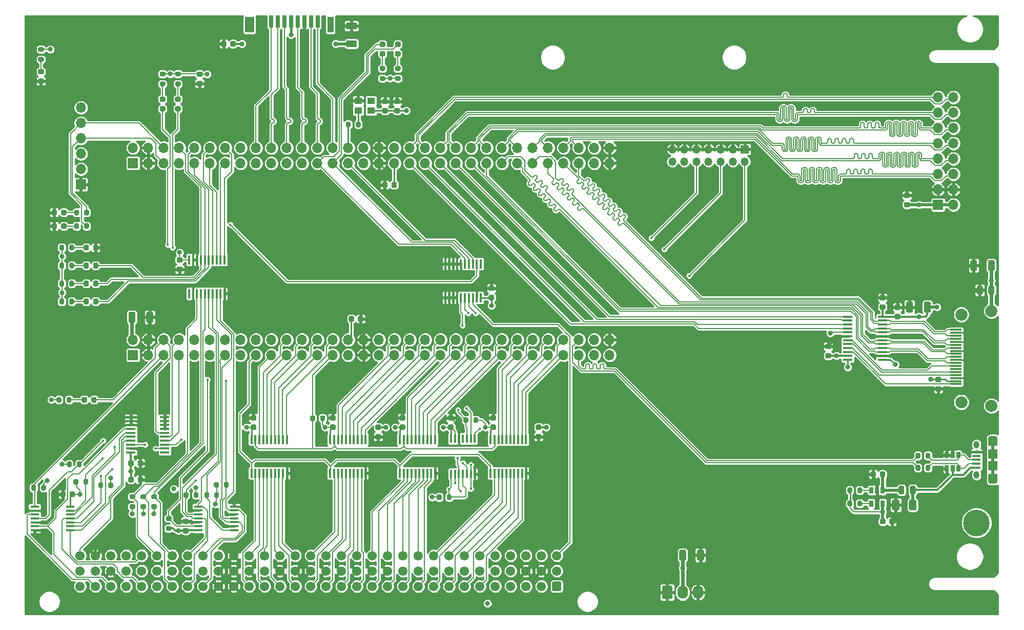
<source format=gbr>
G04 #@! TF.GenerationSoftware,KiCad,Pcbnew,5.1.9+dfsg1-1~bpo10+1*
G04 #@! TF.CreationDate,2023-04-04T12:39:48+02:00*
G04 #@! TF.ProjectId,nubus-to-ztex,6e756275-732d-4746-9f2d-7a7465782e6b,rev?*
G04 #@! TF.SameCoordinates,Original*
G04 #@! TF.FileFunction,Copper,L1,Top*
G04 #@! TF.FilePolarity,Positive*
%FSLAX46Y46*%
G04 Gerber Fmt 4.6, Leading zero omitted, Abs format (unit mm)*
G04 Created by KiCad (PCBNEW 5.1.9+dfsg1-1~bpo10+1) date 2023-04-04 12:39:48*
%MOMM*%
%LPD*%
G01*
G04 APERTURE LIST*
G04 #@! TA.AperFunction,SMDPad,CuDef*
%ADD10R,0.650000X1.060000*%
G04 #@! TD*
G04 #@! TA.AperFunction,ComponentPad*
%ADD11C,4.400000*%
G04 #@! TD*
G04 #@! TA.AperFunction,ComponentPad*
%ADD12O,1.550000X0.890000*%
G04 #@! TD*
G04 #@! TA.AperFunction,SMDPad,CuDef*
%ADD13R,1.550000X1.200000*%
G04 #@! TD*
G04 #@! TA.AperFunction,SMDPad,CuDef*
%ADD14R,1.550000X1.500000*%
G04 #@! TD*
G04 #@! TA.AperFunction,ComponentPad*
%ADD15O,0.950000X1.250000*%
G04 #@! TD*
G04 #@! TA.AperFunction,SMDPad,CuDef*
%ADD16R,1.350000X0.400000*%
G04 #@! TD*
G04 #@! TA.AperFunction,ComponentPad*
%ADD17R,1.700000X1.700000*%
G04 #@! TD*
G04 #@! TA.AperFunction,ComponentPad*
%ADD18O,1.700000X1.700000*%
G04 #@! TD*
G04 #@! TA.AperFunction,SMDPad,CuDef*
%ADD19R,1.500000X2.600000*%
G04 #@! TD*
G04 #@! TA.AperFunction,SMDPad,CuDef*
%ADD20R,1.000000X2.600000*%
G04 #@! TD*
G04 #@! TA.AperFunction,SMDPad,CuDef*
%ADD21R,0.700000X2.000000*%
G04 #@! TD*
G04 #@! TA.AperFunction,SMDPad,CuDef*
%ADD22R,1.300000X1.100000*%
G04 #@! TD*
G04 #@! TA.AperFunction,ComponentPad*
%ADD23O,1.350000X1.350000*%
G04 #@! TD*
G04 #@! TA.AperFunction,ComponentPad*
%ADD24R,1.350000X1.350000*%
G04 #@! TD*
G04 #@! TA.AperFunction,SMDPad,CuDef*
%ADD25R,1.550000X0.450000*%
G04 #@! TD*
G04 #@! TA.AperFunction,SMDPad,CuDef*
%ADD26R,0.450000X1.550000*%
G04 #@! TD*
G04 #@! TA.AperFunction,SMDPad,CuDef*
%ADD27R,0.450000X1.450000*%
G04 #@! TD*
G04 #@! TA.AperFunction,SMDPad,CuDef*
%ADD28R,1.450000X0.450000*%
G04 #@! TD*
G04 #@! TA.AperFunction,SMDPad,CuDef*
%ADD29R,1.570000X0.410000*%
G04 #@! TD*
G04 #@! TA.AperFunction,ComponentPad*
%ADD30O,1.740000X2.200000*%
G04 #@! TD*
G04 #@! TA.AperFunction,ComponentPad*
%ADD31C,2.000000*%
G04 #@! TD*
G04 #@! TA.AperFunction,SMDPad,CuDef*
%ADD32R,1.900000X0.300000*%
G04 #@! TD*
G04 #@! TA.AperFunction,ComponentPad*
%ADD33C,1.550000*%
G04 #@! TD*
G04 #@! TA.AperFunction,ViaPad*
%ADD34C,0.800000*%
G04 #@! TD*
G04 #@! TA.AperFunction,ViaPad*
%ADD35C,0.450000*%
G04 #@! TD*
G04 #@! TA.AperFunction,Conductor*
%ADD36C,0.250000*%
G04 #@! TD*
G04 #@! TA.AperFunction,Conductor*
%ADD37C,0.500000*%
G04 #@! TD*
G04 #@! TA.AperFunction,Conductor*
%ADD38C,0.300000*%
G04 #@! TD*
G04 #@! TA.AperFunction,Conductor*
%ADD39C,0.152400*%
G04 #@! TD*
G04 #@! TA.AperFunction,Conductor*
%ADD40C,1.000000*%
G04 #@! TD*
G04 #@! TA.AperFunction,Conductor*
%ADD41C,0.800000*%
G04 #@! TD*
G04 #@! TA.AperFunction,Conductor*
%ADD42C,0.600000*%
G04 #@! TD*
G04 #@! TA.AperFunction,Conductor*
%ADD43C,0.200000*%
G04 #@! TD*
G04 #@! TA.AperFunction,Conductor*
%ADD44C,0.400000*%
G04 #@! TD*
G04 #@! TA.AperFunction,Conductor*
%ADD45C,0.254000*%
G04 #@! TD*
G04 #@! TA.AperFunction,Conductor*
%ADD46C,0.100000*%
G04 #@! TD*
G04 APERTURE END LIST*
G04 #@! TA.AperFunction,SMDPad,CuDef*
G36*
G01*
X130765000Y-82610000D02*
X130765000Y-82110000D01*
G75*
G02*
X130990000Y-81885000I225000J0D01*
G01*
X131440000Y-81885000D01*
G75*
G02*
X131665000Y-82110000I0J-225000D01*
G01*
X131665000Y-82610000D01*
G75*
G02*
X131440000Y-82835000I-225000J0D01*
G01*
X130990000Y-82835000D01*
G75*
G02*
X130765000Y-82610000I0J225000D01*
G01*
G37*
G04 #@! TD.AperFunction*
G04 #@! TA.AperFunction,SMDPad,CuDef*
G36*
G01*
X129215000Y-82610000D02*
X129215000Y-82110000D01*
G75*
G02*
X129440000Y-81885000I225000J0D01*
G01*
X129890000Y-81885000D01*
G75*
G02*
X130115000Y-82110000I0J-225000D01*
G01*
X130115000Y-82610000D01*
G75*
G02*
X129890000Y-82835000I-225000J0D01*
G01*
X129440000Y-82835000D01*
G75*
G02*
X129215000Y-82610000I0J225000D01*
G01*
G37*
G04 #@! TD.AperFunction*
G04 #@! TA.AperFunction,SMDPad,CuDef*
G36*
G01*
X118130000Y-38414584D02*
X118130000Y-37902084D01*
G75*
G02*
X118348750Y-37683334I218750J0D01*
G01*
X118786250Y-37683334D01*
G75*
G02*
X119005000Y-37902084I0J-218750D01*
G01*
X119005000Y-38414584D01*
G75*
G02*
X118786250Y-38633334I-218750J0D01*
G01*
X118348750Y-38633334D01*
G75*
G02*
X118130000Y-38414584I0J218750D01*
G01*
G37*
G04 #@! TD.AperFunction*
G04 #@! TA.AperFunction,SMDPad,CuDef*
G36*
G01*
X116555000Y-38414584D02*
X116555000Y-37902084D01*
G75*
G02*
X116773750Y-37683334I218750J0D01*
G01*
X117211250Y-37683334D01*
G75*
G02*
X117430000Y-37902084I0J-218750D01*
G01*
X117430000Y-38414584D01*
G75*
G02*
X117211250Y-38633334I-218750J0D01*
G01*
X116773750Y-38633334D01*
G75*
G02*
X116555000Y-38414584I0J218750D01*
G01*
G37*
G04 #@! TD.AperFunction*
G04 #@! TA.AperFunction,SMDPad,CuDef*
G36*
G01*
X118130000Y-40666250D02*
X118130000Y-40153750D01*
G75*
G02*
X118348750Y-39935000I218750J0D01*
G01*
X118786250Y-39935000D01*
G75*
G02*
X119005000Y-40153750I0J-218750D01*
G01*
X119005000Y-40666250D01*
G75*
G02*
X118786250Y-40885000I-218750J0D01*
G01*
X118348750Y-40885000D01*
G75*
G02*
X118130000Y-40666250I0J218750D01*
G01*
G37*
G04 #@! TD.AperFunction*
G04 #@! TA.AperFunction,SMDPad,CuDef*
G36*
G01*
X116555000Y-40666250D02*
X116555000Y-40153750D01*
G75*
G02*
X116773750Y-39935000I218750J0D01*
G01*
X117211250Y-39935000D01*
G75*
G02*
X117430000Y-40153750I0J-218750D01*
G01*
X117430000Y-40666250D01*
G75*
G02*
X117211250Y-40885000I-218750J0D01*
G01*
X116773750Y-40885000D01*
G75*
G02*
X116555000Y-40666250I0J218750D01*
G01*
G37*
G04 #@! TD.AperFunction*
G04 #@! TA.AperFunction,SMDPad,CuDef*
G36*
G01*
X122702634Y-43720792D02*
X122702634Y-44233292D01*
G75*
G02*
X122483884Y-44452042I-218750J0D01*
G01*
X122046384Y-44452042D01*
G75*
G02*
X121827634Y-44233292I0J218750D01*
G01*
X121827634Y-43720792D01*
G75*
G02*
X122046384Y-43502042I218750J0D01*
G01*
X122483884Y-43502042D01*
G75*
G02*
X122702634Y-43720792I0J-218750D01*
G01*
G37*
G04 #@! TD.AperFunction*
G04 #@! TA.AperFunction,SMDPad,CuDef*
G36*
G01*
X124277634Y-43720792D02*
X124277634Y-44233292D01*
G75*
G02*
X124058884Y-44452042I-218750J0D01*
G01*
X123621384Y-44452042D01*
G75*
G02*
X123402634Y-44233292I0J218750D01*
G01*
X123402634Y-43720792D01*
G75*
G02*
X123621384Y-43502042I218750J0D01*
G01*
X124058884Y-43502042D01*
G75*
G02*
X124277634Y-43720792I0J-218750D01*
G01*
G37*
G04 #@! TD.AperFunction*
G04 #@! TA.AperFunction,SMDPad,CuDef*
G36*
G01*
X122702634Y-46687458D02*
X122702634Y-47199958D01*
G75*
G02*
X122483884Y-47418708I-218750J0D01*
G01*
X122046384Y-47418708D01*
G75*
G02*
X121827634Y-47199958I0J218750D01*
G01*
X121827634Y-46687458D01*
G75*
G02*
X122046384Y-46468708I218750J0D01*
G01*
X122483884Y-46468708D01*
G75*
G02*
X122702634Y-46687458I0J-218750D01*
G01*
G37*
G04 #@! TD.AperFunction*
G04 #@! TA.AperFunction,SMDPad,CuDef*
G36*
G01*
X124277634Y-46687458D02*
X124277634Y-47199958D01*
G75*
G02*
X124058884Y-47418708I-218750J0D01*
G01*
X123621384Y-47418708D01*
G75*
G02*
X123402634Y-47199958I0J218750D01*
G01*
X123402634Y-46687458D01*
G75*
G02*
X123621384Y-46468708I218750J0D01*
G01*
X124058884Y-46468708D01*
G75*
G02*
X124277634Y-46687458I0J-218750D01*
G01*
G37*
G04 #@! TD.AperFunction*
G04 #@! TA.AperFunction,SMDPad,CuDef*
G36*
G01*
X122702634Y-49654124D02*
X122702634Y-50166624D01*
G75*
G02*
X122483884Y-50385374I-218750J0D01*
G01*
X122046384Y-50385374D01*
G75*
G02*
X121827634Y-50166624I0J218750D01*
G01*
X121827634Y-49654124D01*
G75*
G02*
X122046384Y-49435374I218750J0D01*
G01*
X122483884Y-49435374D01*
G75*
G02*
X122702634Y-49654124I0J-218750D01*
G01*
G37*
G04 #@! TD.AperFunction*
G04 #@! TA.AperFunction,SMDPad,CuDef*
G36*
G01*
X124277634Y-49654124D02*
X124277634Y-50166624D01*
G75*
G02*
X124058884Y-50385374I-218750J0D01*
G01*
X123621384Y-50385374D01*
G75*
G02*
X123402634Y-50166624I0J218750D01*
G01*
X123402634Y-49654124D01*
G75*
G02*
X123621384Y-49435374I218750J0D01*
G01*
X124058884Y-49435374D01*
G75*
G02*
X124277634Y-49654124I0J-218750D01*
G01*
G37*
G04 #@! TD.AperFunction*
G04 #@! TA.AperFunction,SMDPad,CuDef*
G36*
G01*
X122702634Y-52620792D02*
X122702634Y-53133292D01*
G75*
G02*
X122483884Y-53352042I-218750J0D01*
G01*
X122046384Y-53352042D01*
G75*
G02*
X121827634Y-53133292I0J218750D01*
G01*
X121827634Y-52620792D01*
G75*
G02*
X122046384Y-52402042I218750J0D01*
G01*
X122483884Y-52402042D01*
G75*
G02*
X122702634Y-52620792I0J-218750D01*
G01*
G37*
G04 #@! TD.AperFunction*
G04 #@! TA.AperFunction,SMDPad,CuDef*
G36*
G01*
X124277634Y-52620792D02*
X124277634Y-53133292D01*
G75*
G02*
X124058884Y-53352042I-218750J0D01*
G01*
X123621384Y-53352042D01*
G75*
G02*
X123402634Y-53133292I0J218750D01*
G01*
X123402634Y-52620792D01*
G75*
G02*
X123621384Y-52402042I218750J0D01*
G01*
X124058884Y-52402042D01*
G75*
G02*
X124277634Y-52620792I0J-218750D01*
G01*
G37*
G04 #@! TD.AperFunction*
G04 #@! TA.AperFunction,SMDPad,CuDef*
G36*
G01*
X170947939Y-11481035D02*
X171460439Y-11481035D01*
G75*
G02*
X171679189Y-11699785I0J-218750D01*
G01*
X171679189Y-12137285D01*
G75*
G02*
X171460439Y-12356035I-218750J0D01*
G01*
X170947939Y-12356035D01*
G75*
G02*
X170729189Y-12137285I0J218750D01*
G01*
X170729189Y-11699785D01*
G75*
G02*
X170947939Y-11481035I218750J0D01*
G01*
G37*
G04 #@! TD.AperFunction*
G04 #@! TA.AperFunction,SMDPad,CuDef*
G36*
G01*
X170947939Y-9906035D02*
X171460439Y-9906035D01*
G75*
G02*
X171679189Y-10124785I0J-218750D01*
G01*
X171679189Y-10562285D01*
G75*
G02*
X171460439Y-10781035I-218750J0D01*
G01*
X170947939Y-10781035D01*
G75*
G02*
X170729189Y-10562285I0J218750D01*
G01*
X170729189Y-10124785D01*
G75*
G02*
X170947939Y-9906035I218750J0D01*
G01*
G37*
G04 #@! TD.AperFunction*
G04 #@! TA.AperFunction,SMDPad,CuDef*
G36*
G01*
X173487939Y-11481035D02*
X174000439Y-11481035D01*
G75*
G02*
X174219189Y-11699785I0J-218750D01*
G01*
X174219189Y-12137285D01*
G75*
G02*
X174000439Y-12356035I-218750J0D01*
G01*
X173487939Y-12356035D01*
G75*
G02*
X173269189Y-12137285I0J218750D01*
G01*
X173269189Y-11699785D01*
G75*
G02*
X173487939Y-11481035I218750J0D01*
G01*
G37*
G04 #@! TD.AperFunction*
G04 #@! TA.AperFunction,SMDPad,CuDef*
G36*
G01*
X173487939Y-9906035D02*
X174000439Y-9906035D01*
G75*
G02*
X174219189Y-10124785I0J-218750D01*
G01*
X174219189Y-10562285D01*
G75*
G02*
X174000439Y-10781035I-218750J0D01*
G01*
X173487939Y-10781035D01*
G75*
G02*
X173269189Y-10562285I0J218750D01*
G01*
X173269189Y-10124785D01*
G75*
G02*
X173487939Y-9906035I218750J0D01*
G01*
G37*
G04 #@! TD.AperFunction*
G04 #@! TA.AperFunction,SMDPad,CuDef*
G36*
G01*
X122410000Y-68893750D02*
X122410000Y-69406250D01*
G75*
G02*
X122191250Y-69625000I-218750J0D01*
G01*
X121753750Y-69625000D01*
G75*
G02*
X121535000Y-69406250I0J218750D01*
G01*
X121535000Y-68893750D01*
G75*
G02*
X121753750Y-68675000I218750J0D01*
G01*
X122191250Y-68675000D01*
G75*
G02*
X122410000Y-68893750I0J-218750D01*
G01*
G37*
G04 #@! TD.AperFunction*
G04 #@! TA.AperFunction,SMDPad,CuDef*
G36*
G01*
X123985000Y-68893750D02*
X123985000Y-69406250D01*
G75*
G02*
X123766250Y-69625000I-218750J0D01*
G01*
X123328750Y-69625000D01*
G75*
G02*
X123110000Y-69406250I0J218750D01*
G01*
X123110000Y-68893750D01*
G75*
G02*
X123328750Y-68675000I218750J0D01*
G01*
X123766250Y-68675000D01*
G75*
G02*
X123985000Y-68893750I0J-218750D01*
G01*
G37*
G04 #@! TD.AperFunction*
G04 #@! TA.AperFunction,SMDPad,CuDef*
G36*
G01*
X137666250Y-19860293D02*
X137153750Y-19860293D01*
G75*
G02*
X136935000Y-19641543I0J218750D01*
G01*
X136935000Y-19204043D01*
G75*
G02*
X137153750Y-18985293I218750J0D01*
G01*
X137666250Y-18985293D01*
G75*
G02*
X137885000Y-19204043I0J-218750D01*
G01*
X137885000Y-19641543D01*
G75*
G02*
X137666250Y-19860293I-218750J0D01*
G01*
G37*
G04 #@! TD.AperFunction*
G04 #@! TA.AperFunction,SMDPad,CuDef*
G36*
G01*
X137666250Y-21435293D02*
X137153750Y-21435293D01*
G75*
G02*
X136935000Y-21216543I0J218750D01*
G01*
X136935000Y-20779043D01*
G75*
G02*
X137153750Y-20560293I218750J0D01*
G01*
X137666250Y-20560293D01*
G75*
G02*
X137885000Y-20779043I0J-218750D01*
G01*
X137885000Y-21216543D01*
G75*
G02*
X137666250Y-21435293I-218750J0D01*
G01*
G37*
G04 #@! TD.AperFunction*
G04 #@! TA.AperFunction,SMDPad,CuDef*
G36*
G01*
X135136250Y-19860293D02*
X134623750Y-19860293D01*
G75*
G02*
X134405000Y-19641543I0J218750D01*
G01*
X134405000Y-19204043D01*
G75*
G02*
X134623750Y-18985293I218750J0D01*
G01*
X135136250Y-18985293D01*
G75*
G02*
X135355000Y-19204043I0J-218750D01*
G01*
X135355000Y-19641543D01*
G75*
G02*
X135136250Y-19860293I-218750J0D01*
G01*
G37*
G04 #@! TD.AperFunction*
G04 #@! TA.AperFunction,SMDPad,CuDef*
G36*
G01*
X135136250Y-21435293D02*
X134623750Y-21435293D01*
G75*
G02*
X134405000Y-21216543I0J218750D01*
G01*
X134405000Y-20779043D01*
G75*
G02*
X134623750Y-20560293I218750J0D01*
G01*
X135136250Y-20560293D01*
G75*
G02*
X135355000Y-20779043I0J-218750D01*
G01*
X135355000Y-21216543D01*
G75*
G02*
X135136250Y-21435293I-218750J0D01*
G01*
G37*
G04 #@! TD.AperFunction*
G04 #@! TA.AperFunction,SMDPad,CuDef*
G36*
G01*
X115056250Y-15300000D02*
X114543750Y-15300000D01*
G75*
G02*
X114325000Y-15081250I0J218750D01*
G01*
X114325000Y-14643750D01*
G75*
G02*
X114543750Y-14425000I218750J0D01*
G01*
X115056250Y-14425000D01*
G75*
G02*
X115275000Y-14643750I0J-218750D01*
G01*
X115275000Y-15081250D01*
G75*
G02*
X115056250Y-15300000I-218750J0D01*
G01*
G37*
G04 #@! TD.AperFunction*
G04 #@! TA.AperFunction,SMDPad,CuDef*
G36*
G01*
X115056250Y-16875000D02*
X114543750Y-16875000D01*
G75*
G02*
X114325000Y-16656250I0J218750D01*
G01*
X114325000Y-16218750D01*
G75*
G02*
X114543750Y-16000000I218750J0D01*
G01*
X115056250Y-16000000D01*
G75*
G02*
X115275000Y-16218750I0J-218750D01*
G01*
X115275000Y-16656250D01*
G75*
G02*
X115056250Y-16875000I-218750J0D01*
G01*
G37*
G04 #@! TD.AperFunction*
G04 #@! TA.AperFunction,SMDPad,CuDef*
G36*
G01*
X166810000Y-23875000D02*
X166810000Y-23325000D01*
G75*
G02*
X167010000Y-23125000I200000J0D01*
G01*
X167410000Y-23125000D01*
G75*
G02*
X167610000Y-23325000I0J-200000D01*
G01*
X167610000Y-23875000D01*
G75*
G02*
X167410000Y-24075000I-200000J0D01*
G01*
X167010000Y-24075000D01*
G75*
G02*
X166810000Y-23875000I0J200000D01*
G01*
G37*
G04 #@! TD.AperFunction*
G04 #@! TA.AperFunction,SMDPad,CuDef*
G36*
G01*
X165160000Y-23875000D02*
X165160000Y-23325000D01*
G75*
G02*
X165360000Y-23125000I200000J0D01*
G01*
X165760000Y-23125000D01*
G75*
G02*
X165960000Y-23325000I0J-200000D01*
G01*
X165960000Y-23875000D01*
G75*
G02*
X165760000Y-24075000I-200000J0D01*
G01*
X165360000Y-24075000D01*
G75*
G02*
X165160000Y-23875000I0J200000D01*
G01*
G37*
G04 #@! TD.AperFunction*
G04 #@! TA.AperFunction,SMDPad,CuDef*
G36*
G01*
X134605000Y-16485293D02*
X135155000Y-16485293D01*
G75*
G02*
X135355000Y-16685293I0J-200000D01*
G01*
X135355000Y-17085293D01*
G75*
G02*
X135155000Y-17285293I-200000J0D01*
G01*
X134605000Y-17285293D01*
G75*
G02*
X134405000Y-17085293I0J200000D01*
G01*
X134405000Y-16685293D01*
G75*
G02*
X134605000Y-16485293I200000J0D01*
G01*
G37*
G04 #@! TD.AperFunction*
G04 #@! TA.AperFunction,SMDPad,CuDef*
G36*
G01*
X134605000Y-14835293D02*
X135155000Y-14835293D01*
G75*
G02*
X135355000Y-15035293I0J-200000D01*
G01*
X135355000Y-15435293D01*
G75*
G02*
X135155000Y-15635293I-200000J0D01*
G01*
X134605000Y-15635293D01*
G75*
G02*
X134405000Y-15435293I0J200000D01*
G01*
X134405000Y-15035293D01*
G75*
G02*
X134605000Y-14835293I200000J0D01*
G01*
G37*
G04 #@! TD.AperFunction*
G04 #@! TA.AperFunction,SMDPad,CuDef*
G36*
G01*
X137145000Y-16485293D02*
X137695000Y-16485293D01*
G75*
G02*
X137895000Y-16685293I0J-200000D01*
G01*
X137895000Y-17085293D01*
G75*
G02*
X137695000Y-17285293I-200000J0D01*
G01*
X137145000Y-17285293D01*
G75*
G02*
X136945000Y-17085293I0J200000D01*
G01*
X136945000Y-16685293D01*
G75*
G02*
X137145000Y-16485293I200000J0D01*
G01*
G37*
G04 #@! TD.AperFunction*
G04 #@! TA.AperFunction,SMDPad,CuDef*
G36*
G01*
X137145000Y-14835293D02*
X137695000Y-14835293D01*
G75*
G02*
X137895000Y-15035293I0J-200000D01*
G01*
X137895000Y-15435293D01*
G75*
G02*
X137695000Y-15635293I-200000J0D01*
G01*
X137145000Y-15635293D01*
G75*
G02*
X136945000Y-15435293I0J200000D01*
G01*
X136945000Y-15035293D01*
G75*
G02*
X137145000Y-14835293I200000J0D01*
G01*
G37*
G04 #@! TD.AperFunction*
G04 #@! TA.AperFunction,SMDPad,CuDef*
G36*
G01*
X119035000Y-69425000D02*
X119035000Y-68875000D01*
G75*
G02*
X119235000Y-68675000I200000J0D01*
G01*
X119635000Y-68675000D01*
G75*
G02*
X119835000Y-68875000I0J-200000D01*
G01*
X119835000Y-69425000D01*
G75*
G02*
X119635000Y-69625000I-200000J0D01*
G01*
X119235000Y-69625000D01*
G75*
G02*
X119035000Y-69425000I0J200000D01*
G01*
G37*
G04 #@! TD.AperFunction*
G04 #@! TA.AperFunction,SMDPad,CuDef*
G36*
G01*
X117385000Y-69425000D02*
X117385000Y-68875000D01*
G75*
G02*
X117585000Y-68675000I200000J0D01*
G01*
X117985000Y-68675000D01*
G75*
G02*
X118185000Y-68875000I0J-200000D01*
G01*
X118185000Y-69425000D01*
G75*
G02*
X117985000Y-69625000I-200000J0D01*
G01*
X117585000Y-69625000D01*
G75*
G02*
X117385000Y-69425000I0J200000D01*
G01*
G37*
G04 #@! TD.AperFunction*
G04 #@! TA.AperFunction,SMDPad,CuDef*
G36*
G01*
X174019189Y-14736035D02*
X173469189Y-14736035D01*
G75*
G02*
X173269189Y-14536035I0J200000D01*
G01*
X173269189Y-14136035D01*
G75*
G02*
X173469189Y-13936035I200000J0D01*
G01*
X174019189Y-13936035D01*
G75*
G02*
X174219189Y-14136035I0J-200000D01*
G01*
X174219189Y-14536035D01*
G75*
G02*
X174019189Y-14736035I-200000J0D01*
G01*
G37*
G04 #@! TD.AperFunction*
G04 #@! TA.AperFunction,SMDPad,CuDef*
G36*
G01*
X174019189Y-16386035D02*
X173469189Y-16386035D01*
G75*
G02*
X173269189Y-16186035I0J200000D01*
G01*
X173269189Y-15786035D01*
G75*
G02*
X173469189Y-15586035I200000J0D01*
G01*
X174019189Y-15586035D01*
G75*
G02*
X174219189Y-15786035I0J-200000D01*
G01*
X174219189Y-16186035D01*
G75*
G02*
X174019189Y-16386035I-200000J0D01*
G01*
G37*
G04 #@! TD.AperFunction*
G04 #@! TA.AperFunction,SMDPad,CuDef*
G36*
G01*
X171479189Y-14736035D02*
X170929189Y-14736035D01*
G75*
G02*
X170729189Y-14536035I0J200000D01*
G01*
X170729189Y-14136035D01*
G75*
G02*
X170929189Y-13936035I200000J0D01*
G01*
X171479189Y-13936035D01*
G75*
G02*
X171679189Y-14136035I0J-200000D01*
G01*
X171679189Y-14536035D01*
G75*
G02*
X171479189Y-14736035I-200000J0D01*
G01*
G37*
G04 #@! TD.AperFunction*
G04 #@! TA.AperFunction,SMDPad,CuDef*
G36*
G01*
X171479189Y-16386035D02*
X170929189Y-16386035D01*
G75*
G02*
X170729189Y-16186035I0J200000D01*
G01*
X170729189Y-15786035D01*
G75*
G02*
X170929189Y-15586035I200000J0D01*
G01*
X171479189Y-15586035D01*
G75*
G02*
X171679189Y-15786035I0J-200000D01*
G01*
X171679189Y-16186035D01*
G75*
G02*
X171479189Y-16386035I-200000J0D01*
G01*
G37*
G04 #@! TD.AperFunction*
G04 #@! TA.AperFunction,SMDPad,CuDef*
G36*
G01*
X113975000Y-83425000D02*
X113975000Y-83975000D01*
G75*
G02*
X113775000Y-84175000I-200000J0D01*
G01*
X113375000Y-84175000D01*
G75*
G02*
X113175000Y-83975000I0J200000D01*
G01*
X113175000Y-83425000D01*
G75*
G02*
X113375000Y-83225000I200000J0D01*
G01*
X113775000Y-83225000D01*
G75*
G02*
X113975000Y-83425000I0J-200000D01*
G01*
G37*
G04 #@! TD.AperFunction*
G04 #@! TA.AperFunction,SMDPad,CuDef*
G36*
G01*
X115625000Y-83425000D02*
X115625000Y-83975000D01*
G75*
G02*
X115425000Y-84175000I-200000J0D01*
G01*
X115025000Y-84175000D01*
G75*
G02*
X114825000Y-83975000I0J200000D01*
G01*
X114825000Y-83425000D01*
G75*
G02*
X115025000Y-83225000I200000J0D01*
G01*
X115425000Y-83225000D01*
G75*
G02*
X115625000Y-83425000I0J-200000D01*
G01*
G37*
G04 #@! TD.AperFunction*
G04 #@! TA.AperFunction,SMDPad,CuDef*
G36*
G01*
X120725000Y-80075000D02*
X120725000Y-79525000D01*
G75*
G02*
X120925000Y-79325000I200000J0D01*
G01*
X121325000Y-79325000D01*
G75*
G02*
X121525000Y-79525000I0J-200000D01*
G01*
X121525000Y-80075000D01*
G75*
G02*
X121325000Y-80275000I-200000J0D01*
G01*
X120925000Y-80275000D01*
G75*
G02*
X120725000Y-80075000I0J200000D01*
G01*
G37*
G04 #@! TD.AperFunction*
G04 #@! TA.AperFunction,SMDPad,CuDef*
G36*
G01*
X119075000Y-80075000D02*
X119075000Y-79525000D01*
G75*
G02*
X119275000Y-79325000I200000J0D01*
G01*
X119675000Y-79325000D01*
G75*
G02*
X119875000Y-79525000I0J-200000D01*
G01*
X119875000Y-80075000D01*
G75*
G02*
X119675000Y-80275000I-200000J0D01*
G01*
X119275000Y-80275000D01*
G75*
G02*
X119075000Y-80075000I0J200000D01*
G01*
G37*
G04 #@! TD.AperFunction*
G04 #@! TA.AperFunction,SMDPad,CuDef*
G36*
G01*
X125075000Y-83025000D02*
X125075000Y-83575000D01*
G75*
G02*
X124875000Y-83775000I-200000J0D01*
G01*
X124475000Y-83775000D01*
G75*
G02*
X124275000Y-83575000I0J200000D01*
G01*
X124275000Y-83025000D01*
G75*
G02*
X124475000Y-82825000I200000J0D01*
G01*
X124875000Y-82825000D01*
G75*
G02*
X125075000Y-83025000I0J-200000D01*
G01*
G37*
G04 #@! TD.AperFunction*
G04 #@! TA.AperFunction,SMDPad,CuDef*
G36*
G01*
X126725000Y-83025000D02*
X126725000Y-83575000D01*
G75*
G02*
X126525000Y-83775000I-200000J0D01*
G01*
X126125000Y-83775000D01*
G75*
G02*
X125925000Y-83575000I0J200000D01*
G01*
X125925000Y-83025000D01*
G75*
G02*
X126125000Y-82825000I200000J0D01*
G01*
X126525000Y-82825000D01*
G75*
G02*
X126725000Y-83025000I0J-200000D01*
G01*
G37*
G04 #@! TD.AperFunction*
G04 #@! TA.AperFunction,SMDPad,CuDef*
G36*
G01*
X121825000Y-82975000D02*
X121825000Y-82425000D01*
G75*
G02*
X122025000Y-82225000I200000J0D01*
G01*
X122425000Y-82225000D01*
G75*
G02*
X122625000Y-82425000I0J-200000D01*
G01*
X122625000Y-82975000D01*
G75*
G02*
X122425000Y-83175000I-200000J0D01*
G01*
X122025000Y-83175000D01*
G75*
G02*
X121825000Y-82975000I0J200000D01*
G01*
G37*
G04 #@! TD.AperFunction*
G04 #@! TA.AperFunction,SMDPad,CuDef*
G36*
G01*
X120175000Y-82975000D02*
X120175000Y-82425000D01*
G75*
G02*
X120375000Y-82225000I200000J0D01*
G01*
X120775000Y-82225000D01*
G75*
G02*
X120975000Y-82425000I0J-200000D01*
G01*
X120975000Y-82975000D01*
G75*
G02*
X120775000Y-83175000I-200000J0D01*
G01*
X120375000Y-83175000D01*
G75*
G02*
X120175000Y-82975000I0J200000D01*
G01*
G37*
G04 #@! TD.AperFunction*
G04 #@! TA.AperFunction,SMDPad,CuDef*
G36*
G01*
X181837661Y-85530497D02*
X181837661Y-84980497D01*
G75*
G02*
X182037661Y-84780497I200000J0D01*
G01*
X182437661Y-84780497D01*
G75*
G02*
X182637661Y-84980497I0J-200000D01*
G01*
X182637661Y-85530497D01*
G75*
G02*
X182437661Y-85730497I-200000J0D01*
G01*
X182037661Y-85730497D01*
G75*
G02*
X181837661Y-85530497I0J200000D01*
G01*
G37*
G04 #@! TD.AperFunction*
G04 #@! TA.AperFunction,SMDPad,CuDef*
G36*
G01*
X180187661Y-85530497D02*
X180187661Y-84980497D01*
G75*
G02*
X180387661Y-84780497I200000J0D01*
G01*
X180787661Y-84780497D01*
G75*
G02*
X180987661Y-84980497I0J-200000D01*
G01*
X180987661Y-85530497D01*
G75*
G02*
X180787661Y-85730497I-200000J0D01*
G01*
X180387661Y-85730497D01*
G75*
G02*
X180187661Y-85530497I0J200000D01*
G01*
G37*
G04 #@! TD.AperFunction*
G04 #@! TA.AperFunction,SMDPad,CuDef*
G36*
G01*
X185375000Y-72225000D02*
X185375000Y-72775000D01*
G75*
G02*
X185175000Y-72975000I-200000J0D01*
G01*
X184775000Y-72975000D01*
G75*
G02*
X184575000Y-72775000I0J200000D01*
G01*
X184575000Y-72225000D01*
G75*
G02*
X184775000Y-72025000I200000J0D01*
G01*
X185175000Y-72025000D01*
G75*
G02*
X185375000Y-72225000I0J-200000D01*
G01*
G37*
G04 #@! TD.AperFunction*
G04 #@! TA.AperFunction,SMDPad,CuDef*
G36*
G01*
X187025000Y-72225000D02*
X187025000Y-72775000D01*
G75*
G02*
X186825000Y-72975000I-200000J0D01*
G01*
X186425000Y-72975000D01*
G75*
G02*
X186225000Y-72775000I0J200000D01*
G01*
X186225000Y-72225000D01*
G75*
G02*
X186425000Y-72025000I200000J0D01*
G01*
X186825000Y-72025000D01*
G75*
G02*
X187025000Y-72225000I0J-200000D01*
G01*
G37*
G04 #@! TD.AperFunction*
G04 #@! TA.AperFunction,SMDPad,CuDef*
G36*
G01*
X142575000Y-84625000D02*
X142575000Y-85175000D01*
G75*
G02*
X142375000Y-85375000I-200000J0D01*
G01*
X141975000Y-85375000D01*
G75*
G02*
X141775000Y-85175000I0J200000D01*
G01*
X141775000Y-84625000D01*
G75*
G02*
X141975000Y-84425000I200000J0D01*
G01*
X142375000Y-84425000D01*
G75*
G02*
X142575000Y-84625000I0J-200000D01*
G01*
G37*
G04 #@! TD.AperFunction*
G04 #@! TA.AperFunction,SMDPad,CuDef*
G36*
G01*
X144225000Y-84625000D02*
X144225000Y-85175000D01*
G75*
G02*
X144025000Y-85375000I-200000J0D01*
G01*
X143625000Y-85375000D01*
G75*
G02*
X143425000Y-85175000I0J200000D01*
G01*
X143425000Y-84625000D01*
G75*
G02*
X143625000Y-84425000I200000J0D01*
G01*
X144025000Y-84425000D01*
G75*
G02*
X144225000Y-84625000I0J-200000D01*
G01*
G37*
G04 #@! TD.AperFunction*
G04 #@! TA.AperFunction,SMDPad,CuDef*
G36*
G01*
X145025000Y-83475000D02*
X145025000Y-82925000D01*
G75*
G02*
X145225000Y-82725000I200000J0D01*
G01*
X145625000Y-82725000D01*
G75*
G02*
X145825000Y-82925000I0J-200000D01*
G01*
X145825000Y-83475000D01*
G75*
G02*
X145625000Y-83675000I-200000J0D01*
G01*
X145225000Y-83675000D01*
G75*
G02*
X145025000Y-83475000I0J200000D01*
G01*
G37*
G04 #@! TD.AperFunction*
G04 #@! TA.AperFunction,SMDPad,CuDef*
G36*
G01*
X143375000Y-83475000D02*
X143375000Y-82925000D01*
G75*
G02*
X143575000Y-82725000I200000J0D01*
G01*
X143975000Y-82725000D01*
G75*
G02*
X144175000Y-82925000I0J-200000D01*
G01*
X144175000Y-83475000D01*
G75*
G02*
X143975000Y-83675000I-200000J0D01*
G01*
X143575000Y-83675000D01*
G75*
G02*
X143375000Y-83475000I0J200000D01*
G01*
G37*
G04 #@! TD.AperFunction*
G04 #@! TA.AperFunction,SMDPad,CuDef*
G36*
G01*
X136175000Y-89175000D02*
X135625000Y-89175000D01*
G75*
G02*
X135425000Y-88975000I0J200000D01*
G01*
X135425000Y-88575000D01*
G75*
G02*
X135625000Y-88375000I200000J0D01*
G01*
X136175000Y-88375000D01*
G75*
G02*
X136375000Y-88575000I0J-200000D01*
G01*
X136375000Y-88975000D01*
G75*
G02*
X136175000Y-89175000I-200000J0D01*
G01*
G37*
G04 #@! TD.AperFunction*
G04 #@! TA.AperFunction,SMDPad,CuDef*
G36*
G01*
X136175000Y-90825000D02*
X135625000Y-90825000D01*
G75*
G02*
X135425000Y-90625000I0J200000D01*
G01*
X135425000Y-90225000D01*
G75*
G02*
X135625000Y-90025000I200000J0D01*
G01*
X136175000Y-90025000D01*
G75*
G02*
X136375000Y-90225000I0J-200000D01*
G01*
X136375000Y-90625000D01*
G75*
G02*
X136175000Y-90825000I-200000J0D01*
G01*
G37*
G04 #@! TD.AperFunction*
G04 #@! TA.AperFunction,SMDPad,CuDef*
G36*
G01*
X139175000Y-84625000D02*
X139175000Y-85175000D01*
G75*
G02*
X138975000Y-85375000I-200000J0D01*
G01*
X138575000Y-85375000D01*
G75*
G02*
X138375000Y-85175000I0J200000D01*
G01*
X138375000Y-84625000D01*
G75*
G02*
X138575000Y-84425000I200000J0D01*
G01*
X138975000Y-84425000D01*
G75*
G02*
X139175000Y-84625000I0J-200000D01*
G01*
G37*
G04 #@! TD.AperFunction*
G04 #@! TA.AperFunction,SMDPad,CuDef*
G36*
G01*
X140825000Y-84625000D02*
X140825000Y-85175000D01*
G75*
G02*
X140625000Y-85375000I-200000J0D01*
G01*
X140225000Y-85375000D01*
G75*
G02*
X140025000Y-85175000I0J200000D01*
G01*
X140025000Y-84625000D01*
G75*
G02*
X140225000Y-84425000I200000J0D01*
G01*
X140625000Y-84425000D01*
G75*
G02*
X140825000Y-84625000I0J-200000D01*
G01*
G37*
G04 #@! TD.AperFunction*
G04 #@! TA.AperFunction,SMDPad,CuDef*
G36*
G01*
X114525000Y-12425000D02*
X115075000Y-12425000D01*
G75*
G02*
X115275000Y-12625000I0J-200000D01*
G01*
X115275000Y-13025000D01*
G75*
G02*
X115075000Y-13225000I-200000J0D01*
G01*
X114525000Y-13225000D01*
G75*
G02*
X114325000Y-13025000I0J200000D01*
G01*
X114325000Y-12625000D01*
G75*
G02*
X114525000Y-12425000I200000J0D01*
G01*
G37*
G04 #@! TD.AperFunction*
G04 #@! TA.AperFunction,SMDPad,CuDef*
G36*
G01*
X114525000Y-10775000D02*
X115075000Y-10775000D01*
G75*
G02*
X115275000Y-10975000I0J-200000D01*
G01*
X115275000Y-11375000D01*
G75*
G02*
X115075000Y-11575000I-200000J0D01*
G01*
X114525000Y-11575000D01*
G75*
G02*
X114325000Y-11375000I0J200000D01*
G01*
X114325000Y-10975000D01*
G75*
G02*
X114525000Y-10775000I200000J0D01*
G01*
G37*
G04 #@! TD.AperFunction*
G04 #@! TA.AperFunction,SMDPad,CuDef*
G36*
G01*
X119477634Y-53152042D02*
X119477634Y-52602042D01*
G75*
G02*
X119677634Y-52402042I200000J0D01*
G01*
X120077634Y-52402042D01*
G75*
G02*
X120277634Y-52602042I0J-200000D01*
G01*
X120277634Y-53152042D01*
G75*
G02*
X120077634Y-53352042I-200000J0D01*
G01*
X119677634Y-53352042D01*
G75*
G02*
X119477634Y-53152042I0J200000D01*
G01*
G37*
G04 #@! TD.AperFunction*
G04 #@! TA.AperFunction,SMDPad,CuDef*
G36*
G01*
X117827634Y-53152042D02*
X117827634Y-52602042D01*
G75*
G02*
X118027634Y-52402042I200000J0D01*
G01*
X118427634Y-52402042D01*
G75*
G02*
X118627634Y-52602042I0J-200000D01*
G01*
X118627634Y-53152042D01*
G75*
G02*
X118427634Y-53352042I-200000J0D01*
G01*
X118027634Y-53352042D01*
G75*
G02*
X117827634Y-53152042I0J200000D01*
G01*
G37*
G04 #@! TD.AperFunction*
G04 #@! TA.AperFunction,SMDPad,CuDef*
G36*
G01*
X119477634Y-44252042D02*
X119477634Y-43702042D01*
G75*
G02*
X119677634Y-43502042I200000J0D01*
G01*
X120077634Y-43502042D01*
G75*
G02*
X120277634Y-43702042I0J-200000D01*
G01*
X120277634Y-44252042D01*
G75*
G02*
X120077634Y-44452042I-200000J0D01*
G01*
X119677634Y-44452042D01*
G75*
G02*
X119477634Y-44252042I0J200000D01*
G01*
G37*
G04 #@! TD.AperFunction*
G04 #@! TA.AperFunction,SMDPad,CuDef*
G36*
G01*
X117827634Y-44252042D02*
X117827634Y-43702042D01*
G75*
G02*
X118027634Y-43502042I200000J0D01*
G01*
X118427634Y-43502042D01*
G75*
G02*
X118627634Y-43702042I0J-200000D01*
G01*
X118627634Y-44252042D01*
G75*
G02*
X118427634Y-44452042I-200000J0D01*
G01*
X118027634Y-44452042D01*
G75*
G02*
X117827634Y-44252042I0J200000D01*
G01*
G37*
G04 #@! TD.AperFunction*
G04 #@! TA.AperFunction,SMDPad,CuDef*
G36*
G01*
X119477634Y-47218708D02*
X119477634Y-46668708D01*
G75*
G02*
X119677634Y-46468708I200000J0D01*
G01*
X120077634Y-46468708D01*
G75*
G02*
X120277634Y-46668708I0J-200000D01*
G01*
X120277634Y-47218708D01*
G75*
G02*
X120077634Y-47418708I-200000J0D01*
G01*
X119677634Y-47418708D01*
G75*
G02*
X119477634Y-47218708I0J200000D01*
G01*
G37*
G04 #@! TD.AperFunction*
G04 #@! TA.AperFunction,SMDPad,CuDef*
G36*
G01*
X117827634Y-47218708D02*
X117827634Y-46668708D01*
G75*
G02*
X118027634Y-46468708I200000J0D01*
G01*
X118427634Y-46468708D01*
G75*
G02*
X118627634Y-46668708I0J-200000D01*
G01*
X118627634Y-47218708D01*
G75*
G02*
X118427634Y-47418708I-200000J0D01*
G01*
X118027634Y-47418708D01*
G75*
G02*
X117827634Y-47218708I0J200000D01*
G01*
G37*
G04 #@! TD.AperFunction*
G04 #@! TA.AperFunction,SMDPad,CuDef*
G36*
G01*
X119477634Y-50185374D02*
X119477634Y-49635374D01*
G75*
G02*
X119677634Y-49435374I200000J0D01*
G01*
X120077634Y-49435374D01*
G75*
G02*
X120277634Y-49635374I0J-200000D01*
G01*
X120277634Y-50185374D01*
G75*
G02*
X120077634Y-50385374I-200000J0D01*
G01*
X119677634Y-50385374D01*
G75*
G02*
X119477634Y-50185374I0J200000D01*
G01*
G37*
G04 #@! TD.AperFunction*
G04 #@! TA.AperFunction,SMDPad,CuDef*
G36*
G01*
X117827634Y-50185374D02*
X117827634Y-49635374D01*
G75*
G02*
X118027634Y-49435374I200000J0D01*
G01*
X118427634Y-49435374D01*
G75*
G02*
X118627634Y-49635374I0J-200000D01*
G01*
X118627634Y-50185374D01*
G75*
G02*
X118427634Y-50385374I-200000J0D01*
G01*
X118027634Y-50385374D01*
G75*
G02*
X117827634Y-50185374I0J200000D01*
G01*
G37*
G04 #@! TD.AperFunction*
G04 #@! TA.AperFunction,SMDPad,CuDef*
G36*
G01*
X131972842Y-85582091D02*
X131422842Y-85582091D01*
G75*
G02*
X131222842Y-85382091I0J200000D01*
G01*
X131222842Y-84982091D01*
G75*
G02*
X131422842Y-84782091I200000J0D01*
G01*
X131972842Y-84782091D01*
G75*
G02*
X132172842Y-84982091I0J-200000D01*
G01*
X132172842Y-85382091D01*
G75*
G02*
X131972842Y-85582091I-200000J0D01*
G01*
G37*
G04 #@! TD.AperFunction*
G04 #@! TA.AperFunction,SMDPad,CuDef*
G36*
G01*
X131972842Y-87232091D02*
X131422842Y-87232091D01*
G75*
G02*
X131222842Y-87032091I0J200000D01*
G01*
X131222842Y-86632091D01*
G75*
G02*
X131422842Y-86432091I200000J0D01*
G01*
X131972842Y-86432091D01*
G75*
G02*
X132172842Y-86632091I0J-200000D01*
G01*
X132172842Y-87032091D01*
G75*
G02*
X131972842Y-87232091I-200000J0D01*
G01*
G37*
G04 #@! TD.AperFunction*
G04 #@! TA.AperFunction,SMDPad,CuDef*
G36*
G01*
X130172842Y-85582091D02*
X129622842Y-85582091D01*
G75*
G02*
X129422842Y-85382091I0J200000D01*
G01*
X129422842Y-84982091D01*
G75*
G02*
X129622842Y-84782091I200000J0D01*
G01*
X130172842Y-84782091D01*
G75*
G02*
X130372842Y-84982091I0J-200000D01*
G01*
X130372842Y-85382091D01*
G75*
G02*
X130172842Y-85582091I-200000J0D01*
G01*
G37*
G04 #@! TD.AperFunction*
G04 #@! TA.AperFunction,SMDPad,CuDef*
G36*
G01*
X130172842Y-87232091D02*
X129622842Y-87232091D01*
G75*
G02*
X129422842Y-87032091I0J200000D01*
G01*
X129422842Y-86632091D01*
G75*
G02*
X129622842Y-86432091I200000J0D01*
G01*
X130172842Y-86432091D01*
G75*
G02*
X130372842Y-86632091I0J-200000D01*
G01*
X130372842Y-87032091D01*
G75*
G02*
X130172842Y-87232091I-200000J0D01*
G01*
G37*
G04 #@! TD.AperFunction*
G04 #@! TA.AperFunction,SMDPad,CuDef*
G36*
G01*
X133772842Y-85582091D02*
X133222842Y-85582091D01*
G75*
G02*
X133022842Y-85382091I0J200000D01*
G01*
X133022842Y-84982091D01*
G75*
G02*
X133222842Y-84782091I200000J0D01*
G01*
X133772842Y-84782091D01*
G75*
G02*
X133972842Y-84982091I0J-200000D01*
G01*
X133972842Y-85382091D01*
G75*
G02*
X133772842Y-85582091I-200000J0D01*
G01*
G37*
G04 #@! TD.AperFunction*
G04 #@! TA.AperFunction,SMDPad,CuDef*
G36*
G01*
X133772842Y-87232091D02*
X133222842Y-87232091D01*
G75*
G02*
X133022842Y-87032091I0J200000D01*
G01*
X133022842Y-86632091D01*
G75*
G02*
X133222842Y-86432091I200000J0D01*
G01*
X133772842Y-86432091D01*
G75*
G02*
X133972842Y-86632091I0J-200000D01*
G01*
X133972842Y-87032091D01*
G75*
G02*
X133772842Y-87232091I-200000J0D01*
G01*
G37*
G04 #@! TD.AperFunction*
G04 #@! TA.AperFunction,SMDPad,CuDef*
G36*
G01*
X260075000Y-78120000D02*
X260075000Y-78670000D01*
G75*
G02*
X259875000Y-78870000I-200000J0D01*
G01*
X259475000Y-78870000D01*
G75*
G02*
X259275000Y-78670000I0J200000D01*
G01*
X259275000Y-78120000D01*
G75*
G02*
X259475000Y-77920000I200000J0D01*
G01*
X259875000Y-77920000D01*
G75*
G02*
X260075000Y-78120000I0J-200000D01*
G01*
G37*
G04 #@! TD.AperFunction*
G04 #@! TA.AperFunction,SMDPad,CuDef*
G36*
G01*
X261725000Y-78120000D02*
X261725000Y-78670000D01*
G75*
G02*
X261525000Y-78870000I-200000J0D01*
G01*
X261125000Y-78870000D01*
G75*
G02*
X260925000Y-78670000I0J200000D01*
G01*
X260925000Y-78120000D01*
G75*
G02*
X261125000Y-77920000I200000J0D01*
G01*
X261525000Y-77920000D01*
G75*
G02*
X261725000Y-78120000I0J-200000D01*
G01*
G37*
G04 #@! TD.AperFunction*
G04 #@! TA.AperFunction,SMDPad,CuDef*
G36*
G01*
X260075000Y-80120000D02*
X260075000Y-80670000D01*
G75*
G02*
X259875000Y-80870000I-200000J0D01*
G01*
X259475000Y-80870000D01*
G75*
G02*
X259275000Y-80670000I0J200000D01*
G01*
X259275000Y-80120000D01*
G75*
G02*
X259475000Y-79920000I200000J0D01*
G01*
X259875000Y-79920000D01*
G75*
G02*
X260075000Y-80120000I0J-200000D01*
G01*
G37*
G04 #@! TD.AperFunction*
G04 #@! TA.AperFunction,SMDPad,CuDef*
G36*
G01*
X261725000Y-80120000D02*
X261725000Y-80670000D01*
G75*
G02*
X261525000Y-80870000I-200000J0D01*
G01*
X261125000Y-80870000D01*
G75*
G02*
X260925000Y-80670000I0J200000D01*
G01*
X260925000Y-80120000D01*
G75*
G02*
X261125000Y-79920000I200000J0D01*
G01*
X261525000Y-79920000D01*
G75*
G02*
X261725000Y-80120000I0J-200000D01*
G01*
G37*
G04 #@! TD.AperFunction*
G04 #@! TA.AperFunction,SMDPad,CuDef*
G36*
G01*
X248815000Y-86035000D02*
X248815000Y-86585000D01*
G75*
G02*
X248615000Y-86785000I-200000J0D01*
G01*
X248215000Y-86785000D01*
G75*
G02*
X248015000Y-86585000I0J200000D01*
G01*
X248015000Y-86035000D01*
G75*
G02*
X248215000Y-85835000I200000J0D01*
G01*
X248615000Y-85835000D01*
G75*
G02*
X248815000Y-86035000I0J-200000D01*
G01*
G37*
G04 #@! TD.AperFunction*
G04 #@! TA.AperFunction,SMDPad,CuDef*
G36*
G01*
X250465000Y-86035000D02*
X250465000Y-86585000D01*
G75*
G02*
X250265000Y-86785000I-200000J0D01*
G01*
X249865000Y-86785000D01*
G75*
G02*
X249665000Y-86585000I0J200000D01*
G01*
X249665000Y-86035000D01*
G75*
G02*
X249865000Y-85835000I200000J0D01*
G01*
X250265000Y-85835000D01*
G75*
G02*
X250465000Y-86035000I0J-200000D01*
G01*
G37*
G04 #@! TD.AperFunction*
G04 #@! TA.AperFunction,SMDPad,CuDef*
G36*
G01*
X248815000Y-83835000D02*
X248815000Y-84385000D01*
G75*
G02*
X248615000Y-84585000I-200000J0D01*
G01*
X248215000Y-84585000D01*
G75*
G02*
X248015000Y-84385000I0J200000D01*
G01*
X248015000Y-83835000D01*
G75*
G02*
X248215000Y-83635000I200000J0D01*
G01*
X248615000Y-83635000D01*
G75*
G02*
X248815000Y-83835000I0J-200000D01*
G01*
G37*
G04 #@! TD.AperFunction*
G04 #@! TA.AperFunction,SMDPad,CuDef*
G36*
G01*
X250465000Y-83835000D02*
X250465000Y-84385000D01*
G75*
G02*
X250265000Y-84585000I-200000J0D01*
G01*
X249865000Y-84585000D01*
G75*
G02*
X249665000Y-84385000I0J200000D01*
G01*
X249665000Y-83835000D01*
G75*
G02*
X249865000Y-83635000I200000J0D01*
G01*
X250265000Y-83635000D01*
G75*
G02*
X250465000Y-83835000I0J-200000D01*
G01*
G37*
G04 #@! TD.AperFunction*
G04 #@! TA.AperFunction,SMDPad,CuDef*
G36*
G01*
X121095000Y-37883334D02*
X121095000Y-38433334D01*
G75*
G02*
X120895000Y-38633334I-200000J0D01*
G01*
X120495000Y-38633334D01*
G75*
G02*
X120295000Y-38433334I0J200000D01*
G01*
X120295000Y-37883334D01*
G75*
G02*
X120495000Y-37683334I200000J0D01*
G01*
X120895000Y-37683334D01*
G75*
G02*
X121095000Y-37883334I0J-200000D01*
G01*
G37*
G04 #@! TD.AperFunction*
G04 #@! TA.AperFunction,SMDPad,CuDef*
G36*
G01*
X122745000Y-37883334D02*
X122745000Y-38433334D01*
G75*
G02*
X122545000Y-38633334I-200000J0D01*
G01*
X122145000Y-38633334D01*
G75*
G02*
X121945000Y-38433334I0J200000D01*
G01*
X121945000Y-37883334D01*
G75*
G02*
X122145000Y-37683334I200000J0D01*
G01*
X122545000Y-37683334D01*
G75*
G02*
X122745000Y-37883334I0J-200000D01*
G01*
G37*
G04 #@! TD.AperFunction*
G04 #@! TA.AperFunction,SMDPad,CuDef*
G36*
G01*
X121095000Y-40135000D02*
X121095000Y-40685000D01*
G75*
G02*
X120895000Y-40885000I-200000J0D01*
G01*
X120495000Y-40885000D01*
G75*
G02*
X120295000Y-40685000I0J200000D01*
G01*
X120295000Y-40135000D01*
G75*
G02*
X120495000Y-39935000I200000J0D01*
G01*
X120895000Y-39935000D01*
G75*
G02*
X121095000Y-40135000I0J-200000D01*
G01*
G37*
G04 #@! TD.AperFunction*
G04 #@! TA.AperFunction,SMDPad,CuDef*
G36*
G01*
X122745000Y-40135000D02*
X122745000Y-40685000D01*
G75*
G02*
X122545000Y-40885000I-200000J0D01*
G01*
X122145000Y-40885000D01*
G75*
G02*
X121945000Y-40685000I0J200000D01*
G01*
X121945000Y-40135000D01*
G75*
G02*
X122145000Y-39935000I200000J0D01*
G01*
X122545000Y-39935000D01*
G75*
G02*
X122745000Y-40135000I0J-200000D01*
G01*
G37*
G04 #@! TD.AperFunction*
G04 #@! TA.AperFunction,SMDPad,CuDef*
G36*
G01*
X160075000Y-71925000D02*
X160075000Y-72475000D01*
G75*
G02*
X159875000Y-72675000I-200000J0D01*
G01*
X159475000Y-72675000D01*
G75*
G02*
X159275000Y-72475000I0J200000D01*
G01*
X159275000Y-71925000D01*
G75*
G02*
X159475000Y-71725000I200000J0D01*
G01*
X159875000Y-71725000D01*
G75*
G02*
X160075000Y-71925000I0J-200000D01*
G01*
G37*
G04 #@! TD.AperFunction*
G04 #@! TA.AperFunction,SMDPad,CuDef*
G36*
G01*
X161725000Y-71925000D02*
X161725000Y-72475000D01*
G75*
G02*
X161525000Y-72675000I-200000J0D01*
G01*
X161125000Y-72675000D01*
G75*
G02*
X160925000Y-72475000I0J200000D01*
G01*
X160925000Y-71925000D01*
G75*
G02*
X161125000Y-71725000I200000J0D01*
G01*
X161525000Y-71725000D01*
G75*
G02*
X161725000Y-71925000I0J-200000D01*
G01*
G37*
G04 #@! TD.AperFunction*
G04 #@! TA.AperFunction,SMDPad,CuDef*
G36*
G01*
X140750000Y-16385293D02*
X141250000Y-16385293D01*
G75*
G02*
X141475000Y-16610293I0J-225000D01*
G01*
X141475000Y-17060293D01*
G75*
G02*
X141250000Y-17285293I-225000J0D01*
G01*
X140750000Y-17285293D01*
G75*
G02*
X140525000Y-17060293I0J225000D01*
G01*
X140525000Y-16610293D01*
G75*
G02*
X140750000Y-16385293I225000J0D01*
G01*
G37*
G04 #@! TD.AperFunction*
G04 #@! TA.AperFunction,SMDPad,CuDef*
G36*
G01*
X140750000Y-14835293D02*
X141250000Y-14835293D01*
G75*
G02*
X141475000Y-15060293I0J-225000D01*
G01*
X141475000Y-15510293D01*
G75*
G02*
X141250000Y-15735293I-225000J0D01*
G01*
X140750000Y-15735293D01*
G75*
G02*
X140525000Y-15510293I0J225000D01*
G01*
X140525000Y-15060293D01*
G75*
G02*
X140750000Y-14835293I225000J0D01*
G01*
G37*
G04 #@! TD.AperFunction*
G04 #@! TA.AperFunction,SMDPad,CuDef*
G36*
G01*
X189750000Y-72587500D02*
X189250000Y-72587500D01*
G75*
G02*
X189025000Y-72362500I0J225000D01*
G01*
X189025000Y-71912500D01*
G75*
G02*
X189250000Y-71687500I225000J0D01*
G01*
X189750000Y-71687500D01*
G75*
G02*
X189975000Y-71912500I0J-225000D01*
G01*
X189975000Y-72362500D01*
G75*
G02*
X189750000Y-72587500I-225000J0D01*
G01*
G37*
G04 #@! TD.AperFunction*
G04 #@! TA.AperFunction,SMDPad,CuDef*
G36*
G01*
X189750000Y-74137500D02*
X189250000Y-74137500D01*
G75*
G02*
X189025000Y-73912500I0J225000D01*
G01*
X189025000Y-73462500D01*
G75*
G02*
X189250000Y-73237500I225000J0D01*
G01*
X189750000Y-73237500D01*
G75*
G02*
X189975000Y-73462500I0J-225000D01*
G01*
X189975000Y-73912500D01*
G75*
G02*
X189750000Y-74137500I-225000J0D01*
G01*
G37*
G04 #@! TD.AperFunction*
G04 #@! TA.AperFunction,SMDPad,CuDef*
G36*
G01*
X170250000Y-74787500D02*
X170750000Y-74787500D01*
G75*
G02*
X170975000Y-75012500I0J-225000D01*
G01*
X170975000Y-75462500D01*
G75*
G02*
X170750000Y-75687500I-225000J0D01*
G01*
X170250000Y-75687500D01*
G75*
G02*
X170025000Y-75462500I0J225000D01*
G01*
X170025000Y-75012500D01*
G75*
G02*
X170250000Y-74787500I225000J0D01*
G01*
G37*
G04 #@! TD.AperFunction*
G04 #@! TA.AperFunction,SMDPad,CuDef*
G36*
G01*
X170250000Y-73237500D02*
X170750000Y-73237500D01*
G75*
G02*
X170975000Y-73462500I0J-225000D01*
G01*
X170975000Y-73912500D01*
G75*
G02*
X170750000Y-74137500I-225000J0D01*
G01*
X170250000Y-74137500D01*
G75*
G02*
X170025000Y-73912500I0J225000D01*
G01*
X170025000Y-73462500D01*
G75*
G02*
X170250000Y-73237500I225000J0D01*
G01*
G37*
G04 #@! TD.AperFunction*
G04 #@! TA.AperFunction,SMDPad,CuDef*
G36*
G01*
X196750000Y-74787500D02*
X197250000Y-74787500D01*
G75*
G02*
X197475000Y-75012500I0J-225000D01*
G01*
X197475000Y-75462500D01*
G75*
G02*
X197250000Y-75687500I-225000J0D01*
G01*
X196750000Y-75687500D01*
G75*
G02*
X196525000Y-75462500I0J225000D01*
G01*
X196525000Y-75012500D01*
G75*
G02*
X196750000Y-74787500I225000J0D01*
G01*
G37*
G04 #@! TD.AperFunction*
G04 #@! TA.AperFunction,SMDPad,CuDef*
G36*
G01*
X196750000Y-73237500D02*
X197250000Y-73237500D01*
G75*
G02*
X197475000Y-73462500I0J-225000D01*
G01*
X197475000Y-73912500D01*
G75*
G02*
X197250000Y-74137500I-225000J0D01*
G01*
X196750000Y-74137500D01*
G75*
G02*
X196525000Y-73912500I0J225000D01*
G01*
X196525000Y-73462500D01*
G75*
G02*
X196750000Y-73237500I225000J0D01*
G01*
G37*
G04 #@! TD.AperFunction*
G04 #@! TA.AperFunction,SMDPad,CuDef*
G36*
G01*
X171885000Y-20225000D02*
X171385000Y-20225000D01*
G75*
G02*
X171160000Y-20000000I0J225000D01*
G01*
X171160000Y-19550000D01*
G75*
G02*
X171385000Y-19325000I225000J0D01*
G01*
X171885000Y-19325000D01*
G75*
G02*
X172110000Y-19550000I0J-225000D01*
G01*
X172110000Y-20000000D01*
G75*
G02*
X171885000Y-20225000I-225000J0D01*
G01*
G37*
G04 #@! TD.AperFunction*
G04 #@! TA.AperFunction,SMDPad,CuDef*
G36*
G01*
X171885000Y-21775000D02*
X171385000Y-21775000D01*
G75*
G02*
X171160000Y-21550000I0J225000D01*
G01*
X171160000Y-21100000D01*
G75*
G02*
X171385000Y-20875000I225000J0D01*
G01*
X171885000Y-20875000D01*
G75*
G02*
X172110000Y-21100000I0J-225000D01*
G01*
X172110000Y-21550000D01*
G75*
G02*
X171885000Y-21775000I-225000J0D01*
G01*
G37*
G04 #@! TD.AperFunction*
G04 #@! TA.AperFunction,SMDPad,CuDef*
G36*
G01*
X173885000Y-20225000D02*
X173385000Y-20225000D01*
G75*
G02*
X173160000Y-20000000I0J225000D01*
G01*
X173160000Y-19550000D01*
G75*
G02*
X173385000Y-19325000I225000J0D01*
G01*
X173885000Y-19325000D01*
G75*
G02*
X174110000Y-19550000I0J-225000D01*
G01*
X174110000Y-20000000D01*
G75*
G02*
X173885000Y-20225000I-225000J0D01*
G01*
G37*
G04 #@! TD.AperFunction*
G04 #@! TA.AperFunction,SMDPad,CuDef*
G36*
G01*
X173885000Y-21775000D02*
X173385000Y-21775000D01*
G75*
G02*
X173160000Y-21550000I0J225000D01*
G01*
X173160000Y-21100000D01*
G75*
G02*
X173385000Y-20875000I225000J0D01*
G01*
X173885000Y-20875000D01*
G75*
G02*
X174110000Y-21100000I0J-225000D01*
G01*
X174110000Y-21550000D01*
G75*
G02*
X173885000Y-21775000I-225000J0D01*
G01*
G37*
G04 #@! TD.AperFunction*
G04 #@! TA.AperFunction,SMDPad,CuDef*
G36*
G01*
X130765000Y-79890000D02*
X130765000Y-79390000D01*
G75*
G02*
X130990000Y-79165000I225000J0D01*
G01*
X131440000Y-79165000D01*
G75*
G02*
X131665000Y-79390000I0J-225000D01*
G01*
X131665000Y-79890000D01*
G75*
G02*
X131440000Y-80115000I-225000J0D01*
G01*
X130990000Y-80115000D01*
G75*
G02*
X130765000Y-79890000I0J225000D01*
G01*
G37*
G04 #@! TD.AperFunction*
G04 #@! TA.AperFunction,SMDPad,CuDef*
G36*
G01*
X129215000Y-79890000D02*
X129215000Y-79390000D01*
G75*
G02*
X129440000Y-79165000I225000J0D01*
G01*
X129890000Y-79165000D01*
G75*
G02*
X130115000Y-79390000I0J-225000D01*
G01*
X130115000Y-79890000D01*
G75*
G02*
X129890000Y-80115000I-225000J0D01*
G01*
X129440000Y-80115000D01*
G75*
G02*
X129215000Y-79890000I0J225000D01*
G01*
G37*
G04 #@! TD.AperFunction*
G04 #@! TA.AperFunction,SMDPad,CuDef*
G36*
G01*
X189461371Y-51137953D02*
X188961371Y-51137953D01*
G75*
G02*
X188736371Y-50912953I0J225000D01*
G01*
X188736371Y-50462953D01*
G75*
G02*
X188961371Y-50237953I225000J0D01*
G01*
X189461371Y-50237953D01*
G75*
G02*
X189686371Y-50462953I0J-225000D01*
G01*
X189686371Y-50912953D01*
G75*
G02*
X189461371Y-51137953I-225000J0D01*
G01*
G37*
G04 #@! TD.AperFunction*
G04 #@! TA.AperFunction,SMDPad,CuDef*
G36*
G01*
X189461371Y-52687953D02*
X188961371Y-52687953D01*
G75*
G02*
X188736371Y-52462953I0J225000D01*
G01*
X188736371Y-52012953D01*
G75*
G02*
X188961371Y-51787953I225000J0D01*
G01*
X189461371Y-51787953D01*
G75*
G02*
X189686371Y-52012953I0J-225000D01*
G01*
X189686371Y-52462953D01*
G75*
G02*
X189461371Y-52687953I-225000J0D01*
G01*
G37*
G04 #@! TD.AperFunction*
G04 #@! TA.AperFunction,SMDPad,CuDef*
G36*
G01*
X258100000Y-35777500D02*
X257600000Y-35777500D01*
G75*
G02*
X257375000Y-35552500I0J225000D01*
G01*
X257375000Y-35102500D01*
G75*
G02*
X257600000Y-34877500I225000J0D01*
G01*
X258100000Y-34877500D01*
G75*
G02*
X258325000Y-35102500I0J-225000D01*
G01*
X258325000Y-35552500D01*
G75*
G02*
X258100000Y-35777500I-225000J0D01*
G01*
G37*
G04 #@! TD.AperFunction*
G04 #@! TA.AperFunction,SMDPad,CuDef*
G36*
G01*
X258100000Y-37327500D02*
X257600000Y-37327500D01*
G75*
G02*
X257375000Y-37102500I0J225000D01*
G01*
X257375000Y-36652500D01*
G75*
G02*
X257600000Y-36427500I225000J0D01*
G01*
X258100000Y-36427500D01*
G75*
G02*
X258325000Y-36652500I0J-225000D01*
G01*
X258325000Y-37102500D01*
G75*
G02*
X258100000Y-37327500I-225000J0D01*
G01*
G37*
G04 #@! TD.AperFunction*
G04 #@! TA.AperFunction,SMDPad,CuDef*
G36*
G01*
X145425000Y-10000000D02*
X145425000Y-10500000D01*
G75*
G02*
X145200000Y-10725000I-225000J0D01*
G01*
X144750000Y-10725000D01*
G75*
G02*
X144525000Y-10500000I0J225000D01*
G01*
X144525000Y-10000000D01*
G75*
G02*
X144750000Y-9775000I225000J0D01*
G01*
X145200000Y-9775000D01*
G75*
G02*
X145425000Y-10000000I0J-225000D01*
G01*
G37*
G04 #@! TD.AperFunction*
G04 #@! TA.AperFunction,SMDPad,CuDef*
G36*
G01*
X146975000Y-10000000D02*
X146975000Y-10500000D01*
G75*
G02*
X146750000Y-10725000I-225000J0D01*
G01*
X146300000Y-10725000D01*
G75*
G02*
X146075000Y-10500000I0J225000D01*
G01*
X146075000Y-10000000D01*
G75*
G02*
X146300000Y-9775000I225000J0D01*
G01*
X146750000Y-9775000D01*
G75*
G02*
X146975000Y-10000000I0J-225000D01*
G01*
G37*
G04 #@! TD.AperFunction*
G04 #@! TA.AperFunction,SMDPad,CuDef*
G36*
G01*
X137450000Y-47125000D02*
X137950000Y-47125000D01*
G75*
G02*
X138175000Y-47350000I0J-225000D01*
G01*
X138175000Y-47800000D01*
G75*
G02*
X137950000Y-48025000I-225000J0D01*
G01*
X137450000Y-48025000D01*
G75*
G02*
X137225000Y-47800000I0J225000D01*
G01*
X137225000Y-47350000D01*
G75*
G02*
X137450000Y-47125000I225000J0D01*
G01*
G37*
G04 #@! TD.AperFunction*
G04 #@! TA.AperFunction,SMDPad,CuDef*
G36*
G01*
X137450000Y-45575000D02*
X137950000Y-45575000D01*
G75*
G02*
X138175000Y-45800000I0J-225000D01*
G01*
X138175000Y-46250000D01*
G75*
G02*
X137950000Y-46475000I-225000J0D01*
G01*
X137450000Y-46475000D01*
G75*
G02*
X137225000Y-46250000I0J225000D01*
G01*
X137225000Y-45800000D01*
G75*
G02*
X137450000Y-45575000I225000J0D01*
G01*
G37*
G04 #@! TD.AperFunction*
G04 #@! TA.AperFunction,SMDPad,CuDef*
G36*
G01*
X182750000Y-72587500D02*
X182250000Y-72587500D01*
G75*
G02*
X182025000Y-72362500I0J225000D01*
G01*
X182025000Y-71912500D01*
G75*
G02*
X182250000Y-71687500I225000J0D01*
G01*
X182750000Y-71687500D01*
G75*
G02*
X182975000Y-71912500I0J-225000D01*
G01*
X182975000Y-72362500D01*
G75*
G02*
X182750000Y-72587500I-225000J0D01*
G01*
G37*
G04 #@! TD.AperFunction*
G04 #@! TA.AperFunction,SMDPad,CuDef*
G36*
G01*
X182750000Y-74137500D02*
X182250000Y-74137500D01*
G75*
G02*
X182025000Y-73912500I0J225000D01*
G01*
X182025000Y-73462500D01*
G75*
G02*
X182250000Y-73237500I225000J0D01*
G01*
X182750000Y-73237500D01*
G75*
G02*
X182975000Y-73462500I0J-225000D01*
G01*
X182975000Y-73912500D01*
G75*
G02*
X182750000Y-74137500I-225000J0D01*
G01*
G37*
G04 #@! TD.AperFunction*
G04 #@! TA.AperFunction,SMDPad,CuDef*
G36*
G01*
X118875000Y-84530000D02*
X118875000Y-85030000D01*
G75*
G02*
X118650000Y-85255000I-225000J0D01*
G01*
X118200000Y-85255000D01*
G75*
G02*
X117975000Y-85030000I0J225000D01*
G01*
X117975000Y-84530000D01*
G75*
G02*
X118200000Y-84305000I225000J0D01*
G01*
X118650000Y-84305000D01*
G75*
G02*
X118875000Y-84530000I0J-225000D01*
G01*
G37*
G04 #@! TD.AperFunction*
G04 #@! TA.AperFunction,SMDPad,CuDef*
G36*
G01*
X120425000Y-84530000D02*
X120425000Y-85030000D01*
G75*
G02*
X120200000Y-85255000I-225000J0D01*
G01*
X119750000Y-85255000D01*
G75*
G02*
X119525000Y-85030000I0J225000D01*
G01*
X119525000Y-84530000D01*
G75*
G02*
X119750000Y-84305000I225000J0D01*
G01*
X120200000Y-84305000D01*
G75*
G02*
X120425000Y-84530000I0J-225000D01*
G01*
G37*
G04 #@! TD.AperFunction*
G04 #@! TA.AperFunction,SMDPad,CuDef*
G36*
G01*
X138950000Y-89725000D02*
X138450000Y-89725000D01*
G75*
G02*
X138225000Y-89500000I0J225000D01*
G01*
X138225000Y-89050000D01*
G75*
G02*
X138450000Y-88825000I225000J0D01*
G01*
X138950000Y-88825000D01*
G75*
G02*
X139175000Y-89050000I0J-225000D01*
G01*
X139175000Y-89500000D01*
G75*
G02*
X138950000Y-89725000I-225000J0D01*
G01*
G37*
G04 #@! TD.AperFunction*
G04 #@! TA.AperFunction,SMDPad,CuDef*
G36*
G01*
X138950000Y-91275000D02*
X138450000Y-91275000D01*
G75*
G02*
X138225000Y-91050000I0J225000D01*
G01*
X138225000Y-90600000D01*
G75*
G02*
X138450000Y-90375000I225000J0D01*
G01*
X138950000Y-90375000D01*
G75*
G02*
X139175000Y-90600000I0J-225000D01*
G01*
X139175000Y-91050000D01*
G75*
G02*
X138950000Y-91275000I-225000J0D01*
G01*
G37*
G04 #@! TD.AperFunction*
G04 #@! TA.AperFunction,SMDPad,CuDef*
G36*
G01*
X163250000Y-72587500D02*
X162750000Y-72587500D01*
G75*
G02*
X162525000Y-72362500I0J225000D01*
G01*
X162525000Y-71912500D01*
G75*
G02*
X162750000Y-71687500I225000J0D01*
G01*
X163250000Y-71687500D01*
G75*
G02*
X163475000Y-71912500I0J-225000D01*
G01*
X163475000Y-72362500D01*
G75*
G02*
X163250000Y-72587500I-225000J0D01*
G01*
G37*
G04 #@! TD.AperFunction*
G04 #@! TA.AperFunction,SMDPad,CuDef*
G36*
G01*
X163250000Y-74137500D02*
X162750000Y-74137500D01*
G75*
G02*
X162525000Y-73912500I0J225000D01*
G01*
X162525000Y-73462500D01*
G75*
G02*
X162750000Y-73237500I225000J0D01*
G01*
X163250000Y-73237500D01*
G75*
G02*
X163475000Y-73462500I0J-225000D01*
G01*
X163475000Y-73912500D01*
G75*
G02*
X163250000Y-74137500I-225000J0D01*
G01*
G37*
G04 #@! TD.AperFunction*
G04 #@! TA.AperFunction,SMDPad,CuDef*
G36*
G01*
X174750000Y-72587500D02*
X174250000Y-72587500D01*
G75*
G02*
X174025000Y-72362500I0J225000D01*
G01*
X174025000Y-71912500D01*
G75*
G02*
X174250000Y-71687500I225000J0D01*
G01*
X174750000Y-71687500D01*
G75*
G02*
X174975000Y-71912500I0J-225000D01*
G01*
X174975000Y-72362500D01*
G75*
G02*
X174750000Y-72587500I-225000J0D01*
G01*
G37*
G04 #@! TD.AperFunction*
G04 #@! TA.AperFunction,SMDPad,CuDef*
G36*
G01*
X174750000Y-74137500D02*
X174250000Y-74137500D01*
G75*
G02*
X174025000Y-73912500I0J225000D01*
G01*
X174025000Y-73462500D01*
G75*
G02*
X174250000Y-73237500I225000J0D01*
G01*
X174750000Y-73237500D01*
G75*
G02*
X174975000Y-73462500I0J-225000D01*
G01*
X174975000Y-73912500D01*
G75*
G02*
X174750000Y-74137500I-225000J0D01*
G01*
G37*
G04 #@! TD.AperFunction*
G04 #@! TA.AperFunction,SMDPad,CuDef*
G36*
G01*
X150150000Y-72587500D02*
X149650000Y-72587500D01*
G75*
G02*
X149425000Y-72362500I0J225000D01*
G01*
X149425000Y-71912500D01*
G75*
G02*
X149650000Y-71687500I225000J0D01*
G01*
X150150000Y-71687500D01*
G75*
G02*
X150375000Y-71912500I0J-225000D01*
G01*
X150375000Y-72362500D01*
G75*
G02*
X150150000Y-72587500I-225000J0D01*
G01*
G37*
G04 #@! TD.AperFunction*
G04 #@! TA.AperFunction,SMDPad,CuDef*
G36*
G01*
X150150000Y-74137500D02*
X149650000Y-74137500D01*
G75*
G02*
X149425000Y-73912500I0J225000D01*
G01*
X149425000Y-73462500D01*
G75*
G02*
X149650000Y-73237500I225000J0D01*
G01*
X150150000Y-73237500D01*
G75*
G02*
X150375000Y-73462500I0J-225000D01*
G01*
X150375000Y-73912500D01*
G75*
G02*
X150150000Y-74137500I-225000J0D01*
G01*
G37*
G04 #@! TD.AperFunction*
G04 #@! TA.AperFunction,SMDPad,CuDef*
G36*
G01*
X254070000Y-52695000D02*
X253570000Y-52695000D01*
G75*
G02*
X253345000Y-52470000I0J225000D01*
G01*
X253345000Y-52020000D01*
G75*
G02*
X253570000Y-51795000I225000J0D01*
G01*
X254070000Y-51795000D01*
G75*
G02*
X254295000Y-52020000I0J-225000D01*
G01*
X254295000Y-52470000D01*
G75*
G02*
X254070000Y-52695000I-225000J0D01*
G01*
G37*
G04 #@! TD.AperFunction*
G04 #@! TA.AperFunction,SMDPad,CuDef*
G36*
G01*
X254070000Y-54245000D02*
X253570000Y-54245000D01*
G75*
G02*
X253345000Y-54020000I0J225000D01*
G01*
X253345000Y-53570000D01*
G75*
G02*
X253570000Y-53345000I225000J0D01*
G01*
X254070000Y-53345000D01*
G75*
G02*
X254295000Y-53570000I0J-225000D01*
G01*
X254295000Y-54020000D01*
G75*
G02*
X254070000Y-54245000I-225000J0D01*
G01*
G37*
G04 #@! TD.AperFunction*
G04 #@! TA.AperFunction,SMDPad,CuDef*
G36*
G01*
X172050000Y-33350000D02*
X172050000Y-33850000D01*
G75*
G02*
X171825000Y-34075000I-225000J0D01*
G01*
X171375000Y-34075000D01*
G75*
G02*
X171150000Y-33850000I0J225000D01*
G01*
X171150000Y-33350000D01*
G75*
G02*
X171375000Y-33125000I225000J0D01*
G01*
X171825000Y-33125000D01*
G75*
G02*
X172050000Y-33350000I0J-225000D01*
G01*
G37*
G04 #@! TD.AperFunction*
G04 #@! TA.AperFunction,SMDPad,CuDef*
G36*
G01*
X173600000Y-33350000D02*
X173600000Y-33850000D01*
G75*
G02*
X173375000Y-34075000I-225000J0D01*
G01*
X172925000Y-34075000D01*
G75*
G02*
X172700000Y-33850000I0J225000D01*
G01*
X172700000Y-33350000D01*
G75*
G02*
X172925000Y-33125000I225000J0D01*
G01*
X173375000Y-33125000D01*
G75*
G02*
X173600000Y-33350000I0J-225000D01*
G01*
G37*
G04 #@! TD.AperFunction*
G04 #@! TA.AperFunction,SMDPad,CuDef*
G36*
G01*
X254955000Y-89510000D02*
X254955000Y-89010000D01*
G75*
G02*
X255180000Y-88785000I225000J0D01*
G01*
X255630000Y-88785000D01*
G75*
G02*
X255855000Y-89010000I0J-225000D01*
G01*
X255855000Y-89510000D01*
G75*
G02*
X255630000Y-89735000I-225000J0D01*
G01*
X255180000Y-89735000D01*
G75*
G02*
X254955000Y-89510000I0J225000D01*
G01*
G37*
G04 #@! TD.AperFunction*
G04 #@! TA.AperFunction,SMDPad,CuDef*
G36*
G01*
X253405000Y-89510000D02*
X253405000Y-89010000D01*
G75*
G02*
X253630000Y-88785000I225000J0D01*
G01*
X254080000Y-88785000D01*
G75*
G02*
X254305000Y-89010000I0J-225000D01*
G01*
X254305000Y-89510000D01*
G75*
G02*
X254080000Y-89735000I-225000J0D01*
G01*
X253630000Y-89735000D01*
G75*
G02*
X253405000Y-89510000I0J225000D01*
G01*
G37*
G04 #@! TD.AperFunction*
G04 #@! TA.AperFunction,SMDPad,CuDef*
G36*
G01*
X252725000Y-81210000D02*
X252725000Y-81710000D01*
G75*
G02*
X252500000Y-81935000I-225000J0D01*
G01*
X252050000Y-81935000D01*
G75*
G02*
X251825000Y-81710000I0J225000D01*
G01*
X251825000Y-81210000D01*
G75*
G02*
X252050000Y-80985000I225000J0D01*
G01*
X252500000Y-80985000D01*
G75*
G02*
X252725000Y-81210000I0J-225000D01*
G01*
G37*
G04 #@! TD.AperFunction*
G04 #@! TA.AperFunction,SMDPad,CuDef*
G36*
G01*
X254275000Y-81210000D02*
X254275000Y-81710000D01*
G75*
G02*
X254050000Y-81935000I-225000J0D01*
G01*
X253600000Y-81935000D01*
G75*
G02*
X253375000Y-81710000I0J225000D01*
G01*
X253375000Y-81210000D01*
G75*
G02*
X253600000Y-80985000I225000J0D01*
G01*
X254050000Y-80985000D01*
G75*
G02*
X254275000Y-81210000I0J-225000D01*
G01*
G37*
G04 #@! TD.AperFunction*
G04 #@! TA.AperFunction,SMDPad,CuDef*
G36*
G01*
X262780000Y-66895000D02*
X263280000Y-66895000D01*
G75*
G02*
X263505000Y-67120000I0J-225000D01*
G01*
X263505000Y-67570000D01*
G75*
G02*
X263280000Y-67795000I-225000J0D01*
G01*
X262780000Y-67795000D01*
G75*
G02*
X262555000Y-67570000I0J225000D01*
G01*
X262555000Y-67120000D01*
G75*
G02*
X262780000Y-66895000I225000J0D01*
G01*
G37*
G04 #@! TD.AperFunction*
G04 #@! TA.AperFunction,SMDPad,CuDef*
G36*
G01*
X262780000Y-65345000D02*
X263280000Y-65345000D01*
G75*
G02*
X263505000Y-65570000I0J-225000D01*
G01*
X263505000Y-66020000D01*
G75*
G02*
X263280000Y-66245000I-225000J0D01*
G01*
X262780000Y-66245000D01*
G75*
G02*
X262555000Y-66020000I0J225000D01*
G01*
X262555000Y-65570000D01*
G75*
G02*
X262780000Y-65345000I225000J0D01*
G01*
G37*
G04 #@! TD.AperFunction*
G04 #@! TA.AperFunction,SMDPad,CuDef*
G36*
G01*
X245110000Y-60765000D02*
X244610000Y-60765000D01*
G75*
G02*
X244385000Y-60540000I0J225000D01*
G01*
X244385000Y-60090000D01*
G75*
G02*
X244610000Y-59865000I225000J0D01*
G01*
X245110000Y-59865000D01*
G75*
G02*
X245335000Y-60090000I0J-225000D01*
G01*
X245335000Y-60540000D01*
G75*
G02*
X245110000Y-60765000I-225000J0D01*
G01*
G37*
G04 #@! TD.AperFunction*
G04 #@! TA.AperFunction,SMDPad,CuDef*
G36*
G01*
X245110000Y-62315000D02*
X244610000Y-62315000D01*
G75*
G02*
X244385000Y-62090000I0J225000D01*
G01*
X244385000Y-61640000D01*
G75*
G02*
X244610000Y-61415000I225000J0D01*
G01*
X245110000Y-61415000D01*
G75*
G02*
X245335000Y-61640000I0J-225000D01*
G01*
X245335000Y-62090000D01*
G75*
G02*
X245110000Y-62315000I-225000J0D01*
G01*
G37*
G04 #@! TD.AperFunction*
G04 #@! TA.AperFunction,SMDPad,CuDef*
G36*
G01*
X256540000Y-54275000D02*
X256040000Y-54275000D01*
G75*
G02*
X255815000Y-54050000I0J225000D01*
G01*
X255815000Y-53600000D01*
G75*
G02*
X256040000Y-53375000I225000J0D01*
G01*
X256540000Y-53375000D01*
G75*
G02*
X256765000Y-53600000I0J-225000D01*
G01*
X256765000Y-54050000D01*
G75*
G02*
X256540000Y-54275000I-225000J0D01*
G01*
G37*
G04 #@! TD.AperFunction*
G04 #@! TA.AperFunction,SMDPad,CuDef*
G36*
G01*
X256540000Y-55825000D02*
X256040000Y-55825000D01*
G75*
G02*
X255815000Y-55600000I0J225000D01*
G01*
X255815000Y-55150000D01*
G75*
G02*
X256040000Y-54925000I225000J0D01*
G01*
X256540000Y-54925000D01*
G75*
G02*
X256765000Y-55150000I0J-225000D01*
G01*
X256765000Y-55600000D01*
G75*
G02*
X256540000Y-55825000I-225000J0D01*
G01*
G37*
G04 #@! TD.AperFunction*
G04 #@! TA.AperFunction,SMDPad,CuDef*
G36*
G01*
X167165000Y-56010000D02*
X167165000Y-55510000D01*
G75*
G02*
X167390000Y-55285000I225000J0D01*
G01*
X167840000Y-55285000D01*
G75*
G02*
X168065000Y-55510000I0J-225000D01*
G01*
X168065000Y-56010000D01*
G75*
G02*
X167840000Y-56235000I-225000J0D01*
G01*
X167390000Y-56235000D01*
G75*
G02*
X167165000Y-56010000I0J225000D01*
G01*
G37*
G04 #@! TD.AperFunction*
G04 #@! TA.AperFunction,SMDPad,CuDef*
G36*
G01*
X165615000Y-56010000D02*
X165615000Y-55510000D01*
G75*
G02*
X165840000Y-55285000I225000J0D01*
G01*
X166290000Y-55285000D01*
G75*
G02*
X166515000Y-55510000I0J-225000D01*
G01*
X166515000Y-56010000D01*
G75*
G02*
X166290000Y-56235000I-225000J0D01*
G01*
X165840000Y-56235000D01*
G75*
G02*
X165615000Y-56010000I0J225000D01*
G01*
G37*
G04 #@! TD.AperFunction*
D10*
X265400000Y-80495000D03*
X266350000Y-80495000D03*
X264450000Y-80495000D03*
X264450000Y-78295000D03*
X265400000Y-78295000D03*
X266350000Y-78295000D03*
G04 #@! TA.AperFunction,SMDPad,CuDef*
G36*
G01*
X223175000Y-95500001D02*
X223175000Y-94199999D01*
G75*
G02*
X223424999Y-93950000I249999J0D01*
G01*
X224075001Y-93950000D01*
G75*
G02*
X224325000Y-94199999I0J-249999D01*
G01*
X224325000Y-95500001D01*
G75*
G02*
X224075001Y-95750000I-249999J0D01*
G01*
X223424999Y-95750000D01*
G75*
G02*
X223175000Y-95500001I0J249999D01*
G01*
G37*
G04 #@! TD.AperFunction*
G04 #@! TA.AperFunction,SMDPad,CuDef*
G36*
G01*
X220225000Y-95500001D02*
X220225000Y-94199999D01*
G75*
G02*
X220474999Y-93950000I249999J0D01*
G01*
X221125001Y-93950000D01*
G75*
G02*
X221375000Y-94199999I0J-249999D01*
G01*
X221375000Y-95500001D01*
G75*
G02*
X221125001Y-95750000I-249999J0D01*
G01*
X220474999Y-95750000D01*
G75*
G02*
X220225000Y-95500001I0J249999D01*
G01*
G37*
G04 #@! TD.AperFunction*
G04 #@! TA.AperFunction,SMDPad,CuDef*
G36*
G01*
X258850000Y-53159999D02*
X258850000Y-54460001D01*
G75*
G02*
X258600001Y-54710000I-249999J0D01*
G01*
X257949999Y-54710000D01*
G75*
G02*
X257700000Y-54460001I0J249999D01*
G01*
X257700000Y-53159999D01*
G75*
G02*
X257949999Y-52910000I249999J0D01*
G01*
X258600001Y-52910000D01*
G75*
G02*
X258850000Y-53159999I0J-249999D01*
G01*
G37*
G04 #@! TD.AperFunction*
G04 #@! TA.AperFunction,SMDPad,CuDef*
G36*
G01*
X261800000Y-53159999D02*
X261800000Y-54460001D01*
G75*
G02*
X261550001Y-54710000I-249999J0D01*
G01*
X260899999Y-54710000D01*
G75*
G02*
X260650000Y-54460001I0J249999D01*
G01*
X260650000Y-53159999D01*
G75*
G02*
X260899999Y-52910000I249999J0D01*
G01*
X261550001Y-52910000D01*
G75*
G02*
X261800000Y-53159999I0J-249999D01*
G01*
G37*
G04 #@! TD.AperFunction*
G04 #@! TA.AperFunction,SMDPad,CuDef*
G36*
G01*
X166750001Y-7875000D02*
X165449999Y-7875000D01*
G75*
G02*
X165200000Y-7625001I0J249999D01*
G01*
X165200000Y-6974999D01*
G75*
G02*
X165449999Y-6725000I249999J0D01*
G01*
X166750001Y-6725000D01*
G75*
G02*
X167000000Y-6974999I0J-249999D01*
G01*
X167000000Y-7625001D01*
G75*
G02*
X166750001Y-7875000I-249999J0D01*
G01*
G37*
G04 #@! TD.AperFunction*
G04 #@! TA.AperFunction,SMDPad,CuDef*
G36*
G01*
X166750001Y-10825000D02*
X165449999Y-10825000D01*
G75*
G02*
X165200000Y-10575001I0J249999D01*
G01*
X165200000Y-9924999D01*
G75*
G02*
X165449999Y-9675000I249999J0D01*
G01*
X166750001Y-9675000D01*
G75*
G02*
X167000000Y-9924999I0J-249999D01*
G01*
X167000000Y-10575001D01*
G75*
G02*
X166750001Y-10825000I-249999J0D01*
G01*
G37*
G04 #@! TD.AperFunction*
G04 #@! TA.AperFunction,SMDPad,CuDef*
G36*
G01*
X132200000Y-56150001D02*
X132200000Y-54849999D01*
G75*
G02*
X132449999Y-54600000I249999J0D01*
G01*
X133100001Y-54600000D01*
G75*
G02*
X133350000Y-54849999I0J-249999D01*
G01*
X133350000Y-56150001D01*
G75*
G02*
X133100001Y-56400000I-249999J0D01*
G01*
X132449999Y-56400000D01*
G75*
G02*
X132200000Y-56150001I0J249999D01*
G01*
G37*
G04 #@! TD.AperFunction*
G04 #@! TA.AperFunction,SMDPad,CuDef*
G36*
G01*
X129250000Y-56150001D02*
X129250000Y-54849999D01*
G75*
G02*
X129499999Y-54600000I249999J0D01*
G01*
X130150001Y-54600000D01*
G75*
G02*
X130400000Y-54849999I0J-249999D01*
G01*
X130400000Y-56150001D01*
G75*
G02*
X130150001Y-56400000I-249999J0D01*
G01*
X129499999Y-56400000D01*
G75*
G02*
X129250000Y-56150001I0J249999D01*
G01*
G37*
G04 #@! TD.AperFunction*
D11*
X269350000Y-89500000D03*
D12*
X272050000Y-75570000D03*
X272050000Y-82570000D03*
D13*
X272050000Y-76170000D03*
X272050000Y-81970000D03*
D14*
X272050000Y-78070000D03*
X272050000Y-80070000D03*
D15*
X269350000Y-76570000D03*
X269350000Y-81570000D03*
D16*
X269350000Y-77770000D03*
X269350000Y-78420000D03*
X269350000Y-79070000D03*
X269350000Y-79720000D03*
X269350000Y-80370000D03*
D17*
X130000000Y-30000000D03*
D18*
X130000000Y-27460000D03*
X132540000Y-30000000D03*
X132540000Y-27460000D03*
X135080000Y-30000000D03*
X135080000Y-27460000D03*
X137620000Y-30000000D03*
X137620000Y-27460000D03*
X140160000Y-30000000D03*
X140160000Y-27460000D03*
X142700000Y-30000000D03*
X142700000Y-27460000D03*
X145240000Y-30000000D03*
X145240000Y-27460000D03*
X147780000Y-30000000D03*
X147780000Y-27460000D03*
X150320000Y-30000000D03*
X150320000Y-27460000D03*
X152860000Y-30000000D03*
X152860000Y-27460000D03*
X155400000Y-30000000D03*
X155400000Y-27460000D03*
X157940000Y-30000000D03*
X157940000Y-27460000D03*
X160480000Y-30000000D03*
X160480000Y-27460000D03*
X163020000Y-30000000D03*
X163020000Y-27460000D03*
X165560000Y-30000000D03*
X165560000Y-27460000D03*
X168100000Y-30000000D03*
X168100000Y-27460000D03*
X170640000Y-30000000D03*
X170640000Y-27460000D03*
X173180000Y-30000000D03*
X173180000Y-27460000D03*
X175720000Y-30000000D03*
X175720000Y-27460000D03*
X178260000Y-30000000D03*
X178260000Y-27460000D03*
X180800000Y-30000000D03*
X180800000Y-27460000D03*
X183340000Y-30000000D03*
X183340000Y-27460000D03*
X185880000Y-30000000D03*
X185880000Y-27460000D03*
X188420000Y-30000000D03*
X188420000Y-27460000D03*
X190960000Y-30000000D03*
X190960000Y-27460000D03*
X193500000Y-30000000D03*
X193500000Y-27460000D03*
X196040000Y-30000000D03*
X196040000Y-27460000D03*
X198580000Y-30000000D03*
X198580000Y-27460000D03*
X201120000Y-30000000D03*
X201120000Y-27460000D03*
X203660000Y-30000000D03*
X203660000Y-27460000D03*
X206200000Y-30000000D03*
X206200000Y-27460000D03*
X208740000Y-30000000D03*
X208740000Y-27460000D03*
D17*
X130000000Y-61750000D03*
D18*
X130000000Y-59210000D03*
X132540000Y-61750000D03*
X132540000Y-59210000D03*
X135080000Y-61750000D03*
X135080000Y-59210000D03*
X137620000Y-61750000D03*
X137620000Y-59210000D03*
X140160000Y-61750000D03*
X140160000Y-59210000D03*
X142700000Y-61750000D03*
X142700000Y-59210000D03*
X145240000Y-61750000D03*
X145240000Y-59210000D03*
X147780000Y-61750000D03*
X147780000Y-59210000D03*
X150320000Y-61750000D03*
X150320000Y-59210000D03*
X152860000Y-61750000D03*
X152860000Y-59210000D03*
X155400000Y-61750000D03*
X155400000Y-59210000D03*
X157940000Y-61750000D03*
X157940000Y-59210000D03*
X160480000Y-61750000D03*
X160480000Y-59210000D03*
X163020000Y-61750000D03*
X163020000Y-59210000D03*
X165560000Y-61750000D03*
X165560000Y-59210000D03*
X168100000Y-61750000D03*
X168100000Y-59210000D03*
X170640000Y-61750000D03*
X170640000Y-59210000D03*
X173180000Y-61750000D03*
X173180000Y-59210000D03*
X175720000Y-61750000D03*
X175720000Y-59210000D03*
X178260000Y-61750000D03*
X178260000Y-59210000D03*
X180800000Y-61750000D03*
X180800000Y-59210000D03*
X183340000Y-61750000D03*
X183340000Y-59210000D03*
X185880000Y-61750000D03*
X185880000Y-59210000D03*
X188420000Y-61750000D03*
X188420000Y-59210000D03*
X190960000Y-61750000D03*
X190960000Y-59210000D03*
X193500000Y-61750000D03*
X193500000Y-59210000D03*
X196040000Y-61750000D03*
X196040000Y-59210000D03*
X198580000Y-61750000D03*
X198580000Y-59210000D03*
X201120000Y-61750000D03*
X201120000Y-59210000D03*
X203660000Y-61750000D03*
X203660000Y-59210000D03*
X206200000Y-61750000D03*
X206200000Y-59210000D03*
X208740000Y-61750000D03*
X208740000Y-59210000D03*
D19*
X149250000Y-7050000D03*
D20*
X162600000Y-7050000D03*
D21*
X152800000Y-6550000D03*
X153900000Y-6550000D03*
X155000000Y-6550000D03*
X156100000Y-6550000D03*
X157200000Y-6550000D03*
X158300000Y-6550000D03*
X159400000Y-6550000D03*
X160500000Y-6550000D03*
D22*
X169310000Y-21325000D03*
X167210000Y-21325000D03*
X167210000Y-19675000D03*
X169310000Y-19675000D03*
G04 #@! TA.AperFunction,SMDPad,CuDef*
G36*
G01*
X269437500Y-46304997D02*
X269437500Y-47555003D01*
G75*
G02*
X269187503Y-47805000I-249997J0D01*
G01*
X268562497Y-47805000D01*
G75*
G02*
X268312500Y-47555003I0J249997D01*
G01*
X268312500Y-46304997D01*
G75*
G02*
X268562497Y-46055000I249997J0D01*
G01*
X269187503Y-46055000D01*
G75*
G02*
X269437500Y-46304997I0J-249997D01*
G01*
G37*
G04 #@! TD.AperFunction*
G04 #@! TA.AperFunction,SMDPad,CuDef*
G36*
G01*
X272362500Y-46304997D02*
X272362500Y-47555003D01*
G75*
G02*
X272112503Y-47805000I-249997J0D01*
G01*
X271487497Y-47805000D01*
G75*
G02*
X271237500Y-47555003I0J249997D01*
G01*
X271237500Y-46304997D01*
G75*
G02*
X271487497Y-46055000I249997J0D01*
G01*
X272112503Y-46055000D01*
G75*
G02*
X272362500Y-46304997I0J-249997D01*
G01*
G37*
G04 #@! TD.AperFunction*
D18*
X265540000Y-19110000D03*
X263000000Y-19110000D03*
X265540000Y-21650000D03*
X263000000Y-21650000D03*
X265540000Y-24190000D03*
X263000000Y-24190000D03*
X265540000Y-26730000D03*
X263000000Y-26730000D03*
X265540000Y-29270000D03*
X263000000Y-29270000D03*
X265540000Y-31810000D03*
X263000000Y-31810000D03*
X265540000Y-34350000D03*
X263000000Y-34350000D03*
X265540000Y-36890000D03*
D17*
X263000000Y-36890000D03*
D23*
X219080000Y-29730000D03*
X219080000Y-27730000D03*
X221080000Y-29730000D03*
X221080000Y-27730000D03*
X223080000Y-29730000D03*
X223080000Y-27730000D03*
X225080000Y-29730000D03*
X225080000Y-27730000D03*
X227080000Y-29730000D03*
X227080000Y-27730000D03*
X229080000Y-29730000D03*
X229080000Y-27730000D03*
X231080000Y-29730000D03*
D24*
X231080000Y-27730000D03*
D17*
X121400000Y-33528000D03*
D18*
X121400000Y-30988000D03*
X121400000Y-28448000D03*
X121400000Y-25908000D03*
X121400000Y-23368000D03*
X121400000Y-20828000D03*
G04 #@! TA.AperFunction,SMDPad,CuDef*
G36*
G01*
X270400000Y-50525000D02*
X270400000Y-51475000D01*
G75*
G02*
X270150000Y-51725000I-250000J0D01*
G01*
X269650000Y-51725000D01*
G75*
G02*
X269400000Y-51475000I0J250000D01*
G01*
X269400000Y-50525000D01*
G75*
G02*
X269650000Y-50275000I250000J0D01*
G01*
X270150000Y-50275000D01*
G75*
G02*
X270400000Y-50525000I0J-250000D01*
G01*
G37*
G04 #@! TD.AperFunction*
G04 #@! TA.AperFunction,SMDPad,CuDef*
G36*
G01*
X272300000Y-50525000D02*
X272300000Y-51475000D01*
G75*
G02*
X272050000Y-51725000I-250000J0D01*
G01*
X271550000Y-51725000D01*
G75*
G02*
X271300000Y-51475000I0J250000D01*
G01*
X271300000Y-50525000D01*
G75*
G02*
X271550000Y-50275000I250000J0D01*
G01*
X272050000Y-50275000D01*
G75*
G02*
X272300000Y-50525000I0J-250000D01*
G01*
G37*
G04 #@! TD.AperFunction*
D25*
X135250000Y-77865000D03*
X135250000Y-77215000D03*
X135250000Y-76565000D03*
X135250000Y-75915000D03*
X135250000Y-75265000D03*
X135250000Y-74615000D03*
X135250000Y-73965000D03*
X135250000Y-73315000D03*
X135250000Y-72665000D03*
X135250000Y-72015000D03*
X129650000Y-72015000D03*
X129650000Y-72665000D03*
X129650000Y-73315000D03*
X129650000Y-73965000D03*
X129650000Y-74615000D03*
X129650000Y-75265000D03*
X129650000Y-75915000D03*
X129650000Y-76565000D03*
X129650000Y-77215000D03*
X129650000Y-77865000D03*
D26*
X187436371Y-46662953D03*
X186786371Y-46662953D03*
X186136371Y-46662953D03*
X185486371Y-46662953D03*
X184836371Y-46662953D03*
X184186371Y-46662953D03*
X183536371Y-46662953D03*
X182886371Y-46662953D03*
X182236371Y-46662953D03*
X181586371Y-46662953D03*
X181586371Y-52262953D03*
X182236371Y-52262953D03*
X182886371Y-52262953D03*
X183536371Y-52262953D03*
X184186371Y-52262953D03*
X184836371Y-52262953D03*
X185486371Y-52262953D03*
X186136371Y-52262953D03*
X186786371Y-52262953D03*
X187436371Y-52262953D03*
X139275000Y-51600000D03*
X139925000Y-51600000D03*
X140575000Y-51600000D03*
X141225000Y-51600000D03*
X141875000Y-51600000D03*
X142525000Y-51600000D03*
X143175000Y-51600000D03*
X143825000Y-51600000D03*
X144475000Y-51600000D03*
X145125000Y-51600000D03*
X145125000Y-46000000D03*
X144475000Y-46000000D03*
X143825000Y-46000000D03*
X143175000Y-46000000D03*
X142525000Y-46000000D03*
X141875000Y-46000000D03*
X141225000Y-46000000D03*
X140575000Y-46000000D03*
X139925000Y-46000000D03*
X139275000Y-46000000D03*
D27*
X182550000Y-81450000D03*
X183200000Y-81450000D03*
X183850000Y-81450000D03*
X184500000Y-81450000D03*
X185150000Y-81450000D03*
X185800000Y-81450000D03*
X186450000Y-81450000D03*
X186450000Y-75550000D03*
X185800000Y-75550000D03*
X185150000Y-75550000D03*
X184500000Y-75550000D03*
X183850000Y-75550000D03*
X183200000Y-75550000D03*
X182550000Y-75550000D03*
D26*
X162575000Y-81300000D03*
X163225000Y-81300000D03*
X163875000Y-81300000D03*
X164525000Y-81300000D03*
X165175000Y-81300000D03*
X165825000Y-81300000D03*
X166475000Y-81300000D03*
X167125000Y-81300000D03*
X167775000Y-81300000D03*
X168425000Y-81300000D03*
X168425000Y-75700000D03*
X167775000Y-75700000D03*
X167125000Y-75700000D03*
X166475000Y-75700000D03*
X165825000Y-75700000D03*
X165175000Y-75700000D03*
X164525000Y-75700000D03*
X163875000Y-75700000D03*
X163225000Y-75700000D03*
X162575000Y-75700000D03*
X189075000Y-75700000D03*
X189725000Y-75700000D03*
X190375000Y-75700000D03*
X191025000Y-75700000D03*
X191675000Y-75700000D03*
X192325000Y-75700000D03*
X192975000Y-75700000D03*
X193625000Y-75700000D03*
X194275000Y-75700000D03*
X194925000Y-75700000D03*
X194925000Y-81300000D03*
X194275000Y-81300000D03*
X193625000Y-81300000D03*
X192975000Y-81300000D03*
X192325000Y-81300000D03*
X191675000Y-81300000D03*
X191025000Y-81300000D03*
X190375000Y-81300000D03*
X189725000Y-81300000D03*
X189075000Y-81300000D03*
X174075000Y-81300000D03*
X174725000Y-81300000D03*
X175375000Y-81300000D03*
X176025000Y-81300000D03*
X176675000Y-81300000D03*
X177325000Y-81300000D03*
X177975000Y-81300000D03*
X178625000Y-81300000D03*
X179275000Y-81300000D03*
X179925000Y-81300000D03*
X179925000Y-75700000D03*
X179275000Y-75700000D03*
X178625000Y-75700000D03*
X177975000Y-75700000D03*
X177325000Y-75700000D03*
X176675000Y-75700000D03*
X176025000Y-75700000D03*
X175375000Y-75700000D03*
X174725000Y-75700000D03*
X174075000Y-75700000D03*
X149575000Y-81300000D03*
X150225000Y-81300000D03*
X150875000Y-81300000D03*
X151525000Y-81300000D03*
X152175000Y-81300000D03*
X152825000Y-81300000D03*
X153475000Y-81300000D03*
X154125000Y-81300000D03*
X154775000Y-81300000D03*
X155425000Y-81300000D03*
X155425000Y-75700000D03*
X154775000Y-75700000D03*
X154125000Y-75700000D03*
X153475000Y-75700000D03*
X152825000Y-75700000D03*
X152175000Y-75700000D03*
X151525000Y-75700000D03*
X150875000Y-75700000D03*
X150225000Y-75700000D03*
X149575000Y-75700000D03*
D28*
X113750000Y-86830000D03*
X113750000Y-87480000D03*
X113750000Y-88130000D03*
X113750000Y-88780000D03*
X113750000Y-89430000D03*
X113750000Y-90080000D03*
X113750000Y-90730000D03*
X119650000Y-90730000D03*
X119650000Y-90080000D03*
X119650000Y-89430000D03*
X119650000Y-88780000D03*
X119650000Y-88130000D03*
X119650000Y-87480000D03*
X119650000Y-86830000D03*
X146700000Y-90700000D03*
X146700000Y-90050000D03*
X146700000Y-89400000D03*
X146700000Y-88750000D03*
X146700000Y-88100000D03*
X146700000Y-87450000D03*
X146700000Y-86800000D03*
X140800000Y-86800000D03*
X140800000Y-87450000D03*
X140800000Y-88100000D03*
X140800000Y-88750000D03*
X140800000Y-89400000D03*
X140800000Y-90050000D03*
X140800000Y-90700000D03*
D29*
X248080000Y-55375000D03*
X248080000Y-56025000D03*
X248080000Y-56675000D03*
X248080000Y-57325000D03*
X248080000Y-57975000D03*
X248080000Y-58625000D03*
X248080000Y-59275000D03*
X248080000Y-59925000D03*
X248080000Y-60575000D03*
X248080000Y-61225000D03*
X248080000Y-61875000D03*
X248080000Y-62525000D03*
X253820000Y-62525000D03*
X253820000Y-61875000D03*
X253820000Y-61225000D03*
X253820000Y-60575000D03*
X253820000Y-59925000D03*
X253820000Y-59275000D03*
X253820000Y-58625000D03*
X253820000Y-57975000D03*
X253820000Y-57325000D03*
X253820000Y-56675000D03*
X253820000Y-56025000D03*
X253820000Y-55375000D03*
G04 #@! TA.AperFunction,ComponentPad*
G36*
G01*
X217390000Y-101850001D02*
X217390000Y-100149999D01*
G75*
G02*
X217639999Y-99900000I249999J0D01*
G01*
X218880001Y-99900000D01*
G75*
G02*
X219130000Y-100149999I0J-249999D01*
G01*
X219130000Y-101850001D01*
G75*
G02*
X218880001Y-102100000I-249999J0D01*
G01*
X217639999Y-102100000D01*
G75*
G02*
X217390000Y-101850001I0J249999D01*
G01*
G37*
G04 #@! TD.AperFunction*
D30*
X220800000Y-101000000D03*
X223340000Y-101000000D03*
G04 #@! TA.AperFunction,SMDPad,CuDef*
G36*
G01*
X259435000Y-85935000D02*
X259435000Y-87185000D01*
G75*
G02*
X259185000Y-87435000I-250000J0D01*
G01*
X258435000Y-87435000D01*
G75*
G02*
X258185000Y-87185000I0J250000D01*
G01*
X258185000Y-85935000D01*
G75*
G02*
X258435000Y-85685000I250000J0D01*
G01*
X259185000Y-85685000D01*
G75*
G02*
X259435000Y-85935000I0J-250000D01*
G01*
G37*
G04 #@! TD.AperFunction*
G04 #@! TA.AperFunction,SMDPad,CuDef*
G36*
G01*
X256635000Y-85935000D02*
X256635000Y-87185000D01*
G75*
G02*
X256385000Y-87435000I-250000J0D01*
G01*
X255635000Y-87435000D01*
G75*
G02*
X255385000Y-87185000I0J250000D01*
G01*
X255385000Y-85935000D01*
G75*
G02*
X255635000Y-85685000I250000J0D01*
G01*
X256385000Y-85685000D01*
G75*
G02*
X256635000Y-85935000I0J-250000D01*
G01*
G37*
G04 #@! TD.AperFunction*
G04 #@! TA.AperFunction,SMDPad,CuDef*
G36*
G01*
X256445000Y-84526250D02*
X256445000Y-83613750D01*
G75*
G02*
X256688750Y-83370000I243750J0D01*
G01*
X257176250Y-83370000D01*
G75*
G02*
X257420000Y-83613750I0J-243750D01*
G01*
X257420000Y-84526250D01*
G75*
G02*
X257176250Y-84770000I-243750J0D01*
G01*
X256688750Y-84770000D01*
G75*
G02*
X256445000Y-84526250I0J243750D01*
G01*
G37*
G04 #@! TD.AperFunction*
G04 #@! TA.AperFunction,SMDPad,CuDef*
G36*
G01*
X258320000Y-84526250D02*
X258320000Y-83613750D01*
G75*
G02*
X258563750Y-83370000I243750J0D01*
G01*
X259051250Y-83370000D01*
G75*
G02*
X259295000Y-83613750I0J-243750D01*
G01*
X259295000Y-84526250D01*
G75*
G02*
X259051250Y-84770000I-243750J0D01*
G01*
X258563750Y-84770000D01*
G75*
G02*
X258320000Y-84526250I0J243750D01*
G01*
G37*
G04 #@! TD.AperFunction*
D10*
X253850000Y-84110000D03*
X252900000Y-84110000D03*
X251950000Y-84110000D03*
X251950000Y-86310000D03*
X253850000Y-86310000D03*
D31*
X271800000Y-70150000D03*
X271800000Y-54450000D03*
X266850000Y-69550000D03*
X266850000Y-55050000D03*
D32*
X265950000Y-66550000D03*
X265950000Y-66050000D03*
X265950000Y-65550000D03*
X265950000Y-65050000D03*
X265950000Y-64550000D03*
X265950000Y-64050000D03*
X265950000Y-63550000D03*
X265950000Y-63050000D03*
X265950000Y-62550000D03*
X265950000Y-62050000D03*
X265950000Y-61550000D03*
X265950000Y-61050000D03*
X265950000Y-60550000D03*
X265950000Y-60050000D03*
X265950000Y-59550000D03*
X265950000Y-59050000D03*
X265950000Y-58550000D03*
X265950000Y-58050000D03*
X265950000Y-57550000D03*
G04 #@! TA.AperFunction,ComponentPad*
G36*
G01*
X200775000Y-99474998D02*
X200775000Y-100525002D01*
G75*
G02*
X200525002Y-100775000I-249998J0D01*
G01*
X199474998Y-100775000D01*
G75*
G02*
X199225000Y-100525002I0J249998D01*
G01*
X199225000Y-99474998D01*
G75*
G02*
X199474998Y-99225000I249998J0D01*
G01*
X200525002Y-99225000D01*
G75*
G02*
X200775000Y-99474998I0J-249998D01*
G01*
G37*
G04 #@! TD.AperFunction*
D33*
X197460000Y-100000000D03*
X194920000Y-100000000D03*
X192380000Y-100000000D03*
X189840000Y-100000000D03*
X187300000Y-100000000D03*
X184760000Y-100000000D03*
X182220000Y-100000000D03*
X179680000Y-100000000D03*
X177140000Y-100000000D03*
X174600000Y-100000000D03*
X172060000Y-100000000D03*
X169520000Y-100000000D03*
X166980000Y-100000000D03*
X164440000Y-100000000D03*
X161900000Y-100000000D03*
X159360000Y-100000000D03*
X156820000Y-100000000D03*
X154280000Y-100000000D03*
X151740000Y-100000000D03*
X149200000Y-100000000D03*
X146660000Y-100000000D03*
X144120000Y-100000000D03*
X141580000Y-100000000D03*
X139040000Y-100000000D03*
X136500000Y-100000000D03*
X133960000Y-100000000D03*
X131420000Y-100000000D03*
X128880000Y-100000000D03*
X126340000Y-100000000D03*
X123800000Y-100000000D03*
X121260000Y-100000000D03*
X200000000Y-97460000D03*
X197460000Y-97460000D03*
X194920000Y-97460000D03*
X192380000Y-97460000D03*
X189840000Y-97460000D03*
X187300000Y-97460000D03*
X184760000Y-97460000D03*
X182220000Y-97460000D03*
X179680000Y-97460000D03*
X177140000Y-97460000D03*
X174600000Y-97460000D03*
X172060000Y-97460000D03*
X169520000Y-97460000D03*
X166980000Y-97460000D03*
X164440000Y-97460000D03*
X161900000Y-97460000D03*
X159360000Y-97460000D03*
X156820000Y-97460000D03*
X154280000Y-97460000D03*
X151740000Y-97460000D03*
X149200000Y-97460000D03*
X146660000Y-97460000D03*
X144120000Y-97460000D03*
X141580000Y-97460000D03*
X139040000Y-97460000D03*
X136500000Y-97460000D03*
X133960000Y-97460000D03*
X131420000Y-97460000D03*
X128880000Y-97460000D03*
X126340000Y-97460000D03*
X123800000Y-97460000D03*
X121260000Y-97460000D03*
X200000000Y-94920000D03*
X197460000Y-94920000D03*
X194920000Y-94920000D03*
X192380000Y-94920000D03*
X189840000Y-94920000D03*
X187300000Y-94920000D03*
X184760000Y-94920000D03*
X182220000Y-94920000D03*
X179680000Y-94920000D03*
X177140000Y-94920000D03*
X174600000Y-94920000D03*
X172060000Y-94920000D03*
X169520000Y-94920000D03*
X166980000Y-94920000D03*
X164440000Y-94920000D03*
X161900000Y-94920000D03*
X159360000Y-94920000D03*
X156820000Y-94920000D03*
X154280000Y-94920000D03*
X151740000Y-94920000D03*
X149200000Y-94920000D03*
X146660000Y-94920000D03*
X144120000Y-94920000D03*
X141580000Y-94920000D03*
X139040000Y-94920000D03*
X136500000Y-94920000D03*
X133960000Y-94920000D03*
X131420000Y-94920000D03*
X128880000Y-94920000D03*
X126340000Y-94920000D03*
X123800000Y-94920000D03*
X121260000Y-94920000D03*
D34*
X155357500Y-78180000D03*
X267000000Y-51000000D03*
X222740000Y-36800000D03*
X234000000Y-34000000D03*
X174500000Y-71000000D03*
X194880000Y-35760000D03*
X208740000Y-50800000D03*
X215540000Y-27460000D03*
X116300000Y-16437500D03*
X268000000Y-58050000D03*
X149900000Y-71000000D03*
D35*
X145300000Y-90050000D03*
D34*
X189500000Y-71000000D03*
X186786371Y-50762953D03*
X118534670Y-98720000D03*
D35*
X115200000Y-90730000D03*
D34*
X152880000Y-42180000D03*
X181586371Y-48162953D03*
X268000000Y-65550000D03*
X187000000Y-83100000D03*
X183850000Y-73462500D03*
X256220000Y-61875000D03*
X135250000Y-70800000D03*
X139252400Y-47600000D03*
X268000000Y-61050000D03*
X140070000Y-71650000D03*
X168650000Y-91575000D03*
D35*
X145400000Y-88100000D03*
D34*
X163000000Y-71000000D03*
X158100000Y-92000000D03*
X207500000Y-71000000D03*
X132800000Y-79640000D03*
D35*
X131100000Y-77215000D03*
D34*
X252900000Y-82730000D03*
X264200000Y-67357500D03*
X194857500Y-79750000D03*
D35*
X115200000Y-87480000D03*
D34*
X176480000Y-33630000D03*
X140070000Y-65480000D03*
X181586371Y-53962953D03*
X236450000Y-82730000D03*
X145125000Y-50200000D03*
X256010000Y-88120000D03*
X148200000Y-86800000D03*
X117200000Y-84780000D03*
X179800000Y-92480000D03*
X123800000Y-93000000D03*
X115670000Y-40410000D03*
X190611371Y-50675453D03*
D35*
X168357500Y-79750000D03*
D34*
X228090000Y-60250000D03*
X168820000Y-45760000D03*
X168357500Y-78180000D03*
D35*
X139300000Y-87450000D03*
D34*
X255040000Y-53812500D03*
X246062500Y-59100000D03*
X255500000Y-58625000D03*
X179857500Y-79750000D03*
X127900000Y-72015000D03*
D35*
X115200000Y-89430000D03*
D34*
X267720000Y-77180000D03*
X196200000Y-92480000D03*
X244180000Y-99750000D03*
X137500000Y-89275000D03*
X259850000Y-35315000D03*
X259850000Y-14000000D03*
X234000000Y-14000000D03*
X125722000Y-33528000D03*
X228670000Y-36800000D03*
X143040000Y-68680000D03*
X268560000Y-51000000D03*
X267000000Y-49425000D03*
X156725000Y-81300000D03*
D35*
X155357500Y-79750000D03*
D34*
X169725000Y-81300000D03*
X123840134Y-42199866D03*
X175135000Y-19775000D03*
X267000000Y-46930000D03*
X167210000Y-18100000D03*
X158300000Y-8750000D03*
X143250000Y-10250000D03*
X168340000Y-7300000D03*
X223340000Y-97000000D03*
X258275000Y-51965000D03*
X265400000Y-76660000D03*
X263085000Y-80495000D03*
X198250000Y-75237500D03*
X171750000Y-75237500D03*
X142250000Y-16835293D03*
D35*
X221870000Y-48620000D03*
D34*
X161750000Y-73687500D03*
X172485673Y-15948535D03*
X188250000Y-73687500D03*
X136727523Y-83900000D03*
X137700000Y-44789641D03*
X248080000Y-63750000D03*
X126287500Y-82100000D03*
X115812500Y-82500000D03*
X148750000Y-73687500D03*
X140387500Y-83700000D03*
X118300000Y-79800000D03*
X143600000Y-86400000D03*
X245170000Y-58110000D03*
X137500000Y-90825000D03*
X116300000Y-11175000D03*
X116500000Y-69150000D03*
X173300000Y-73687500D03*
X118265134Y-45400000D03*
X121200000Y-84780000D03*
X181250000Y-73687500D03*
X118265134Y-51400000D03*
X136140000Y-15235293D03*
X189211371Y-53562953D03*
X129652500Y-81000000D03*
X179412661Y-85255497D03*
X259850000Y-36890000D03*
X175135000Y-21325000D03*
X156100000Y-8750000D03*
X163500000Y-10250000D03*
X148000000Y-10250000D03*
X262800000Y-53810000D03*
X259850000Y-55387500D03*
X198250000Y-73687500D03*
X171750000Y-73687500D03*
X142250000Y-15285293D03*
X253850000Y-87660000D03*
X246230000Y-61872500D03*
X131697842Y-88000000D03*
X129897842Y-88000000D03*
X133421568Y-88014972D03*
X188575000Y-102850000D03*
X220800000Y-97000000D03*
D35*
X184418601Y-56831399D03*
X183600000Y-78800000D03*
X184150000Y-84250000D03*
X186600000Y-54800000D03*
X187263411Y-73930000D03*
X185400000Y-54800000D03*
X185800000Y-83875000D03*
X185800000Y-79900000D03*
X137965000Y-75700000D03*
X132000000Y-76565000D03*
X136541399Y-43958601D03*
X135750000Y-43500000D03*
X146070000Y-40170000D03*
D34*
X271800000Y-49380000D03*
D35*
X217750000Y-44250000D03*
X215625000Y-42375000D03*
X133700000Y-77215000D03*
X145387500Y-66000000D03*
X140375000Y-82475000D03*
X142300000Y-65800000D03*
X125066330Y-75900000D03*
X126550000Y-80675000D03*
X124712500Y-81750000D03*
X126975000Y-76905000D03*
X124925000Y-78850000D03*
X182200161Y-83950161D03*
X183200000Y-82900000D03*
X184500000Y-79600000D03*
X185110000Y-70590000D03*
X183710000Y-70850000D03*
D34*
X261760000Y-65782500D03*
X255920000Y-63320000D03*
D36*
X174500000Y-72112500D02*
X174500000Y-71000000D01*
D37*
X215540000Y-27460000D02*
X208740000Y-27460000D01*
D36*
X268000000Y-61030000D02*
X268000000Y-59510000D01*
X146700000Y-88100000D02*
X145400000Y-88100000D01*
D37*
X255417500Y-89260000D02*
X256010000Y-88667500D01*
D36*
X186450000Y-81450000D02*
X186450000Y-82550000D01*
X183850000Y-75550000D02*
X183850000Y-73462500D01*
X163000000Y-72112500D02*
X163000000Y-71000000D01*
X265950000Y-61050000D02*
X267980000Y-61050000D01*
D38*
X255040000Y-53812500D02*
X255040000Y-52877500D01*
X255040000Y-52877500D02*
X254395000Y-52232500D01*
X254395000Y-52232500D02*
X253820000Y-52232500D01*
D36*
X264200000Y-67357500D02*
X263030000Y-67357500D01*
X267980000Y-61050000D02*
X268000000Y-61030000D01*
D38*
X256290000Y-53812500D02*
X255040000Y-53812500D01*
X246062500Y-59100000D02*
X244860000Y-60302500D01*
D36*
X265950000Y-65550000D02*
X268000000Y-65550000D01*
D37*
X252262500Y-82035000D02*
X252900000Y-82672500D01*
D39*
X182236371Y-52262953D02*
X182886371Y-52262953D01*
X181586371Y-52262953D02*
X182236371Y-52262953D01*
D36*
X181586371Y-46662953D02*
X181586371Y-48162953D01*
X155425000Y-81300000D02*
X155425000Y-79817500D01*
D39*
X155425000Y-79817500D02*
X155357500Y-79750000D01*
D37*
X256010000Y-88667500D02*
X256010000Y-88120000D01*
D39*
X182236371Y-46662953D02*
X182886371Y-46662953D01*
X182236371Y-46662953D02*
X181586371Y-46662953D01*
X139025000Y-47600000D02*
X139252400Y-47600000D01*
X139925000Y-46927400D02*
X139925000Y-46000000D01*
D36*
X113750000Y-90730000D02*
X115200000Y-90730000D01*
X135250000Y-72015000D02*
X135250000Y-70800000D01*
D38*
X129650000Y-77215000D02*
X131100000Y-77215000D01*
D39*
X135250000Y-73965000D02*
X135250000Y-73315000D01*
X183536371Y-46662953D02*
X184186371Y-46662953D01*
X182886371Y-46662953D02*
X183536371Y-46662953D01*
D36*
X186786371Y-52262953D02*
X186786371Y-50762953D01*
X268000000Y-65550000D02*
X268000000Y-66590000D01*
D38*
X268310000Y-77770000D02*
X267720000Y-77180000D01*
D39*
X194925000Y-79817500D02*
X194857500Y-79750000D01*
D36*
X186873871Y-50675453D02*
X186786371Y-50762953D01*
D37*
X195740000Y-79750000D02*
X196200000Y-80210000D01*
D38*
X253820000Y-58625000D02*
X255500000Y-58625000D01*
D36*
X168425000Y-81300000D02*
X168425000Y-79817500D01*
D39*
X168425000Y-79817500D02*
X168357500Y-79750000D01*
D37*
X156820000Y-97460000D02*
X158100000Y-96180000D01*
D36*
X167627500Y-58737500D02*
X168100000Y-59210000D01*
D39*
X179925000Y-79817500D02*
X179857500Y-79750000D01*
D36*
X183850000Y-73462500D02*
X183850000Y-73462500D01*
X183850000Y-73462500D02*
X182500000Y-72112500D01*
D38*
X131227500Y-77342500D02*
X131100000Y-77215000D01*
X131227500Y-79640000D02*
X131227500Y-77342500D01*
D39*
X116992500Y-39610000D02*
X116992500Y-38158334D01*
D36*
X181586371Y-52262953D02*
X181586371Y-53962953D01*
D39*
X145125000Y-51600000D02*
X145125000Y-50200000D01*
X139252400Y-47600000D02*
X139012500Y-47587500D01*
D40*
X146660000Y-94920000D02*
X146660000Y-93340000D01*
D39*
X182886371Y-52262953D02*
X183536371Y-52262953D01*
D36*
X189211371Y-50675453D02*
X186873871Y-50675453D01*
D37*
X158100000Y-96180000D02*
X158100000Y-92000000D01*
D39*
X116992500Y-40410000D02*
X115670000Y-40410000D01*
X116992500Y-40410000D02*
X116992500Y-39610000D01*
D37*
X197460000Y-97460000D02*
X196685001Y-96685001D01*
X196685001Y-96665001D02*
X196200000Y-96180000D01*
D38*
X131227500Y-79640000D02*
X132800000Y-79640000D01*
X246537500Y-58625000D02*
X246062500Y-59100000D01*
D36*
X146700000Y-90050000D02*
X145300000Y-90050000D01*
D39*
X137700000Y-47587500D02*
X139252400Y-47600000D01*
D38*
X253820000Y-61875000D02*
X256220000Y-61875000D01*
D36*
X268000000Y-66590000D02*
X267232500Y-67357500D01*
D39*
X129650000Y-72665000D02*
X129650000Y-73315000D01*
D36*
X268000000Y-61050000D02*
X268000000Y-61030000D01*
X265950000Y-62550000D02*
X267990000Y-62550000D01*
X149900000Y-72112500D02*
X149900000Y-71000000D01*
D39*
X135250000Y-72665000D02*
X135250000Y-72015000D01*
X135250000Y-73315000D02*
X135250000Y-72665000D01*
D37*
X196200000Y-96180000D02*
X196200000Y-81092500D01*
X194920000Y-97460000D02*
X196200000Y-96180000D01*
D36*
X146700000Y-86800000D02*
X148200000Y-86800000D01*
X189500000Y-72112500D02*
X189500000Y-71000000D01*
D39*
X139252400Y-47600000D02*
X139925000Y-46927400D01*
D37*
X256010000Y-88120000D02*
X256010000Y-86560000D01*
D36*
X113750000Y-87480000D02*
X115200000Y-87480000D01*
X265950000Y-58050000D02*
X268000000Y-58050000D01*
X268000000Y-62560000D02*
X268000000Y-61050000D01*
D39*
X196685001Y-96685001D02*
X196685001Y-96665001D01*
D36*
X268000000Y-59510000D02*
X268000000Y-58050000D01*
X171587500Y-33600000D02*
X171587500Y-30947500D01*
X171587500Y-30947500D02*
X170640000Y-30000000D01*
D37*
X159360000Y-97460000D02*
X158100000Y-96200000D01*
D39*
X114800000Y-16437500D02*
X116300000Y-16437500D01*
X129650000Y-72015000D02*
X129650000Y-72665000D01*
X158100000Y-96200000D02*
X158100000Y-96180000D01*
D37*
X252262500Y-81460000D02*
X252262500Y-82035000D01*
X196200000Y-80210000D02*
X196200000Y-81092500D01*
D38*
X248080000Y-58625000D02*
X246537500Y-58625000D01*
D37*
X123800000Y-94920000D02*
X123800000Y-93000000D01*
D36*
X189211371Y-50675453D02*
X190611371Y-50675453D01*
X115200000Y-89430000D02*
X113750000Y-89430000D01*
X186450000Y-82550000D02*
X187000000Y-83100000D01*
X194925000Y-81300000D02*
X194925000Y-79817500D01*
X267232500Y-67357500D02*
X264200000Y-67357500D01*
X265950000Y-59550000D02*
X267960000Y-59550000D01*
X267960000Y-59550000D02*
X268000000Y-59510000D01*
X167627500Y-55760000D02*
X167627500Y-58737500D01*
D37*
X252900000Y-82730000D02*
X252900000Y-84110000D01*
D39*
X139012500Y-47587500D02*
X139025000Y-47600000D01*
D37*
X252900000Y-82672500D02*
X252900000Y-82730000D01*
D36*
X267990000Y-62550000D02*
X268000000Y-62560000D01*
X268000000Y-65550000D02*
X268000000Y-62560000D01*
D37*
X194857500Y-79750000D02*
X195740000Y-79750000D01*
D36*
X129650000Y-72015000D02*
X127900000Y-72015000D01*
X118412500Y-84780000D02*
X117200000Y-84780000D01*
X140800000Y-87450000D02*
X139300000Y-87450000D01*
X179925000Y-81300000D02*
X179925000Y-79817500D01*
D37*
X257850000Y-35315000D02*
X259850000Y-35315000D01*
X260815000Y-34350000D02*
X259850000Y-35315000D01*
D41*
X269900000Y-51000000D02*
X268560000Y-51000000D01*
D42*
X267000000Y-51000000D02*
X267000000Y-49425000D01*
D36*
X125722000Y-33528000D02*
X121400000Y-33528000D01*
D43*
X155425000Y-81300000D02*
X156725000Y-81300000D01*
X169725000Y-81300000D02*
X168425000Y-81300000D01*
X123840134Y-43977042D02*
X123840134Y-42199866D01*
X139925000Y-51600000D02*
X139925000Y-50365000D01*
X140090000Y-50200000D02*
X145125000Y-50200000D01*
X139925000Y-50365000D02*
X140090000Y-50200000D01*
X140575000Y-46000000D02*
X139925000Y-46000000D01*
D37*
X263000000Y-34350000D02*
X265540000Y-34350000D01*
X260815000Y-34350000D02*
X263000000Y-34350000D01*
D42*
X268875000Y-46930000D02*
X267000000Y-46930000D01*
X268560000Y-51000000D02*
X267000000Y-51000000D01*
X267000000Y-46930000D02*
X267000000Y-49425000D01*
D38*
X171635000Y-19775000D02*
X173635000Y-19775000D01*
X173635000Y-19775000D02*
X175135000Y-19775000D01*
D44*
X167210000Y-19675000D02*
X167210000Y-18100000D01*
X158300000Y-8750000D02*
X158300000Y-6550000D01*
D38*
X144962500Y-10250000D02*
X143250000Y-10250000D01*
X269350000Y-77770000D02*
X268310000Y-77770000D01*
D42*
X132775000Y-58975000D02*
X132540000Y-59210000D01*
X132775000Y-55500000D02*
X132775000Y-58975000D01*
D37*
X166100000Y-7300000D02*
X168340000Y-7300000D01*
D38*
X258272500Y-53812500D02*
X258275000Y-53810000D01*
X256290000Y-53812500D02*
X258272500Y-53812500D01*
D42*
X223340000Y-97000000D02*
X223340000Y-96560000D01*
X223750000Y-96150000D02*
X223750000Y-94850000D01*
X223340000Y-96560000D02*
X223750000Y-96150000D01*
X223340000Y-97000000D02*
X223340000Y-101000000D01*
D37*
X258275000Y-53810000D02*
X258275000Y-51965000D01*
D44*
X265400000Y-78295000D02*
X265400000Y-76660000D01*
D43*
X265400000Y-78295000D02*
X264450000Y-78295000D01*
X264450000Y-80495000D02*
X263085000Y-80495000D01*
X263085000Y-80495000D02*
X263085000Y-80495000D01*
D38*
X198250000Y-75237500D02*
X197000000Y-75237500D01*
X170500000Y-75237500D02*
X171750000Y-75237500D01*
D43*
X141000000Y-16835293D02*
X142250000Y-16835293D01*
X138825000Y-89400000D02*
X138700000Y-89275000D01*
D38*
X140800000Y-89400000D02*
X138825000Y-89400000D01*
X131215000Y-82360000D02*
X131215000Y-79640000D01*
D39*
X231080000Y-39410000D02*
X221870000Y-48620000D01*
X231080000Y-29730000D02*
X231080000Y-39410000D01*
D38*
X253820000Y-55375000D02*
X256277500Y-55375000D01*
D39*
X189500000Y-73687500D02*
X188250000Y-73687500D01*
X118265134Y-51400000D02*
X118265134Y-49910374D01*
X115187500Y-83700000D02*
X115187500Y-83125000D01*
X115187500Y-83125000D02*
X115812500Y-82500000D01*
X173162500Y-30017500D02*
X173180000Y-30000000D01*
X161750000Y-73687500D02*
X161287500Y-73225000D01*
X126287500Y-83300000D02*
X126287500Y-82100000D01*
X139262500Y-46012500D02*
X139275000Y-46000000D01*
X137700000Y-46012500D02*
X137700000Y-44789641D01*
X118265134Y-49910374D02*
X118265134Y-46943708D01*
D36*
X248080000Y-62525000D02*
X248080000Y-63750000D01*
D39*
X118265134Y-46943708D02*
X118265134Y-45400000D01*
X172485673Y-15948535D02*
X171204189Y-15948535D01*
X173744189Y-15948535D02*
X172485673Y-15948535D01*
D43*
X136727523Y-83900000D02*
X136727523Y-83727523D01*
D39*
X173180000Y-33582500D02*
X173162500Y-33600000D01*
X137700000Y-46012500D02*
X139262500Y-46012500D01*
D36*
X166052500Y-55760000D02*
X166052500Y-58717500D01*
X166052500Y-58717500D02*
X165560000Y-59210000D01*
D43*
X143812500Y-83200000D02*
X143812500Y-84875000D01*
D39*
X143812500Y-84875000D02*
X143787500Y-84900000D01*
X163000000Y-73687500D02*
X161750000Y-73687500D01*
X256277500Y-55375000D02*
X256290000Y-55387500D01*
X149900000Y-73687500D02*
X148750000Y-73687500D01*
X161287500Y-73225000D02*
X161287500Y-72200000D01*
X119987500Y-84780000D02*
X121200000Y-84780000D01*
X140387500Y-84900000D02*
X140387500Y-83700000D01*
D36*
X162575000Y-75700000D02*
X162575000Y-74112500D01*
X162575000Y-74112500D02*
X163000000Y-73687500D01*
X174075000Y-75700000D02*
X174075000Y-74112500D01*
D39*
X119512500Y-79800000D02*
X118300000Y-79800000D01*
X182550000Y-73737500D02*
X182500000Y-73687500D01*
X143787500Y-86100000D02*
X143787500Y-86287500D01*
X118265134Y-52877042D02*
X118265134Y-51400000D01*
D36*
X174075000Y-74112500D02*
X174500000Y-73687500D01*
X189075000Y-75700000D02*
X189075000Y-74112500D01*
X189075000Y-74112500D02*
X189500000Y-73687500D01*
D39*
X121200000Y-84780000D02*
X121200000Y-84100000D01*
X121200000Y-84100000D02*
X120612500Y-83512500D01*
X120612500Y-83512500D02*
X120612500Y-82700000D01*
D38*
X137005000Y-90825000D02*
X136605000Y-90425000D01*
X136605000Y-90425000D02*
X135900000Y-90425000D01*
X137500000Y-90825000D02*
X137005000Y-90825000D01*
X138700000Y-90825000D02*
X137500000Y-90825000D01*
D39*
X114800000Y-11175000D02*
X116300000Y-11175000D01*
X182500000Y-73687500D02*
X181250000Y-73687500D01*
D38*
X253820000Y-55375000D02*
X253820000Y-53807500D01*
D39*
X117822500Y-69150000D02*
X116500000Y-69150000D01*
D36*
X173162500Y-33600000D02*
X173162500Y-30017500D01*
X149575000Y-75700000D02*
X149575000Y-74012500D01*
X149575000Y-74012500D02*
X149900000Y-73687500D01*
D39*
X183200000Y-75550000D02*
X183200000Y-74387500D01*
X183200000Y-74387500D02*
X182500000Y-73687500D01*
D36*
X119650000Y-85117500D02*
X119987500Y-84780000D01*
X119650000Y-86830000D02*
X119650000Y-85117500D01*
D39*
X118265134Y-45400000D02*
X118265134Y-43977042D01*
D36*
X182550000Y-75550000D02*
X182550000Y-73737500D01*
X189198871Y-52262953D02*
X189211371Y-52250453D01*
X187436371Y-52262953D02*
X189198871Y-52262953D01*
X189211371Y-52250453D02*
X189211371Y-53562953D01*
D39*
X129652500Y-77867500D02*
X129650000Y-77865000D01*
D38*
X129652500Y-79640000D02*
X129652500Y-77867500D01*
X129652500Y-79640000D02*
X129652500Y-81000000D01*
D39*
X180625161Y-85255497D02*
X179412661Y-85255497D01*
X186587500Y-72500000D02*
X187510000Y-72500000D01*
X187628185Y-72500000D02*
X187510000Y-72500000D01*
X188250000Y-73121815D02*
X187628185Y-72500000D01*
X188250000Y-73687500D02*
X188250000Y-73121815D01*
D37*
X257850000Y-36890000D02*
X259850000Y-36890000D01*
D43*
X143787500Y-86212500D02*
X143600000Y-86400000D01*
X143787500Y-84900000D02*
X143787500Y-86212500D01*
X245305000Y-57975000D02*
X245170000Y-58110000D01*
X248080000Y-57975000D02*
X245305000Y-57975000D01*
D37*
X263000000Y-36890000D02*
X265540000Y-36890000D01*
X259850000Y-36890000D02*
X263000000Y-36890000D01*
D36*
X175135000Y-21325000D02*
X173635000Y-21325000D01*
X173635000Y-21325000D02*
X171635000Y-21325000D01*
X171635000Y-21325000D02*
X169310000Y-21325000D01*
D44*
X156100000Y-8750000D02*
X156100000Y-6550000D01*
D43*
X166090000Y-10250000D02*
X166100000Y-10240000D01*
D37*
X163500000Y-10250000D02*
X166090000Y-10250000D01*
X262800000Y-53810000D02*
X261225000Y-53810000D01*
D38*
X261225000Y-55115000D02*
X261225000Y-53810000D01*
X260952500Y-55387500D02*
X261225000Y-55115000D01*
X260952500Y-55387500D02*
X259850000Y-55387500D01*
X259850000Y-55387500D02*
X256290000Y-55387500D01*
X197000000Y-73687500D02*
X198250000Y-73687500D01*
D43*
X174500000Y-73687500D02*
X173300000Y-73687500D01*
X170500000Y-73687500D02*
X170500000Y-73620000D01*
D38*
X170500000Y-73687500D02*
X171750000Y-73687500D01*
D43*
X140950000Y-15235293D02*
X141000000Y-15285293D01*
X137420000Y-15235293D02*
X140950000Y-15235293D01*
X137420000Y-15235293D02*
X136140000Y-15235293D01*
X136140000Y-15235293D02*
X134880000Y-15235293D01*
D38*
X146525000Y-10250000D02*
X148000000Y-10250000D01*
D43*
X141000000Y-15285293D02*
X142250000Y-15285293D01*
X138825000Y-90700000D02*
X138700000Y-90825000D01*
D38*
X140800000Y-90700000D02*
X138825000Y-90700000D01*
D43*
X129665000Y-81012500D02*
X129652500Y-81000000D01*
D38*
X129665000Y-82360000D02*
X129665000Y-81012500D01*
D37*
X253850000Y-89052500D02*
X253842500Y-89060000D01*
X253850000Y-87860000D02*
X253850000Y-89252500D01*
D36*
X248452500Y-84110000D02*
X248452500Y-86310000D01*
D38*
X246230000Y-61872500D02*
X248077500Y-61872500D01*
D39*
X131697842Y-86794591D02*
X131697842Y-88000000D01*
X129897842Y-86794591D02*
X129897842Y-88000000D01*
X131697842Y-88000000D02*
X131697842Y-88152158D01*
X129897842Y-88000000D02*
X129897842Y-88047842D01*
X133497842Y-88091246D02*
X133421568Y-88014972D01*
X133497842Y-87938698D02*
X133421568Y-88014972D01*
X133497842Y-86794591D02*
X133497842Y-87938698D01*
X133497842Y-88152158D02*
X133497842Y-88091246D01*
X244865000Y-61872500D02*
X244860000Y-61877500D01*
D38*
X246230000Y-61872500D02*
X244865000Y-61872500D01*
D42*
X129825000Y-59035000D02*
X130000000Y-59210000D01*
X129825000Y-55500000D02*
X129825000Y-59035000D01*
X220800000Y-101000000D02*
X220800000Y-97000000D01*
X220800000Y-97000000D02*
X220800000Y-94850000D01*
D37*
X253850000Y-87660000D02*
X253850000Y-86310000D01*
D43*
X253850000Y-87660000D02*
X249050000Y-87660000D01*
X248452500Y-87062500D02*
X248452500Y-86310000D01*
X249050000Y-87660000D02*
X248452500Y-87062500D01*
D39*
X163277500Y-76798100D02*
X163277500Y-75845700D01*
X163020000Y-61750000D02*
X159712500Y-65057500D01*
X159712500Y-72200000D02*
X159712500Y-77237500D01*
X159700000Y-77250000D02*
X162825600Y-77250000D01*
X162825600Y-77250000D02*
X163277500Y-76798100D01*
X159712500Y-65057500D02*
X159712500Y-72200000D01*
X150729400Y-77250000D02*
X159700000Y-77250000D01*
X189777500Y-76798100D02*
X189777500Y-75845700D01*
X159712500Y-77237500D02*
X159700000Y-77250000D01*
X150225000Y-76745600D02*
X150225000Y-75700000D01*
X150729400Y-77250000D02*
X150225000Y-76745600D01*
X189325600Y-77250000D02*
X189777500Y-76798100D01*
X163277500Y-76798100D02*
X163729400Y-77250000D01*
X174725000Y-75700000D02*
X174725000Y-76798100D01*
X174273100Y-77250000D02*
X174725000Y-76798100D01*
X163729400Y-77250000D02*
X174273100Y-77250000D01*
X175176900Y-77250000D02*
X174725000Y-76798100D01*
X175176900Y-77250000D02*
X189325600Y-77250000D01*
X189477500Y-56727500D02*
X186136371Y-53386371D01*
X200233830Y-56727500D02*
X189477500Y-56727500D01*
X186136371Y-53386371D02*
X186136371Y-52262953D01*
X202198601Y-58692271D02*
X200233830Y-56727500D01*
X202198601Y-92721399D02*
X202198601Y-58692271D01*
X200000000Y-94920000D02*
X202198601Y-92721399D01*
X183600000Y-79860000D02*
X183850000Y-80110000D01*
X183850000Y-80110000D02*
X183850000Y-81450000D01*
X183600000Y-78800000D02*
X183600000Y-79860000D01*
X183850000Y-81450000D02*
X183850000Y-83950000D01*
X183850000Y-83950000D02*
X184150000Y-84250000D01*
X184186371Y-52262953D02*
X184186371Y-54686371D01*
X184418601Y-54918601D02*
X184418601Y-56831399D01*
X184186371Y-54686371D02*
X184418601Y-54918601D01*
X194275000Y-81300000D02*
X194275000Y-88999670D01*
X188351201Y-98948799D02*
X187300000Y-100000000D01*
X194275000Y-88999670D02*
X188351201Y-94923469D01*
X188351201Y-94923469D02*
X188351201Y-98948799D01*
X192975000Y-81300000D02*
X192975000Y-87759670D01*
X186248799Y-98511201D02*
X184760000Y-100000000D01*
X192975000Y-87759670D02*
X186248799Y-94485871D01*
X186248799Y-94485871D02*
X186248799Y-98511201D01*
X183223601Y-98996399D02*
X182220000Y-100000000D01*
X191675000Y-81300000D02*
X191675000Y-86519670D01*
X191675000Y-86519670D02*
X183223601Y-94971069D01*
X183223601Y-94971069D02*
X183223601Y-98996399D01*
X180683601Y-98996399D02*
X179680000Y-100000000D01*
X190375000Y-81300000D02*
X190375000Y-85279670D01*
X190375000Y-85279670D02*
X180683601Y-94971069D01*
X180683601Y-94971069D02*
X180683601Y-98996399D01*
X177140000Y-100000000D02*
X178143601Y-98996399D01*
X179275000Y-82500000D02*
X179275000Y-81300000D01*
X178143601Y-83631399D02*
X179275000Y-82500000D01*
X178143601Y-98996399D02*
X178143601Y-83631399D01*
X174600000Y-100000000D02*
X175603601Y-98996399D01*
X177975000Y-81300000D02*
X177975000Y-82500000D01*
X175603601Y-84871399D02*
X177975000Y-82500000D01*
X175603601Y-98996399D02*
X175603601Y-84871399D01*
X173111201Y-98948799D02*
X172060000Y-100000000D01*
X173111201Y-86282733D02*
X173111201Y-98948799D01*
X176675000Y-81300000D02*
X176675000Y-82718934D01*
X176675000Y-82718934D02*
X173111201Y-86282733D01*
X170571201Y-98948799D02*
X169520000Y-100000000D01*
X170571201Y-87522733D02*
X170571201Y-98948799D01*
X175375000Y-81300000D02*
X175375000Y-82718934D01*
X175375000Y-82718934D02*
X170571201Y-87522733D01*
X168031201Y-98948799D02*
X166980000Y-100000000D01*
X168031201Y-94485871D02*
X168031201Y-98948799D01*
X167775000Y-81300000D02*
X167775000Y-94229670D01*
X167775000Y-94229670D02*
X168031201Y-94485871D01*
X165491201Y-98948799D02*
X164440000Y-100000000D01*
X165491201Y-94923469D02*
X165491201Y-98948799D01*
X166475000Y-81300000D02*
X166475000Y-93939670D01*
X166475000Y-93939670D02*
X165491201Y-94923469D01*
X162951201Y-98948799D02*
X161900000Y-100000000D01*
X162951201Y-94390671D02*
X162951201Y-98948799D01*
X165175000Y-81300000D02*
X165175000Y-92166872D01*
X165175000Y-92166872D02*
X162951201Y-94390671D01*
X160411201Y-98948799D02*
X159360000Y-100000000D01*
X160411201Y-94923469D02*
X160411201Y-98948799D01*
X163875000Y-81300000D02*
X163875000Y-91459670D01*
X163875000Y-91459670D02*
X160411201Y-94923469D01*
X155768799Y-98948799D02*
X156820000Y-100000000D01*
X155768799Y-94923469D02*
X155768799Y-98948799D01*
X154125000Y-81300000D02*
X154125000Y-93279670D01*
X154125000Y-93279670D02*
X155768799Y-94923469D01*
X152825000Y-98545000D02*
X154280000Y-100000000D01*
X152825000Y-81300000D02*
X152825000Y-98545000D01*
X150688799Y-98948799D02*
X151740000Y-100000000D01*
X150688799Y-94444120D02*
X150688799Y-98948799D01*
X151525000Y-81300000D02*
X151525000Y-93607919D01*
X151525000Y-93607919D02*
X150688799Y-94444120D01*
X148148799Y-98948799D02*
X149200000Y-100000000D01*
X148148799Y-94485871D02*
X148148799Y-98948799D01*
X150225000Y-81300000D02*
X150225000Y-92409670D01*
X150225000Y-92409670D02*
X148148799Y-94485871D01*
X145822600Y-87450000D02*
X146700000Y-87450000D01*
X144475000Y-56132231D02*
X146625000Y-58282231D01*
X144475000Y-51600000D02*
X144475000Y-56132231D01*
X146625000Y-58282231D02*
X146625000Y-84400000D01*
X146625000Y-84400000D02*
X145350000Y-85675000D01*
X145350000Y-85675000D02*
X145350000Y-86977400D01*
X145350000Y-86977400D02*
X145822600Y-87450000D01*
X148404810Y-88277410D02*
X147577400Y-87450000D01*
X141580000Y-100000000D02*
X142880000Y-98700000D01*
X142880000Y-98700000D02*
X142880000Y-94320000D01*
X142880000Y-94320000D02*
X144858610Y-92341390D01*
X144858610Y-92341390D02*
X146989676Y-92341390D01*
X146989676Y-92341390D02*
X148404810Y-90926256D01*
X147577400Y-87450000D02*
X146700000Y-87450000D01*
X148404810Y-90926256D02*
X148404810Y-88277410D01*
X140300000Y-86800000D02*
X140800000Y-86800000D01*
X144083411Y-58202345D02*
X144083411Y-79266589D01*
X144083411Y-79266589D02*
X141300000Y-82050000D01*
X140800000Y-86422600D02*
X140800000Y-86800000D01*
X141300000Y-85922600D02*
X140800000Y-86422600D01*
X141300000Y-82050000D02*
X141300000Y-85922600D01*
X143175000Y-57293934D02*
X143175000Y-51600000D01*
X144083411Y-58202345D02*
X143175000Y-57293934D01*
X140091201Y-98948799D02*
X139040000Y-100000000D01*
X140091201Y-94758799D02*
X140091201Y-98948799D01*
X142344810Y-92505190D02*
X140091201Y-94758799D01*
X142344810Y-87547648D02*
X142344810Y-92505190D01*
X140800000Y-86800000D02*
X141597162Y-86800000D01*
X141597162Y-86800000D02*
X142344810Y-87547648D01*
X131697842Y-85219591D02*
X133507813Y-83409620D01*
X133507813Y-83409620D02*
X134151113Y-83409620D01*
X141225000Y-52527400D02*
X141225000Y-51600000D01*
X141238601Y-52541001D02*
X141225000Y-52527400D01*
X141238601Y-76322132D02*
X141238601Y-52541001D01*
X134151113Y-83409620D02*
X141238601Y-76322132D01*
X136500000Y-100000000D02*
X135250000Y-98750000D01*
X135250000Y-98750000D02*
X135250000Y-94200000D01*
X135250000Y-94200000D02*
X132600000Y-91550000D01*
X132600000Y-86121749D02*
X131697842Y-85219591D01*
X132600000Y-91550000D02*
X132600000Y-86121749D01*
X128722600Y-74615000D02*
X129650000Y-74615000D01*
X127750000Y-77782170D02*
X127750000Y-75587600D01*
X119650000Y-88780000D02*
X120761066Y-88780000D01*
X120761066Y-88780000D02*
X123550000Y-85991066D01*
X127750000Y-75587600D02*
X128722600Y-74615000D01*
X123550000Y-85991066D02*
X123550000Y-81982170D01*
X123550000Y-81982170D02*
X127750000Y-77782170D01*
X120699614Y-96276010D02*
X118290000Y-93866396D01*
X129931201Y-98511201D02*
X128375423Y-98511201D01*
X131420000Y-100000000D02*
X129931201Y-98511201D01*
X127391201Y-96955423D02*
X126711789Y-96276011D01*
X128375423Y-98511201D02*
X127391201Y-97526979D01*
X127391201Y-97526979D02*
X127391201Y-96955423D01*
X126711789Y-96276011D02*
X120699614Y-96276010D01*
X118290000Y-93866396D02*
X118290000Y-89070000D01*
X118580000Y-88780000D02*
X119650000Y-88780000D01*
X118290000Y-89070000D02*
X118580000Y-88780000D01*
X120755423Y-98511201D02*
X116930000Y-94685778D01*
X126340000Y-100000000D02*
X124851201Y-98511201D01*
X124851201Y-98511201D02*
X120755423Y-98511201D01*
X116930000Y-94685778D02*
X116930000Y-91080000D01*
X116930000Y-91080000D02*
X115930000Y-90080000D01*
X115930000Y-90080000D02*
X113750000Y-90080000D01*
X128535000Y-73965000D02*
X129650000Y-73965000D01*
X119225000Y-82200000D02*
X120030190Y-81394810D01*
X119225000Y-85600000D02*
X119225000Y-82200000D01*
X120030190Y-81394810D02*
X121105190Y-81394810D01*
X121105190Y-81394810D02*
X128535000Y-73965000D01*
X119225000Y-85600000D02*
X117290000Y-87535000D01*
X117290000Y-88720000D02*
X115930000Y-90080000D01*
X117290000Y-87535000D02*
X117290000Y-88720000D01*
X122616010Y-98816010D02*
X119976010Y-98816010D01*
X123800000Y-100000000D02*
X122616010Y-98816010D01*
X119976010Y-98816010D02*
X112500000Y-91340000D01*
X112500000Y-91340000D02*
X112500000Y-88270000D01*
X112640000Y-88130000D02*
X113750000Y-88130000D01*
X112500000Y-88270000D02*
X112640000Y-88130000D01*
X186450000Y-75550000D02*
X186450000Y-75050000D01*
X186863412Y-74329999D02*
X187263411Y-73930000D01*
X186450000Y-74743411D02*
X186863412Y-74329999D01*
X186450000Y-75550000D02*
X186450000Y-74743411D01*
X185486371Y-53686371D02*
X186600000Y-54800000D01*
X185486371Y-52262953D02*
X185486371Y-53686371D01*
X185800000Y-83875000D02*
X185800000Y-81450000D01*
X185800000Y-81450000D02*
X185800000Y-79900000D01*
X185800000Y-79900000D02*
X185800000Y-79900000D01*
X184836371Y-54236371D02*
X185400000Y-54800000D01*
X184836371Y-52262953D02*
X184836371Y-54236371D01*
X187300000Y-94920000D02*
X193625000Y-88595000D01*
X193625000Y-81300000D02*
X193625000Y-88595000D01*
X184760000Y-94920000D02*
X192325000Y-87355000D01*
X192325000Y-81300000D02*
X192325000Y-87355000D01*
X182220000Y-94920000D02*
X191025000Y-86115000D01*
X191025000Y-81300000D02*
X191025000Y-86115000D01*
X189725000Y-84875000D02*
X189725000Y-81300000D01*
X179680000Y-94920000D02*
X189725000Y-84875000D01*
X178625000Y-81300000D02*
X178625000Y-82500000D01*
X177140000Y-83985000D02*
X178625000Y-82500000D01*
X177140000Y-94920000D02*
X177140000Y-83985000D01*
X177325000Y-81300000D02*
X177325000Y-82500000D01*
X174600000Y-85225000D02*
X177325000Y-82500000D01*
X174600000Y-94920000D02*
X174600000Y-85225000D01*
X176025000Y-81300000D02*
X176025000Y-82500000D01*
X172060000Y-86465000D02*
X176025000Y-82500000D01*
X172060000Y-94920000D02*
X172060000Y-86465000D01*
X174725000Y-81300000D02*
X174725000Y-82500000D01*
X169520000Y-87705000D02*
X174725000Y-82500000D01*
X169520000Y-94920000D02*
X169520000Y-87705000D01*
X167087500Y-94812500D02*
X166980000Y-94920000D01*
X167087500Y-81154300D02*
X167087500Y-94812500D01*
X165817500Y-93542500D02*
X164440000Y-94920000D01*
X165817500Y-81154300D02*
X165817500Y-93542500D01*
X164547500Y-92272500D02*
X161900000Y-94920000D01*
X164547500Y-81154300D02*
X164547500Y-92272500D01*
X163277500Y-91002500D02*
X159360000Y-94920000D01*
X163277500Y-81154300D02*
X163277500Y-91002500D01*
X154722500Y-92822500D02*
X154722500Y-81154300D01*
X156820000Y-94920000D02*
X154722500Y-92822500D01*
X153452500Y-94092500D02*
X153452500Y-81154300D01*
X154280000Y-94920000D02*
X153452500Y-94092500D01*
X152182500Y-93381485D02*
X152182500Y-81154300D01*
X151740000Y-93823985D02*
X152182500Y-93381485D01*
X151740000Y-94920000D02*
X151740000Y-93823985D01*
X150912500Y-93207500D02*
X150912500Y-81154300D01*
X149200000Y-94920000D02*
X150912500Y-93207500D01*
X143800000Y-92700000D02*
X141580000Y-94920000D01*
X146700000Y-89400000D02*
X147577400Y-89400000D01*
X148100000Y-89922600D02*
X148100000Y-90800000D01*
X147577400Y-89400000D02*
X148100000Y-89922600D01*
X144463420Y-92036580D02*
X143800000Y-92700000D01*
X148100000Y-90800000D02*
X146863420Y-92036580D01*
X146863420Y-92036580D02*
X144463420Y-92036580D01*
X143825000Y-55913297D02*
X143825000Y-51600000D01*
X146318601Y-58406898D02*
X143825000Y-55913297D01*
X146318601Y-62267729D02*
X146318601Y-58406898D01*
X145338604Y-89400000D02*
X144466589Y-88527985D01*
X144721390Y-63864940D02*
X146318601Y-62267729D01*
X144466589Y-88527985D02*
X144466589Y-85696279D01*
X144466589Y-85696279D02*
X144721390Y-85441478D01*
X146700000Y-89400000D02*
X145338604Y-89400000D01*
X144721390Y-85441478D02*
X144721390Y-63864940D01*
X139922600Y-88750000D02*
X140800000Y-88750000D01*
X139577410Y-88404810D02*
X139922600Y-88750000D01*
X138146390Y-87657786D02*
X138893413Y-88404809D01*
X138146390Y-83728610D02*
X138146390Y-87657786D01*
X143778601Y-58328601D02*
X143778601Y-78096399D01*
X138893413Y-88404809D02*
X139577410Y-88404810D01*
X143778601Y-78096399D02*
X138146390Y-83728610D01*
X142525000Y-57075000D02*
X142525000Y-51600000D01*
X143778601Y-58328601D02*
X142525000Y-57075000D01*
X140800000Y-88750000D02*
X141800000Y-88750000D01*
X141800000Y-88750000D02*
X142040000Y-88990000D01*
X142040000Y-91920000D02*
X139040000Y-94920000D01*
X142040000Y-88990000D02*
X142040000Y-91920000D01*
X141875000Y-57555756D02*
X141875000Y-51600000D01*
X133497842Y-85219591D02*
X133497842Y-84493957D01*
X141543411Y-57887345D02*
X141875000Y-57555756D01*
X133497842Y-84493957D02*
X141543411Y-76448388D01*
X141543411Y-76448388D02*
X141543411Y-57887345D01*
X136500000Y-94920000D02*
X134500000Y-92920000D01*
X134500000Y-86221749D02*
X133497842Y-85219591D01*
X134500000Y-92920000D02*
X134500000Y-86221749D01*
X130359454Y-84757979D02*
X129897842Y-85219591D01*
X132012623Y-83104810D02*
X129897842Y-85219591D01*
X140575000Y-55778268D02*
X140575000Y-51600000D01*
X139003411Y-57349857D02*
X140575000Y-55778268D01*
X134024858Y-83104809D02*
X139003411Y-78126256D01*
X139003411Y-78126256D02*
X139003411Y-57349857D01*
X132012623Y-83104810D02*
X134024858Y-83104809D01*
X133960000Y-94920000D02*
X130760000Y-91720000D01*
X130760000Y-86081749D02*
X129897842Y-85219591D01*
X130760000Y-91720000D02*
X130760000Y-86081749D01*
X128722600Y-75265000D02*
X129650000Y-75265000D01*
X128054810Y-75932790D02*
X128722600Y-75265000D01*
X128054810Y-83220190D02*
X128054810Y-75932790D01*
X121479769Y-90730000D02*
X126025000Y-86184769D01*
X126025000Y-86184769D02*
X126025000Y-85250000D01*
X119650000Y-90730000D02*
X121479769Y-90730000D01*
X126025000Y-85250000D02*
X128054810Y-83220190D01*
X119650000Y-94795330D02*
X119650000Y-90730000D01*
X131420000Y-94920000D02*
X130368799Y-95971201D01*
X120825871Y-95971201D02*
X119650000Y-94795330D01*
X130368799Y-95971201D02*
X120825871Y-95971201D01*
X128722600Y-75915000D02*
X129650000Y-75915000D01*
X128390000Y-83316066D02*
X128390000Y-76247600D01*
X128390000Y-76247600D02*
X128722600Y-75915000D01*
X121260000Y-93823985D02*
X126329810Y-88754175D01*
X126329810Y-85376256D02*
X128390000Y-83316066D01*
X121260000Y-94920000D02*
X121260000Y-93823985D01*
X126329810Y-88754175D02*
X126329810Y-85376256D01*
X138698601Y-31398601D02*
X141225000Y-33925000D01*
X141225000Y-33925000D02*
X141225000Y-46000000D01*
X138698601Y-28538601D02*
X138698601Y-31398601D01*
X137620000Y-27460000D02*
X138698601Y-28538601D01*
X139996256Y-48894810D02*
X131634810Y-48894810D01*
X141225000Y-47666066D02*
X139996256Y-48894810D01*
X141225000Y-46000000D02*
X141225000Y-47666066D01*
X129683708Y-46943708D02*
X123840134Y-46943708D01*
X131634810Y-48894810D02*
X129683708Y-46943708D01*
X139081399Y-31350333D02*
X141875000Y-34143934D01*
X139081399Y-28538601D02*
X139081399Y-31350333D01*
X141875000Y-34143934D02*
X141875000Y-46000000D01*
X140160000Y-27460000D02*
X139081399Y-28538601D01*
X141875000Y-47447132D02*
X140122512Y-49199620D01*
X140122512Y-49199620D02*
X126439620Y-49199620D01*
X141875000Y-46000000D02*
X141875000Y-47447132D01*
X125728866Y-49910374D02*
X123840134Y-49910374D01*
X126439620Y-49199620D02*
X125728866Y-49910374D01*
X140250000Y-30090000D02*
X140160000Y-30000000D01*
X142525000Y-34362868D02*
X142525000Y-45072600D01*
X140160000Y-31997868D02*
X142525000Y-34362868D01*
X142525000Y-45072600D02*
X142525000Y-46000000D01*
X140160000Y-30000000D02*
X140160000Y-31997868D01*
X142525000Y-47228198D02*
X142525000Y-46000000D01*
X123840134Y-52877042D02*
X125867042Y-52877042D01*
X125867042Y-52877042D02*
X129239654Y-49504430D01*
X140248768Y-49504430D02*
X142525000Y-47228198D01*
X129239654Y-49504430D02*
X140248768Y-49504430D01*
X135250000Y-76565000D02*
X137100000Y-76565000D01*
X137100000Y-76565000D02*
X137965000Y-75700000D01*
X136158601Y-60288601D02*
X135929999Y-60059999D01*
X136158601Y-62267729D02*
X136158601Y-60288601D01*
X135250000Y-74615000D02*
X134115000Y-74615000D01*
X134115000Y-74615000D02*
X133790000Y-74290000D01*
X133790000Y-74290000D02*
X133790000Y-64636330D01*
X135929999Y-60059999D02*
X135080000Y-59210000D01*
X133790000Y-64636330D02*
X136158601Y-62267729D01*
X133666201Y-62220129D02*
X126736330Y-69150000D01*
X135080000Y-59210000D02*
X133666201Y-60623799D01*
X133666201Y-60623799D02*
X133666201Y-62220129D01*
X126736330Y-69150000D02*
X123547500Y-69150000D01*
X129650000Y-76565000D02*
X132000000Y-76565000D01*
X137620000Y-74472400D02*
X137620000Y-62952081D01*
X136177400Y-75915000D02*
X137620000Y-74472400D01*
X137620000Y-62952081D02*
X137620000Y-61750000D01*
X135250000Y-75915000D02*
X136177400Y-75915000D01*
X137410000Y-24400000D02*
X137410000Y-20997793D01*
X136541399Y-43958601D02*
X136541399Y-25268601D01*
X136541399Y-25268601D02*
X137410000Y-24400000D01*
X134880000Y-20997793D02*
X134880000Y-24400000D01*
X137620000Y-59210000D02*
X136463411Y-60366589D01*
X136177400Y-75265000D02*
X136463411Y-74978989D01*
X136463411Y-74978989D02*
X136463411Y-60366589D01*
X135250000Y-75265000D02*
X136177400Y-75265000D01*
X134880000Y-24400000D02*
X136158601Y-25678601D01*
X136158601Y-30517729D02*
X136158601Y-25678601D01*
X135750000Y-43500000D02*
X135750000Y-30926330D01*
X135750000Y-30926330D02*
X136158601Y-30517729D01*
X150912500Y-63697500D02*
X152860000Y-61750000D01*
X150912500Y-75845700D02*
X150912500Y-63697500D01*
X154321399Y-60288601D02*
X154550001Y-60059999D01*
X154321399Y-61884931D02*
X154321399Y-60288601D01*
X154550001Y-60059999D02*
X155400000Y-59210000D01*
X151547500Y-64658830D02*
X154321399Y-61884931D01*
X151547500Y-75845700D02*
X151547500Y-64658830D01*
X152182500Y-64967500D02*
X155400000Y-61750000D01*
X152182500Y-75845700D02*
X152182500Y-64967500D01*
X156861399Y-60288601D02*
X157090001Y-60059999D01*
X156861399Y-61884931D02*
X156861399Y-60288601D01*
X157090001Y-60059999D02*
X157940000Y-59210000D01*
X152817500Y-65928830D02*
X156861399Y-61884931D01*
X152817500Y-75845700D02*
X152817500Y-65928830D01*
X153452500Y-66237500D02*
X157940000Y-61750000D01*
X153452500Y-75845700D02*
X153452500Y-66237500D01*
X159401399Y-60288601D02*
X159630001Y-60059999D01*
X159401399Y-61884931D02*
X159401399Y-60288601D01*
X154087500Y-67198830D02*
X159401399Y-61884931D01*
X159630001Y-60059999D02*
X160480000Y-59210000D01*
X154087500Y-75845700D02*
X154087500Y-67198830D01*
X154722500Y-67507500D02*
X160480000Y-61750000D01*
X154722500Y-75845700D02*
X154722500Y-67507500D01*
X161941399Y-60288601D02*
X162170001Y-60059999D01*
X161941399Y-61884931D02*
X161941399Y-60288601D01*
X155357500Y-68468830D02*
X161941399Y-61884931D01*
X162170001Y-60059999D02*
X163020000Y-59210000D01*
X155357500Y-75845700D02*
X155357500Y-68468830D01*
X164547500Y-70382500D02*
X173180000Y-61750000D01*
X164547500Y-75845700D02*
X164547500Y-70382500D01*
X172330001Y-60059999D02*
X173180000Y-59210000D01*
X172101399Y-61884931D02*
X172101399Y-60288601D01*
X163912500Y-70073830D02*
X172101399Y-61884931D01*
X172101399Y-60288601D02*
X172330001Y-60059999D01*
X163912500Y-75845700D02*
X163912500Y-70073830D01*
X174870001Y-62599999D02*
X175720000Y-61750000D01*
X165817500Y-71652500D02*
X174870001Y-62599999D01*
X165817500Y-75805700D02*
X165817500Y-71652500D01*
X174870001Y-60059999D02*
X175720000Y-59210000D01*
X174641399Y-60288601D02*
X174870001Y-60059999D01*
X165182500Y-71343830D02*
X174641399Y-61884931D01*
X174641399Y-61884931D02*
X174641399Y-60288601D01*
X165182500Y-75845700D02*
X165182500Y-71343830D01*
X186786371Y-46662953D02*
X186786371Y-48613629D01*
X186786371Y-48613629D02*
X185830000Y-49570000D01*
X185830000Y-49570000D02*
X155470000Y-49570000D01*
X155470000Y-49570000D02*
X146070000Y-40170000D01*
X146070000Y-40170000D02*
X146070000Y-40170000D01*
X185486371Y-45735553D02*
X182820818Y-43070000D01*
X185486371Y-46662953D02*
X185486371Y-45735553D01*
X176090000Y-43070000D02*
X163020000Y-30000000D01*
X182820818Y-43070000D02*
X176090000Y-43070000D01*
X172967724Y-11120000D02*
X173744189Y-10343535D01*
X164403411Y-28616589D02*
X164403411Y-19466589D01*
X164403411Y-19466589D02*
X168840000Y-15030000D01*
X163020000Y-30000000D02*
X164403411Y-28616589D01*
X168840000Y-15030000D02*
X168840000Y-12230000D01*
X168840000Y-12230000D02*
X169950000Y-11120000D01*
X169950000Y-11120000D02*
X172967724Y-11120000D01*
X184836371Y-45735553D02*
X182500818Y-43400000D01*
X184836371Y-46662953D02*
X184836371Y-45735553D01*
X173880000Y-43400000D02*
X160480000Y-30000000D01*
X182500818Y-43400000D02*
X173880000Y-43400000D01*
X160480000Y-30000000D02*
X161558601Y-28921399D01*
X161558601Y-28921399D02*
X163154931Y-28921399D01*
X164098601Y-27977729D02*
X164098601Y-19340333D01*
X168535191Y-14903743D02*
X168535191Y-12103743D01*
X170295399Y-10343535D02*
X171204189Y-10343535D01*
X168535191Y-12103743D02*
X170295399Y-10343535D01*
X163154931Y-28921399D02*
X164098601Y-27977729D01*
X164098601Y-19340333D02*
X168535191Y-14903743D01*
X200270001Y-60059999D02*
X201120000Y-59210000D01*
X200041399Y-60288601D02*
X200270001Y-60059999D01*
X200041399Y-61884931D02*
X200041399Y-60288601D01*
X194275000Y-67651330D02*
X200041399Y-61884931D01*
X194275000Y-75700000D02*
X194275000Y-67651330D01*
X194925000Y-67945000D02*
X201120000Y-61750000D01*
X194925000Y-75700000D02*
X194925000Y-67945000D01*
X197730001Y-60059999D02*
X198580000Y-59210000D01*
X197501399Y-60288601D02*
X197730001Y-60059999D01*
X197501399Y-61884931D02*
X197501399Y-60288601D01*
X192975000Y-66411330D02*
X197501399Y-61884931D01*
X192975000Y-75700000D02*
X192975000Y-66411330D01*
X193625000Y-66705000D02*
X198580000Y-61750000D01*
X193625000Y-75700000D02*
X193625000Y-66705000D01*
X195190001Y-60059999D02*
X196040000Y-59210000D01*
X194961399Y-60288601D02*
X195190001Y-60059999D01*
X194961399Y-61884931D02*
X194961399Y-60288601D01*
X191675000Y-65171330D02*
X194961399Y-61884931D01*
X191675000Y-75700000D02*
X191675000Y-65171330D01*
X192325000Y-65465000D02*
X196040000Y-61750000D01*
X192325000Y-75700000D02*
X192325000Y-65465000D01*
X192650001Y-60059999D02*
X193500000Y-59210000D01*
X192421399Y-60288601D02*
X192650001Y-60059999D01*
X192421399Y-61884931D02*
X192421399Y-60288601D01*
X190375000Y-63931330D02*
X192421399Y-61884931D01*
X190375000Y-75700000D02*
X190375000Y-63931330D01*
X191025000Y-64225000D02*
X193500000Y-61750000D01*
X191025000Y-75700000D02*
X191025000Y-64225000D01*
X179925000Y-72785000D02*
X190960000Y-61750000D01*
X179925000Y-75700000D02*
X179925000Y-72785000D01*
X190110001Y-60059999D02*
X190960000Y-59210000D01*
X179275000Y-75700000D02*
X179275000Y-72491330D01*
X179275000Y-72491330D02*
X189881399Y-61884931D01*
X189881399Y-61884931D02*
X189881399Y-60288601D01*
X189881399Y-60288601D02*
X190110001Y-60059999D01*
X178625000Y-71545000D02*
X188420000Y-61750000D01*
X178625000Y-75700000D02*
X178625000Y-71545000D01*
X177975000Y-75700000D02*
X177975000Y-71251330D01*
X187341399Y-60288601D02*
X187570001Y-60059999D01*
X187570001Y-60059999D02*
X188420000Y-59210000D01*
X177975000Y-71251330D02*
X187341399Y-61884931D01*
X187341399Y-61884931D02*
X187341399Y-60288601D01*
X177325000Y-70305000D02*
X185880000Y-61750000D01*
X177325000Y-75700000D02*
X177325000Y-70305000D01*
X185030001Y-60059999D02*
X185880000Y-59210000D01*
X176675000Y-70011330D02*
X184801399Y-61884931D01*
X176675000Y-75700000D02*
X176675000Y-70011330D01*
X184801399Y-61884931D02*
X184801399Y-60288601D01*
X184801399Y-60288601D02*
X185030001Y-60059999D01*
X176025000Y-69065000D02*
X183340000Y-61750000D01*
X176025000Y-75700000D02*
X176025000Y-69065000D01*
X175375000Y-68771330D02*
X175375000Y-75700000D01*
X182261399Y-61884931D02*
X175375000Y-68771330D01*
X182261399Y-60288601D02*
X182261399Y-61884931D01*
X183340000Y-59210000D02*
X182261399Y-60288601D01*
X168357500Y-74192500D02*
X180800000Y-61750000D01*
X168357500Y-75845700D02*
X168357500Y-74192500D01*
X179950001Y-60059999D02*
X180800000Y-59210000D01*
X179721399Y-60288601D02*
X179950001Y-60059999D01*
X179721399Y-61884931D02*
X179721399Y-60288601D01*
X167722500Y-73883830D02*
X179721399Y-61884931D01*
X167722500Y-75845700D02*
X167722500Y-73883830D01*
X167087500Y-72922500D02*
X178260000Y-61750000D01*
X167087500Y-75845700D02*
X167087500Y-72922500D01*
X177410001Y-60059999D02*
X178260000Y-59210000D01*
X177181399Y-60288601D02*
X177410001Y-60059999D01*
X177181399Y-61884931D02*
X177181399Y-60288601D01*
X166452500Y-72613830D02*
X177181399Y-61884931D01*
X166452500Y-75845700D02*
X166452500Y-72613830D01*
D42*
X271800000Y-54450000D02*
X271800000Y-51000000D01*
X271800000Y-46930000D02*
X271800000Y-49380000D01*
X271800000Y-49380000D02*
X271800000Y-51000000D01*
D36*
X272050000Y-81970000D02*
X272280000Y-81970000D01*
D37*
X272050000Y-76170000D02*
X272050000Y-78070000D01*
X272050000Y-78070000D02*
X272050000Y-80070000D01*
X272050000Y-80070000D02*
X272050000Y-81970000D01*
D39*
X208715000Y-55375000D02*
X183340000Y-30000000D01*
X248080000Y-55375000D02*
X208715000Y-55375000D01*
X206650000Y-55850000D02*
X180800000Y-30000000D01*
X246967600Y-55850000D02*
X206650000Y-55850000D01*
X247142600Y-56025000D02*
X246967600Y-55850000D01*
X248080000Y-56025000D02*
X247142600Y-56025000D01*
X222826230Y-56250000D02*
X204510000Y-56250000D01*
X223251230Y-56675000D02*
X222826230Y-56250000D01*
X204510000Y-56250000D02*
X178260000Y-30000000D01*
X248080000Y-56675000D02*
X223251230Y-56675000D01*
X202291390Y-56571390D02*
X175720000Y-30000000D01*
X222716554Y-56571390D02*
X202291390Y-56571390D01*
X223470164Y-57325000D02*
X222716554Y-56571390D01*
X248080000Y-57325000D02*
X223470164Y-57325000D01*
X253820000Y-61225000D02*
X254997501Y-61225000D01*
X254997501Y-61225000D02*
X255170101Y-61052400D01*
X255170101Y-61052400D02*
X259596872Y-61052400D01*
X259596872Y-61052400D02*
X261246872Y-62702400D01*
X264177399Y-62702400D02*
X264524999Y-63050000D01*
X264524999Y-63050000D02*
X265950000Y-63050000D01*
X252469899Y-61052400D02*
X252642499Y-61225000D01*
X251576872Y-61052400D02*
X252469899Y-61052400D01*
X185880000Y-30000000D02*
X210372400Y-54492400D01*
X210372400Y-54492400D02*
X248596872Y-54492400D01*
X249477600Y-58953128D02*
X251576872Y-61052400D01*
X248596872Y-54492400D02*
X249477600Y-55373128D01*
X252642499Y-61225000D02*
X253820000Y-61225000D01*
X249477600Y-55373128D02*
X249477600Y-58953128D01*
X261246872Y-62702400D02*
X264177399Y-62702400D01*
X254997501Y-60575000D02*
X255170101Y-60747600D01*
X255170101Y-60747600D02*
X259723128Y-60747600D01*
X253820000Y-60575000D02*
X254997501Y-60575000D01*
X259723128Y-60747600D02*
X261373128Y-62397600D01*
X264524999Y-62050000D02*
X265950000Y-62050000D01*
X264177399Y-62397600D02*
X264524999Y-62050000D01*
X248723128Y-54187600D02*
X210498653Y-54187600D01*
X249782400Y-55246872D02*
X249782400Y-58826872D01*
X210498653Y-54187600D02*
X188420000Y-32108947D01*
X248723128Y-54187600D02*
X249782400Y-55246872D01*
X249782400Y-58826872D02*
X251703128Y-60747600D01*
X252469899Y-60747600D02*
X252642499Y-60575000D01*
X251703128Y-60747600D02*
X252469899Y-60747600D01*
X252642499Y-60575000D02*
X253820000Y-60575000D01*
X188420000Y-32108947D02*
X188420000Y-30000000D01*
X261373128Y-62397600D02*
X264177399Y-62397600D01*
X253820000Y-59925000D02*
X254997501Y-59925000D01*
X255170101Y-59752400D02*
X260526872Y-59752400D01*
X254997501Y-59925000D02*
X255170101Y-59752400D01*
X264524999Y-61550000D02*
X265950000Y-61550000D01*
X260526872Y-59752400D02*
X261976872Y-61202400D01*
X264177399Y-61202400D02*
X264524999Y-61550000D01*
X195594807Y-32812367D02*
X195579859Y-32746874D01*
X195550710Y-33005566D02*
X195579859Y-32945042D01*
X195394834Y-33172083D02*
X195508825Y-33058089D01*
X195352947Y-33224605D02*
X195394834Y-33172083D01*
X195323801Y-33285132D02*
X195352947Y-33224605D01*
X195308851Y-33350625D02*
X195323801Y-33285132D01*
X195308852Y-33417805D02*
X195308851Y-33350625D01*
X195323800Y-33483298D02*
X195308852Y-33417805D01*
X195573375Y-33682329D02*
X195507882Y-33667381D01*
X195933091Y-33482356D02*
X195819097Y-33596347D01*
X196046140Y-33411323D02*
X195985613Y-33440469D01*
X196244306Y-33411322D02*
X196178813Y-33396374D01*
X196357355Y-33482355D02*
X196304833Y-33440470D01*
X196428388Y-33595403D02*
X196399240Y-33534877D01*
X196443336Y-33660896D02*
X196428388Y-33595403D01*
X196428388Y-33793571D02*
X196443337Y-33728076D01*
X196399239Y-33854095D02*
X196428388Y-33793571D01*
X196201476Y-34073134D02*
X196243363Y-34020612D01*
X196157380Y-34199154D02*
X196172330Y-34133661D01*
X196172329Y-34331827D02*
X196157381Y-34266334D01*
X195508826Y-32633826D02*
X194349999Y-31474999D01*
X196201477Y-34392354D02*
X196172329Y-34331827D01*
X196554579Y-34515910D02*
X196489084Y-34530859D01*
X196615103Y-34486761D02*
X196554579Y-34515910D01*
X196667626Y-34444876D02*
X196615103Y-34486761D01*
X196781620Y-34330885D02*
X196667626Y-34444876D01*
X196834142Y-34288998D02*
X196781620Y-34330885D01*
X196894669Y-34259852D02*
X196834142Y-34288998D01*
X195447356Y-33638233D02*
X195394833Y-33596347D01*
X197027342Y-34244903D02*
X196960162Y-34244902D01*
X197153362Y-34288999D02*
X197092835Y-34259851D01*
X197205884Y-34330884D02*
X197153362Y-34288999D01*
X197291865Y-34509425D02*
X197276917Y-34443932D01*
X196172330Y-34133661D02*
X196201476Y-34073134D01*
X197247768Y-34702624D02*
X197276917Y-34642100D01*
X197205883Y-34755147D02*
X197247768Y-34702624D01*
X195508825Y-33058089D02*
X195550710Y-33005566D01*
X197091892Y-34869141D02*
X197205883Y-34755147D01*
X197050005Y-34921663D02*
X197091892Y-34869141D01*
X197247769Y-34383406D02*
X197205884Y-34330884D01*
X197020859Y-34982190D02*
X197050005Y-34921663D01*
X197276917Y-34443932D02*
X197247769Y-34383406D01*
X197005909Y-35047683D02*
X197020859Y-34982190D01*
X195394833Y-33596347D02*
X195352948Y-33543825D01*
X197020858Y-35180356D02*
X197005910Y-35114863D01*
X197091891Y-35293405D02*
X197050006Y-35240883D01*
X197144414Y-35335291D02*
X197091891Y-35293405D01*
X197204940Y-35364439D02*
X197144414Y-35335291D01*
X197270433Y-35379387D02*
X197204940Y-35364439D01*
X197337613Y-35379388D02*
X197270433Y-35379387D01*
X197403108Y-35364439D02*
X197337613Y-35379388D01*
X197516155Y-35293405D02*
X197463632Y-35335290D01*
X196357354Y-33906618D02*
X196399239Y-33854095D01*
X197743198Y-35108381D02*
X197682671Y-35137527D01*
X197808691Y-35093431D02*
X197743198Y-35108381D01*
X197941364Y-35108380D02*
X197875871Y-35093432D01*
X196356411Y-34515910D02*
X196295885Y-34486762D01*
X198001891Y-35137528D02*
X197941364Y-35108380D01*
X198096298Y-35231935D02*
X198054413Y-35179413D01*
X198125446Y-35292461D02*
X198096298Y-35231935D01*
X195819097Y-33596347D02*
X195766574Y-33638232D01*
X199327207Y-36876472D02*
X199213213Y-36990463D01*
X196111633Y-33396373D02*
X196046140Y-33411323D01*
X199440256Y-36805439D02*
X199379729Y-36834585D01*
X199505749Y-36790489D02*
X199440256Y-36805439D01*
X199572929Y-36790490D02*
X199505749Y-36790489D01*
X199698949Y-36834586D02*
X199638422Y-36805438D01*
X199793356Y-36928993D02*
X199751471Y-36876471D01*
X199751470Y-37300734D02*
X199793355Y-37248211D01*
X198531200Y-35986056D02*
X198478678Y-36027943D01*
X196178813Y-33396374D02*
X196111633Y-33396373D01*
X196304833Y-33440470D02*
X196244306Y-33411322D01*
X198251637Y-36212968D02*
X198186142Y-36227917D01*
X199638422Y-36805438D02*
X199572929Y-36790490D01*
X197898534Y-35770192D02*
X197940421Y-35717670D01*
X195594808Y-32879547D02*
X195594807Y-32812367D01*
X199822504Y-37187687D02*
X199837453Y-37122192D01*
X198724400Y-35941961D02*
X198657220Y-35941960D01*
X198054412Y-35603676D02*
X198096297Y-35551153D01*
X197940420Y-36141934D02*
X197898535Y-36089412D01*
X197005910Y-35114863D02*
X197005909Y-35047683D01*
X199595592Y-37467250D02*
X199637479Y-37414728D01*
X196243363Y-34020612D02*
X196357354Y-33906618D01*
X199551497Y-37660450D02*
X199551496Y-37593270D01*
X199637478Y-37838992D02*
X199595593Y-37786470D01*
X197682671Y-35137527D02*
X197630149Y-35179414D01*
X199566446Y-37527777D02*
X199595592Y-37467250D01*
X194349999Y-31474999D02*
X194349999Y-30849999D01*
X199637479Y-37414728D02*
X199751470Y-37300734D01*
X196421904Y-34530858D02*
X196356411Y-34515910D01*
X251556872Y-59752400D02*
X250247600Y-58443128D01*
X199837452Y-37055012D02*
X199822504Y-36989519D01*
X195507882Y-33667381D02*
X195447356Y-33638233D01*
X199595593Y-37786470D02*
X199566445Y-37725943D01*
X199551496Y-37593270D02*
X199566446Y-37527777D01*
X248917262Y-53882790D02*
X216757790Y-53882790D01*
X199213213Y-36990463D02*
X199160690Y-37032348D01*
X200600000Y-37725000D02*
X200547478Y-37683115D01*
X199379729Y-36834585D02*
X199327207Y-36876472D01*
X200547478Y-37683115D02*
X200486951Y-37653967D01*
X195706050Y-33667381D02*
X195640555Y-33682330D01*
X195985613Y-33440469D02*
X195933091Y-33482356D01*
X197291866Y-34576605D02*
X197291865Y-34509425D01*
X250247600Y-55213128D02*
X248917262Y-53882790D01*
X199883200Y-37924975D02*
X199816020Y-37924974D01*
X200175736Y-37725001D02*
X200061742Y-37838992D01*
X200228258Y-37683114D02*
X200175736Y-37725001D01*
X195640555Y-33682330D02*
X195573375Y-33682329D01*
X197463632Y-35335290D02*
X197403108Y-35364439D01*
X253820000Y-59925000D02*
X252642499Y-59925000D01*
X199948695Y-37910026D02*
X199883200Y-37924975D01*
X198902942Y-36027942D02*
X198850420Y-35986057D01*
X200009219Y-37880877D02*
X199948695Y-37910026D01*
X200486951Y-37653967D02*
X200421458Y-37639019D01*
X197050006Y-35240883D02*
X197020858Y-35180356D01*
X200421458Y-37639019D02*
X200354278Y-37639018D01*
X199793355Y-37248211D02*
X199822504Y-37187687D01*
X199837453Y-37122192D02*
X199837452Y-37055012D01*
X200354278Y-37639018D02*
X200288785Y-37653968D01*
X199690001Y-37880878D02*
X199637478Y-37838992D01*
X196443337Y-33728076D02*
X196443336Y-33660896D01*
X252642499Y-59925000D02*
X252469899Y-59752400D01*
X200061742Y-37838992D02*
X200009219Y-37880877D01*
X194349999Y-30849999D02*
X193500000Y-30000000D01*
X199160690Y-37032348D02*
X199100166Y-37061497D01*
X196960162Y-34244902D02*
X196894669Y-34259852D01*
X216757790Y-53882790D02*
X200600000Y-37725000D01*
X195579859Y-32945042D02*
X195594808Y-32879547D01*
X198902941Y-36452205D02*
X198944826Y-36399682D01*
X250247600Y-58443128D02*
X250247600Y-55213128D01*
X197992943Y-36183820D02*
X197940420Y-36141934D01*
X252469899Y-59752400D02*
X251556872Y-59752400D01*
X198747064Y-36937941D02*
X198717916Y-36877414D01*
X196295885Y-34486762D02*
X196243362Y-34444876D01*
X200288785Y-37653968D02*
X200228258Y-37683114D01*
X197630149Y-35179414D02*
X197516155Y-35293405D01*
X198364684Y-36141934D02*
X198312161Y-36183819D01*
X196399240Y-33534877D02*
X196357355Y-33482355D01*
X197276917Y-34642100D02*
X197291866Y-34576605D01*
X197875871Y-35093432D02*
X197808691Y-35093431D01*
X198096297Y-35551153D02*
X198125446Y-35490629D01*
X199750527Y-37910026D02*
X199690001Y-37880878D01*
X199100166Y-37061497D02*
X199034671Y-37076446D01*
X199034671Y-37076446D02*
X198967491Y-37076445D01*
X198967491Y-37076445D02*
X198901998Y-37061497D01*
X198702967Y-36744741D02*
X198717917Y-36679248D01*
X198901998Y-37061497D02*
X198841472Y-37032349D01*
X198841472Y-37032349D02*
X198788949Y-36990463D01*
X198717916Y-36877414D02*
X198702968Y-36811921D01*
X199751471Y-36876471D02*
X199698949Y-36834586D01*
X198702968Y-36811921D02*
X198702967Y-36744741D01*
X198973975Y-36140990D02*
X198944827Y-36080464D01*
X197854439Y-35963392D02*
X197854438Y-35896212D01*
X198717917Y-36679248D02*
X198747063Y-36618721D01*
X198747063Y-36618721D02*
X198788950Y-36566199D01*
X198788950Y-36566199D02*
X198902941Y-36452205D01*
X195550711Y-32686348D02*
X195508826Y-32633826D01*
X195352948Y-33543825D02*
X195323800Y-33483298D01*
X198944826Y-36399682D02*
X198973975Y-36339158D01*
X199816020Y-37924974D02*
X199750527Y-37910026D01*
X198478678Y-36027943D02*
X198364684Y-36141934D01*
X196489084Y-34530859D02*
X196421904Y-34530858D01*
X198788949Y-36990463D02*
X198747064Y-36937941D01*
X198118962Y-36227916D02*
X198053469Y-36212968D01*
X198973975Y-36339158D02*
X198988924Y-36273663D01*
X198125446Y-35490629D02*
X198140395Y-35425134D01*
X198988924Y-36273663D02*
X198988923Y-36206483D01*
X198988923Y-36206483D02*
X198973975Y-36140990D01*
X197092835Y-34259851D02*
X197027342Y-34244903D01*
X198312161Y-36183819D02*
X198251637Y-36212968D01*
X198944827Y-36080464D02*
X198902942Y-36027942D01*
X199566445Y-37725943D02*
X199551497Y-37660450D01*
X198850420Y-35986057D02*
X198789893Y-35956909D01*
X198186142Y-36227917D02*
X198118962Y-36227916D01*
X195766574Y-33638232D02*
X195706050Y-33667381D01*
X198657220Y-35941960D02*
X198591727Y-35956910D01*
X196157381Y-34266334D02*
X196157380Y-34199154D01*
X198789893Y-35956909D02*
X198724400Y-35941961D01*
X198591727Y-35956910D02*
X198531200Y-35986056D01*
X198053469Y-36212968D02*
X197992943Y-36183820D01*
X198054413Y-35179413D02*
X198001891Y-35137528D01*
X199822504Y-36989519D02*
X199793356Y-36928993D01*
X197869387Y-36028885D02*
X197854439Y-35963392D01*
X195579859Y-32746874D02*
X195550711Y-32686348D01*
X196243362Y-34444876D02*
X196201477Y-34392354D01*
X197854438Y-35896212D02*
X197869388Y-35830719D01*
X197940421Y-35717670D02*
X198054412Y-35603676D01*
X197898535Y-36089412D02*
X197869387Y-36028885D01*
X198140395Y-35425134D02*
X198140394Y-35357954D01*
X197869388Y-35830719D02*
X197898534Y-35770192D01*
X198140394Y-35357954D02*
X198125446Y-35292461D01*
X261976872Y-61202400D02*
X264177399Y-61202400D01*
X255170101Y-59447600D02*
X260653128Y-59447600D01*
X254997501Y-59275000D02*
X255170101Y-59447600D01*
X253820000Y-59275000D02*
X254997501Y-59275000D01*
X264177399Y-60897600D02*
X264524999Y-60550000D01*
X260653128Y-59447600D02*
X262103128Y-60897600D01*
X264524999Y-60550000D02*
X265950000Y-60550000D01*
X252642499Y-59275000D02*
X253820000Y-59275000D01*
X251683128Y-59447600D02*
X252469899Y-59447600D01*
X250552400Y-58316872D02*
X251683128Y-59447600D01*
X250552400Y-55086872D02*
X250552400Y-58316872D01*
X249043509Y-53577981D02*
X250552400Y-55086872D01*
X252469899Y-59447600D02*
X252642499Y-59275000D01*
X217127981Y-53577981D02*
X249043509Y-53577981D01*
X197154163Y-32927793D02*
X197214689Y-32898645D01*
X198295584Y-34745584D02*
X217127981Y-53577981D01*
X197473383Y-32927793D02*
X197525904Y-32969677D01*
X196677376Y-32121149D02*
X196719262Y-32173672D01*
X197625597Y-33983036D02*
X197692777Y-33983037D01*
X196527493Y-32935478D02*
X196556641Y-32996004D01*
X196512544Y-32869983D02*
X196527493Y-32935478D01*
X196512544Y-32802805D02*
X196512544Y-32869983D01*
X197611886Y-33148220D02*
X197611885Y-33215398D01*
X198253697Y-34693060D02*
X198295584Y-34745584D01*
X196748409Y-32432365D02*
X196719261Y-32492890D01*
X196763357Y-32366870D02*
X196748409Y-32432365D01*
X197280184Y-32883696D02*
X197347362Y-32883696D01*
X197499577Y-33938940D02*
X197560104Y-33968088D01*
X198261385Y-33747173D02*
X198321911Y-33776321D01*
X195995721Y-32285981D02*
X196061214Y-32271031D01*
X196970269Y-33090413D02*
X197022792Y-33048528D01*
X194750000Y-31200000D02*
X195750000Y-32200000D01*
X190960000Y-30000000D02*
X192038601Y-28921399D01*
X196719262Y-32173672D02*
X196748408Y-32234197D01*
X196121741Y-32241885D02*
X196174264Y-32200000D01*
X196677376Y-32545413D02*
X196598527Y-32624263D01*
X195750000Y-32200000D02*
X195802521Y-32241884D01*
X197596937Y-33280893D02*
X197567789Y-33341418D01*
X196711576Y-33119560D02*
X196777069Y-33134508D01*
X195863048Y-32271032D02*
X195928541Y-32285980D01*
X197758270Y-33968087D02*
X197818797Y-33938941D01*
X196527493Y-32737310D02*
X196512544Y-32802805D01*
X196564329Y-32050117D02*
X196624855Y-32079265D01*
X194071399Y-28921399D02*
X194750000Y-29600000D01*
X196305635Y-32079265D02*
X196366161Y-32050117D01*
X196556641Y-32676784D02*
X196527493Y-32737310D01*
X196719261Y-32492890D02*
X196677376Y-32545413D01*
X196253112Y-32121149D02*
X196305635Y-32079265D01*
X196431656Y-32035168D02*
X196498834Y-32035168D01*
X196498834Y-32035168D02*
X196564329Y-32050117D01*
X198416318Y-33870728D02*
X198445464Y-33931253D01*
X197818797Y-33938941D02*
X197871320Y-33897056D01*
X196174264Y-32200000D02*
X196253112Y-32121149D01*
X196598528Y-33048528D02*
X196651049Y-33090412D01*
X196598527Y-32624263D02*
X196556641Y-32676784D01*
X196844249Y-33134509D02*
X196909742Y-33119559D01*
X195802521Y-32241884D02*
X195863048Y-32271032D01*
X198416317Y-34189946D02*
X198374432Y-34242469D01*
X197214689Y-32898645D02*
X197280184Y-32883696D01*
X194750000Y-29600000D02*
X194750000Y-31200000D01*
X196624855Y-32079265D02*
X196677376Y-32121149D01*
X195928541Y-32285980D02*
X195995721Y-32285981D01*
X198195890Y-33732224D02*
X198261385Y-33747173D01*
X197567789Y-33341418D02*
X197525904Y-33393941D01*
X196366161Y-32050117D02*
X196431656Y-32035168D01*
X197022792Y-33048528D02*
X197101640Y-32969677D01*
X197525904Y-32969677D02*
X197567790Y-33022200D01*
X197567790Y-33022200D02*
X197596936Y-33082725D01*
X197596936Y-33082725D02*
X197611886Y-33148220D01*
X198128712Y-33732224D02*
X198195890Y-33732224D01*
X196651049Y-33090412D02*
X196711576Y-33119560D01*
X197525904Y-33393941D02*
X197447055Y-33472791D01*
X198460414Y-33996748D02*
X198460413Y-34063926D01*
X197447055Y-33472791D02*
X197405169Y-33525312D01*
X198224549Y-34632534D02*
X198253697Y-34693060D01*
X197412857Y-32898645D02*
X197473383Y-32927793D01*
X196763358Y-32299692D02*
X196763357Y-32366870D01*
X197405169Y-33525312D02*
X197376021Y-33585838D01*
X197405169Y-33844532D02*
X197447056Y-33897056D01*
X197361072Y-33718511D02*
X197376021Y-33784006D01*
X197376021Y-33784006D02*
X197405169Y-33844532D01*
X197447056Y-33897056D02*
X197499577Y-33938940D01*
X197376021Y-33585838D02*
X197361072Y-33651333D01*
X197560104Y-33968088D02*
X197625597Y-33983036D01*
X197692777Y-33983037D02*
X197758270Y-33968087D01*
X197871320Y-33897056D02*
X197950168Y-33818205D01*
X192038601Y-28921399D02*
X194071399Y-28921399D01*
X198374432Y-34242469D02*
X198295583Y-34321319D01*
X198224549Y-34434366D02*
X198209600Y-34499861D01*
X197950168Y-33818205D02*
X198002691Y-33776321D01*
X196556641Y-32996004D02*
X196598528Y-33048528D01*
X198002691Y-33776321D02*
X198063217Y-33747173D01*
X198063217Y-33747173D02*
X198128712Y-33732224D01*
X196061214Y-32271031D02*
X196121741Y-32241885D01*
X198321911Y-33776321D02*
X198374432Y-33818205D01*
X196748408Y-32234197D02*
X196763358Y-32299692D01*
X198374432Y-33818205D02*
X198416318Y-33870728D01*
X198445464Y-33931253D02*
X198460414Y-33996748D01*
X197101640Y-32969677D02*
X197154163Y-32927793D01*
X196909742Y-33119559D02*
X196970269Y-33090413D01*
X198460413Y-34063926D02*
X198445465Y-34129421D01*
X196777069Y-33134508D02*
X196844249Y-33134509D01*
X198445465Y-34129421D02*
X198416317Y-34189946D01*
X197361072Y-33651333D02*
X197361072Y-33718511D01*
X198295583Y-34321319D02*
X198253697Y-34373840D01*
X197611885Y-33215398D02*
X197596937Y-33280893D01*
X197347362Y-32883696D02*
X197412857Y-32898645D01*
X198253697Y-34373840D02*
X198224549Y-34434366D01*
X198209600Y-34499861D02*
X198209600Y-34567039D01*
X198209600Y-34567039D02*
X198224549Y-34632534D01*
X262103128Y-60897600D02*
X264177399Y-60897600D01*
X253820000Y-57975000D02*
X254997501Y-57975000D01*
X254997501Y-57975000D02*
X255170101Y-57802400D01*
X255170101Y-57802400D02*
X260416872Y-57802400D01*
X260416872Y-57802400D02*
X262316872Y-59702400D01*
X264524999Y-60050000D02*
X265950000Y-60050000D01*
X264177399Y-59702400D02*
X264524999Y-60050000D01*
X251756872Y-57802400D02*
X252469899Y-57802400D01*
X251077600Y-57123128D02*
X251756872Y-57802400D01*
X249477644Y-53273172D02*
X251077600Y-54873128D01*
X204076375Y-37591167D02*
X204128898Y-37549281D01*
X203972854Y-37694689D02*
X204076375Y-37591167D01*
X203920331Y-37736574D02*
X203972854Y-37694689D01*
X203859805Y-37765721D02*
X203920331Y-37736574D01*
X203794311Y-37780670D02*
X203859805Y-37765721D01*
X203601112Y-37736574D02*
X203661638Y-37765721D01*
X203548590Y-37694689D02*
X203601112Y-37736574D01*
X203506704Y-37642167D02*
X203548590Y-37694689D01*
X203477557Y-37383474D02*
X203462608Y-37448968D01*
X203652112Y-37166904D02*
X203548590Y-37270425D01*
X203693997Y-37114381D02*
X203652112Y-37166904D01*
X203723144Y-37053855D02*
X203693997Y-37114381D01*
X203738093Y-36988361D02*
X203723144Y-37053855D01*
X203723144Y-36855688D02*
X203738093Y-36921182D01*
X203693997Y-36795162D02*
X203723144Y-36855688D01*
X203652112Y-36742640D02*
X203693997Y-36795162D01*
X203599589Y-36700753D02*
X203652112Y-36742640D01*
X203539063Y-36671606D02*
X203599589Y-36700753D01*
X203340896Y-36671606D02*
X203406390Y-36656657D01*
X203071803Y-36888046D02*
X203124326Y-36846161D01*
X202629029Y-36733113D02*
X202658176Y-36793639D01*
X202614080Y-36667619D02*
X202629029Y-36733113D01*
X252469899Y-57802400D02*
X252642499Y-57975000D01*
X202614080Y-36600440D02*
X202614080Y-36667619D01*
X202658176Y-36474420D02*
X202629029Y-36534946D01*
X202700062Y-36421897D02*
X202658176Y-36474420D01*
X202803584Y-36318376D02*
X202700062Y-36421897D01*
X202874616Y-36205327D02*
X202845469Y-36265853D01*
X202889565Y-36139833D02*
X202874616Y-36205327D01*
X202874616Y-36007160D02*
X202889565Y-36072654D01*
X202845469Y-35946634D02*
X202874616Y-36007160D01*
X202275798Y-35997633D02*
X202379319Y-35894111D01*
X202223275Y-36039518D02*
X202275798Y-35997633D01*
X202162749Y-36068665D02*
X202223275Y-36039518D01*
X202097255Y-36083614D02*
X202162749Y-36068665D01*
X202030076Y-36083614D02*
X202097255Y-36083614D01*
X204500640Y-37591168D02*
X220182644Y-53273172D01*
X201964582Y-36068665D02*
X202030076Y-36083614D01*
X201851534Y-35997633D02*
X201904056Y-36039518D01*
X204322097Y-37505185D02*
X204387591Y-37520134D01*
X201809648Y-35945111D02*
X201851534Y-35997633D01*
X204189424Y-37520134D02*
X204254918Y-37505185D01*
X201765552Y-35819091D02*
X201780501Y-35884585D01*
X204128898Y-37549281D02*
X204189424Y-37520134D01*
X201765552Y-35751912D02*
X201765552Y-35819091D01*
X201780501Y-35686418D02*
X201765552Y-35751912D01*
X201809648Y-35625892D02*
X201780501Y-35686418D01*
X201851534Y-35573369D02*
X201809648Y-35625892D01*
X203473569Y-36656657D02*
X203539063Y-36671606D01*
X201955056Y-35469848D02*
X201851534Y-35573369D01*
X201996941Y-35417325D02*
X201955056Y-35469848D01*
X202026088Y-35356799D02*
X201996941Y-35417325D01*
X202041037Y-35291305D02*
X202026088Y-35356799D01*
X201996941Y-35098106D02*
X202026088Y-35158632D01*
X200068496Y-34054856D02*
X200068496Y-34122035D01*
X200083445Y-33989362D02*
X200068496Y-34054856D01*
X201583314Y-35003697D02*
X201643840Y-34974550D01*
X202752584Y-36888046D02*
X202813110Y-36917193D01*
X200343981Y-33527070D02*
X200343981Y-33594249D01*
X202803584Y-35894112D02*
X202845469Y-35946634D01*
X200258000Y-33348528D02*
X200299885Y-33401050D01*
X202625041Y-35808129D02*
X202690535Y-35823078D01*
X200079457Y-33262544D02*
X200144951Y-33277493D01*
X202431842Y-35852225D02*
X202492368Y-35823078D01*
X199886258Y-33306640D02*
X199946784Y-33277493D01*
X203462608Y-37448968D02*
X203462608Y-37516147D01*
X199409472Y-32924264D02*
X199305950Y-33027785D01*
X200112592Y-33928836D02*
X200083445Y-33989362D01*
X201643840Y-34974550D02*
X201709334Y-34959601D01*
X203727132Y-37780670D02*
X203794311Y-37780670D01*
X199617165Y-33523081D02*
X199677691Y-33493934D01*
X199451357Y-32552522D02*
X199480504Y-32613048D01*
X200068496Y-34122035D02*
X200083445Y-34187529D01*
X220182644Y-53273172D02*
X249477644Y-53273172D01*
X203227847Y-36742639D02*
X203280370Y-36700753D01*
X199480504Y-32811215D02*
X199451357Y-32871741D01*
X200993479Y-34126022D02*
X201054005Y-34155169D01*
X201248727Y-35235086D02*
X201314221Y-35220137D01*
X203280370Y-36700753D02*
X203340896Y-36671606D01*
X199451357Y-32871741D02*
X199409472Y-32924264D01*
X201054005Y-34155169D02*
X201106528Y-34197056D01*
X201314221Y-35220137D02*
X201374747Y-35190990D01*
X204254918Y-37505185D02*
X204322097Y-37505185D01*
X201780501Y-35884585D02*
X201809648Y-35945111D01*
X199264064Y-33399527D02*
X199305950Y-33452049D01*
X202845469Y-36265853D02*
X202803584Y-36318376D01*
X199495453Y-32678542D02*
X199495453Y-32745721D01*
X200112592Y-34248055D02*
X200154478Y-34300577D01*
X203506704Y-37322948D02*
X203477557Y-37383474D01*
X200299885Y-33720269D02*
X200258000Y-33772792D01*
X202700062Y-36846161D02*
X202752584Y-36888046D01*
X200329032Y-33461576D02*
X200343981Y-33527070D01*
X200961120Y-34777364D02*
X200931973Y-34837890D01*
X203477557Y-37581641D02*
X203506704Y-37642167D01*
X199677691Y-33493934D02*
X199730214Y-33452048D01*
X202557862Y-35808129D02*
X202625041Y-35808129D01*
X200012278Y-33262544D02*
X200079457Y-33262544D01*
X199551671Y-33538030D02*
X199617165Y-33523081D01*
X202889565Y-36072654D02*
X202889565Y-36139833D01*
X200578742Y-34300577D02*
X200682263Y-34197055D01*
X198580000Y-30000000D02*
X198580000Y-31670528D01*
X203738093Y-36921182D02*
X203738093Y-36988361D01*
X199480504Y-32613048D02*
X199495453Y-32678542D01*
X202629029Y-36534946D02*
X202614080Y-36600440D01*
X199234917Y-33339001D02*
X199264064Y-33399527D01*
X204448117Y-37549281D02*
X204500640Y-37591168D01*
X201904056Y-36039518D02*
X201964582Y-36068665D01*
X199234917Y-33140834D02*
X199219968Y-33206328D01*
X203462608Y-37516147D02*
X203477557Y-37581641D01*
X199305950Y-33027785D02*
X199264064Y-33080308D01*
X199409472Y-32500000D02*
X199451357Y-32552522D01*
X252642499Y-57975000D02*
X253820000Y-57975000D01*
X199495453Y-32745721D02*
X199480504Y-32811215D01*
X201177560Y-34310104D02*
X201192509Y-34375598D01*
X201530791Y-35045583D02*
X201583314Y-35003697D01*
X202813110Y-36917193D02*
X202878604Y-36932142D01*
X200343981Y-33594249D02*
X200329032Y-33659743D01*
X200917024Y-34903384D02*
X200917024Y-34970563D01*
X204387591Y-37520134D02*
X204448117Y-37549281D01*
X199264064Y-33080308D02*
X199234917Y-33140834D01*
X200083445Y-34187529D02*
X200112592Y-34248055D01*
X199358472Y-33493934D02*
X199418998Y-33523081D01*
X202878604Y-36932142D02*
X202945783Y-36932142D01*
X200329032Y-33659743D02*
X200299885Y-33720269D01*
X202658176Y-36793639D02*
X202700062Y-36846161D01*
X200299885Y-33401050D02*
X200329032Y-33461576D01*
X201003006Y-34724841D02*
X200961120Y-34777364D01*
X203548590Y-37270425D02*
X203506704Y-37322948D01*
X199219968Y-33206328D02*
X199219968Y-33273507D01*
X202492368Y-35823078D02*
X202557862Y-35808129D01*
X199484492Y-33538030D02*
X199551671Y-33538030D01*
X199946784Y-33277493D02*
X200012278Y-33262544D01*
X203124326Y-36846161D02*
X203227847Y-36742639D01*
X199219968Y-33273507D02*
X199234917Y-33339001D01*
X199418998Y-33523081D02*
X199484492Y-33538030D01*
X200154478Y-34300577D02*
X200207000Y-34342462D01*
X200207000Y-34342462D02*
X200267526Y-34371609D01*
X201106528Y-34621320D02*
X201003006Y-34724841D01*
X202690535Y-35823078D02*
X202751061Y-35852225D01*
X200144951Y-33277493D02*
X200205477Y-33306640D01*
X200267526Y-34371609D02*
X200333020Y-34386558D01*
X202751061Y-35852225D02*
X202803584Y-35894112D01*
X200205477Y-33306640D02*
X200258000Y-33348528D01*
X200333020Y-34386558D02*
X200400199Y-34386558D01*
X200400199Y-34386558D02*
X200465693Y-34371609D01*
X200931973Y-34837890D02*
X200917024Y-34903384D01*
X200682263Y-34197055D02*
X200734786Y-34155169D01*
X251077600Y-54873128D02*
X251077600Y-57123128D01*
X200734786Y-34155169D02*
X200795312Y-34126022D01*
X201003006Y-35149105D02*
X201055528Y-35190990D01*
X198580000Y-31670528D02*
X199409472Y-32500000D01*
X200795312Y-34126022D02*
X200860806Y-34111073D01*
X201055528Y-35190990D02*
X201116054Y-35220137D01*
X199305950Y-33452049D02*
X199358472Y-33493934D01*
X200860806Y-34111073D02*
X200927985Y-34111073D01*
X200927985Y-34111073D02*
X200993479Y-34126022D01*
X200154478Y-33876313D02*
X200112592Y-33928836D01*
X201106528Y-34197056D02*
X201148413Y-34249578D01*
X201374747Y-35190990D02*
X201427270Y-35149105D01*
X201148413Y-34249578D02*
X201177560Y-34310104D01*
X200258000Y-33772792D02*
X200154478Y-33876313D01*
X200917024Y-34970563D02*
X200931973Y-35036057D01*
X201192509Y-34375598D02*
X201192509Y-34442777D01*
X202379319Y-35894111D02*
X202431842Y-35852225D01*
X199833735Y-33348526D02*
X199886258Y-33306640D01*
X201192509Y-34442777D02*
X201177560Y-34508271D01*
X201177560Y-34508271D02*
X201148413Y-34568797D01*
X201148413Y-34568797D02*
X201106528Y-34621320D01*
X200931973Y-35036057D02*
X200961120Y-35096583D01*
X202945783Y-36932142D02*
X203011277Y-36917193D01*
X201709334Y-34959601D02*
X201776513Y-34959601D01*
X200961120Y-35096583D02*
X201003006Y-35149105D01*
X203011277Y-36917193D02*
X203071803Y-36888046D01*
X199730214Y-33452048D02*
X199833735Y-33348526D01*
X201776513Y-34959601D02*
X201842007Y-34974550D01*
X201116054Y-35220137D02*
X201181548Y-35235086D01*
X203406390Y-36656657D02*
X203473569Y-36656657D01*
X201181548Y-35235086D02*
X201248727Y-35235086D01*
X201427270Y-35149105D02*
X201530791Y-35045583D01*
X203661638Y-37765721D02*
X203727132Y-37780670D01*
X201842007Y-34974550D02*
X201902533Y-35003697D01*
X201902533Y-35003697D02*
X201955056Y-35045584D01*
X201955056Y-35045584D02*
X201996941Y-35098106D01*
X200465693Y-34371609D02*
X200526219Y-34342462D01*
X202026088Y-35158632D02*
X202041037Y-35224126D01*
X200526219Y-34342462D02*
X200578742Y-34300577D01*
X202041037Y-35224126D02*
X202041037Y-35291305D01*
X262316872Y-59702400D02*
X264177399Y-59702400D01*
X254997501Y-57325000D02*
X255170101Y-57497600D01*
X255170101Y-57497600D02*
X260543128Y-57497600D01*
X253820000Y-57325000D02*
X254997501Y-57325000D01*
X264524999Y-59050000D02*
X265950000Y-59050000D01*
X264177399Y-59397600D02*
X264524999Y-59050000D01*
X260543128Y-57497600D02*
X262443128Y-59397600D01*
X252469899Y-57497600D02*
X252642499Y-57325000D01*
X251883128Y-57497600D02*
X252469899Y-57497600D01*
X251382400Y-56996872D02*
X251883128Y-57497600D01*
X249603891Y-52968363D02*
X251382400Y-54746872D01*
X220308891Y-52968363D02*
X249603891Y-52968363D01*
X201568291Y-33435570D02*
X201633786Y-33420622D01*
X201507766Y-33464718D02*
X201568291Y-33435570D01*
X201363320Y-33598528D02*
X201455242Y-33506603D01*
X201117597Y-33684508D02*
X201184777Y-33684509D01*
X201310797Y-33640413D02*
X201363320Y-33598528D01*
X200897169Y-33546005D02*
X200939056Y-33598528D01*
X202550129Y-35117041D02*
X202565077Y-35182534D01*
X200868021Y-33485478D02*
X200897169Y-33546005D01*
X201826984Y-33464717D02*
X201879506Y-33506603D01*
X202550128Y-35049861D02*
X202550129Y-35117041D01*
X200853073Y-33419985D02*
X200868021Y-33485478D01*
X200978456Y-32616189D02*
X201030978Y-32658075D01*
X200917931Y-32587043D02*
X200978456Y-32616189D01*
X200606714Y-32658075D02*
X200659238Y-32616190D01*
X200991577Y-33640412D02*
X201052104Y-33669560D01*
X200719763Y-32587042D02*
X200785258Y-32572094D01*
X201950538Y-33619651D02*
X201965488Y-33685146D01*
X251382400Y-54746872D02*
X251382400Y-56996872D01*
X201965487Y-33752324D02*
X201950539Y-33817819D01*
X200939056Y-33598528D02*
X200991577Y-33640412D01*
X202565077Y-35182534D02*
X202594225Y-35243061D01*
X201102010Y-32771123D02*
X201116960Y-32836618D01*
X201184777Y-33684509D02*
X201250270Y-33669559D01*
X201455242Y-33506603D02*
X201507766Y-33464718D01*
X200336249Y-32835981D02*
X200401742Y-32821031D01*
X200269069Y-32835980D02*
X200336249Y-32835981D01*
X201116960Y-32836618D02*
X201116959Y-32903796D01*
X202211848Y-34447056D02*
X202303770Y-34355131D01*
X196040000Y-30000000D02*
X197118601Y-28921399D01*
X199850000Y-32509472D02*
X200090528Y-32750000D01*
X202799066Y-34468179D02*
X202814016Y-34533674D01*
X201102011Y-32969291D02*
X201072863Y-33029816D01*
X197118601Y-28921399D02*
X199046399Y-28921399D01*
X200203576Y-32821032D02*
X200269069Y-32835980D01*
X252642499Y-57325000D02*
X253820000Y-57325000D01*
X199046399Y-28921399D02*
X199850000Y-29725000D01*
X201030978Y-33082339D02*
X200939055Y-33174263D01*
X201030978Y-32658075D02*
X201072864Y-32710598D01*
X200401742Y-32821031D02*
X200462269Y-32791885D01*
X201965488Y-33685146D02*
X201965487Y-33752324D01*
X202636112Y-35295584D02*
X220308891Y-52968363D01*
X202033305Y-34533037D02*
X202098798Y-34518087D01*
X199850000Y-29725000D02*
X199850000Y-32509472D01*
X201879506Y-33506603D02*
X201921392Y-33559126D01*
X201700964Y-33420621D02*
X201766459Y-33435571D01*
X200462269Y-32791885D02*
X200514792Y-32750000D01*
X200853072Y-33352805D02*
X200853073Y-33419985D01*
X200514792Y-32750000D02*
X200606714Y-32658075D01*
X201716550Y-34135840D02*
X201701600Y-34201333D01*
X200143049Y-32791884D02*
X200203576Y-32821032D01*
X200785258Y-32572094D02*
X200852436Y-32572093D01*
X200852436Y-32572093D02*
X200917931Y-32587043D01*
X201633786Y-33420622D02*
X201700964Y-33420621D01*
X201766459Y-33435571D02*
X201826984Y-33464717D01*
X201921392Y-33559126D02*
X201950538Y-33619651D01*
X201950539Y-33817819D02*
X201921391Y-33878344D01*
X202098798Y-34518087D02*
X202159325Y-34488941D01*
X201921391Y-33878344D02*
X201879506Y-33930867D01*
X202159325Y-34488941D02*
X202211848Y-34447056D01*
X201879506Y-33930867D02*
X201787583Y-34022791D01*
X201052104Y-33669560D02*
X201117597Y-33684508D01*
X201840105Y-34488940D02*
X201900632Y-34518088D01*
X201701600Y-34201333D02*
X201701601Y-34268513D01*
X202482314Y-34269150D02*
X202549492Y-34269149D01*
X201250270Y-33669559D02*
X201310797Y-33640413D01*
X201701601Y-34268513D02*
X201716549Y-34334006D01*
X202549492Y-34269149D02*
X202614987Y-34284099D01*
X201787584Y-34447056D02*
X201840105Y-34488940D01*
X201900632Y-34518088D02*
X201966125Y-34533036D01*
X201966125Y-34533036D02*
X202033305Y-34533037D01*
X202303770Y-34355131D02*
X202356294Y-34313246D01*
X201787583Y-34022791D02*
X201745696Y-34075313D01*
X202356294Y-34313246D02*
X202416819Y-34284098D01*
X201745696Y-34075313D02*
X201716550Y-34135840D01*
X202416819Y-34284098D02*
X202482314Y-34269150D01*
X202614987Y-34284099D02*
X202675512Y-34313245D01*
X201716549Y-34334006D02*
X201745697Y-34394533D01*
X202675512Y-34313245D02*
X202728034Y-34355131D01*
X201745697Y-34394533D02*
X201787584Y-34447056D01*
X202728034Y-34355131D02*
X202769920Y-34407654D01*
X202769920Y-34407654D02*
X202799066Y-34468179D01*
X201072863Y-33029816D02*
X201030978Y-33082339D01*
X202814016Y-34533674D02*
X202814015Y-34600852D01*
X202814015Y-34600852D02*
X202799067Y-34666347D01*
X201072864Y-32710598D02*
X201102010Y-32771123D01*
X200939055Y-33174263D02*
X200897168Y-33226785D01*
X202799067Y-34666347D02*
X202769919Y-34726872D01*
X200897168Y-33226785D02*
X200868022Y-33287312D01*
X202769919Y-34726872D02*
X202728034Y-34779395D01*
X200868022Y-33287312D02*
X200853072Y-33352805D01*
X200090528Y-32750000D02*
X200143049Y-32791884D01*
X200659238Y-32616190D02*
X200719763Y-32587042D01*
X202728034Y-34779395D02*
X202636111Y-34871319D01*
X202636111Y-34871319D02*
X202594224Y-34923841D01*
X201116959Y-32903796D02*
X201102011Y-32969291D01*
X202594224Y-34923841D02*
X202565078Y-34984368D01*
X202565078Y-34984368D02*
X202550128Y-35049861D01*
X202594225Y-35243061D02*
X202636112Y-35295584D01*
X262443128Y-59397600D02*
X264177399Y-59397600D01*
X264524999Y-58550000D02*
X265950000Y-58550000D01*
X264177399Y-58202400D02*
X264524999Y-58550000D01*
X260606872Y-56502400D02*
X262306872Y-58202400D01*
X254997501Y-56675000D02*
X255170101Y-56502400D01*
X255170101Y-56502400D02*
X260606872Y-56502400D01*
X253820000Y-56675000D02*
X254997501Y-56675000D01*
X253067400Y-56502400D02*
X253240000Y-56675000D01*
X252466872Y-56502400D02*
X253067400Y-56502400D01*
X251837600Y-55873128D02*
X252466872Y-56502400D01*
X251837600Y-54743128D02*
X251837600Y-55873128D01*
X223772400Y-52652400D02*
X249746872Y-52652400D01*
X211043702Y-39965718D02*
X211104228Y-39994866D01*
X210503945Y-40223277D02*
X210564471Y-40194130D01*
X210438451Y-40238226D02*
X210503945Y-40223277D01*
X210371272Y-40238226D02*
X210438451Y-40238226D01*
X210305778Y-40223277D02*
X210371272Y-40238226D01*
X210245252Y-40194130D02*
X210305778Y-40223277D01*
X210121697Y-40039196D02*
X210150845Y-40099722D01*
X210106749Y-39973702D02*
X210121697Y-40039196D01*
X210106749Y-39906523D02*
X210106749Y-39973702D01*
X210732487Y-40036751D02*
X210785009Y-39994866D01*
X210129680Y-39102242D02*
X210195174Y-39117190D01*
X210616994Y-40152245D02*
X210732487Y-40036751D01*
X210062501Y-39102242D02*
X210129680Y-39102242D01*
X210564471Y-40194130D02*
X210616994Y-40152245D01*
X209997007Y-39117190D02*
X210062501Y-39102242D01*
X209936481Y-39146338D02*
X209997007Y-39117190D01*
X209883959Y-39188223D02*
X209936481Y-39146338D01*
X209655417Y-39374749D02*
X209715943Y-39345602D01*
X209522744Y-39389698D02*
X209589923Y-39389698D01*
X209457250Y-39374749D02*
X209522744Y-39389698D01*
X209396724Y-39345602D02*
X209457250Y-39374749D01*
X209302317Y-39251194D02*
X209344202Y-39303717D01*
X209273169Y-38992501D02*
X209258221Y-39057995D01*
X209344202Y-38879453D02*
X209302317Y-38931975D01*
X209459696Y-38763960D02*
X209344202Y-38879453D01*
X209501581Y-38711437D02*
X209459696Y-38763960D01*
X209530728Y-38650911D02*
X209501581Y-38711437D01*
X209545677Y-38518238D02*
X209545677Y-38585417D01*
X209530728Y-38452744D02*
X209545677Y-38518238D01*
X209501581Y-38392218D02*
X209530728Y-38452744D01*
X209459696Y-38339696D02*
X209501581Y-38392218D01*
X209407172Y-38297810D02*
X209459696Y-38339696D01*
X209346646Y-38268662D02*
X209407172Y-38297810D01*
X209281152Y-38253714D02*
X209346646Y-38268662D01*
X209213973Y-38253714D02*
X209281152Y-38253714D01*
X209148479Y-38268662D02*
X209213973Y-38253714D01*
X209087953Y-38297810D02*
X209148479Y-38268662D01*
X209035431Y-38339695D02*
X209087953Y-38297810D01*
X208674216Y-38541170D02*
X208741395Y-38541170D01*
X208608722Y-38526221D02*
X208674216Y-38541170D01*
X206136616Y-35058632D02*
X206151565Y-35124126D01*
X209768466Y-39303717D02*
X209883959Y-39188223D01*
X206107469Y-34998106D02*
X206136616Y-35058632D01*
X209715943Y-39345602D02*
X209768466Y-39303717D01*
X206065584Y-34945584D02*
X206107469Y-34998106D01*
X204431576Y-34298530D02*
X204498755Y-34298530D01*
X205693841Y-34903698D02*
X205754367Y-34874550D01*
X205641319Y-34945583D02*
X205693841Y-34903698D01*
X205952534Y-34874550D02*
X206013060Y-34903698D01*
X203944263Y-33248527D02*
X203996785Y-33206642D01*
X207576113Y-37493612D02*
X207605261Y-37554138D01*
X209273169Y-39190668D02*
X209302317Y-39251194D01*
X208548196Y-38497074D02*
X208608722Y-38526221D01*
X205101562Y-35061077D02*
X205154084Y-35102962D01*
X206151565Y-35191305D02*
X206136616Y-35256799D01*
X205258941Y-34468797D02*
X205217056Y-34521320D01*
X206013060Y-34903698D02*
X206065584Y-34945584D01*
X203786432Y-33364342D02*
X203846958Y-33335195D01*
X210192730Y-40152245D02*
X210245252Y-40194130D01*
X204189984Y-33162545D02*
X204255479Y-33177494D01*
X205288088Y-34408271D02*
X205258941Y-34468797D01*
X203996785Y-33206642D02*
X204057311Y-33177494D01*
X206542369Y-35752226D02*
X206602895Y-35723078D01*
X204253034Y-33788285D02*
X204211149Y-33840807D01*
X210192730Y-39727981D02*
X210150845Y-39780503D01*
X205303037Y-34275598D02*
X205303037Y-34342777D01*
X210308224Y-39612488D02*
X210192730Y-39727981D01*
X205288088Y-34210104D02*
X205303037Y-34275598D01*
X210350109Y-39559965D02*
X210308224Y-39612488D01*
X205258941Y-34149578D02*
X205288088Y-34210104D01*
X210379256Y-39499439D02*
X210350109Y-39559965D01*
X205217056Y-34097056D02*
X205258941Y-34149578D01*
X211156752Y-40036752D02*
X223772400Y-52652400D01*
X210394205Y-39433945D02*
X210379256Y-39499439D01*
X205164532Y-34055170D02*
X205217056Y-34097056D01*
X203475217Y-32869046D02*
X203433332Y-32921568D01*
X204368528Y-33248528D02*
X204410413Y-33301050D01*
X205101562Y-34636813D02*
X205059677Y-34689335D01*
X204366082Y-34283581D02*
X204431576Y-34298530D01*
X204498755Y-34298530D02*
X204564249Y-34283581D01*
X206151565Y-35124126D02*
X206151565Y-35191305D01*
X203527739Y-33335195D02*
X203588265Y-33364342D01*
X207804525Y-37014381D02*
X207762640Y-37066904D01*
X203520000Y-32824264D02*
X203475217Y-32869046D01*
X205030529Y-34749861D02*
X205015581Y-34815355D01*
X204454509Y-33427070D02*
X204454509Y-33494249D01*
X205412777Y-35132109D02*
X205473303Y-35102962D01*
X206851140Y-36800018D02*
X206911666Y-36829165D01*
X208409693Y-38276646D02*
X208424641Y-38342140D01*
X203433332Y-32921568D02*
X203404184Y-32982094D01*
X204905839Y-34026022D02*
X204971333Y-34011074D01*
X207109833Y-36829165D02*
X207170359Y-36800018D01*
X210195174Y-39117190D02*
X210255700Y-39146338D01*
X208741395Y-38541170D02*
X208806889Y-38526221D01*
X208697149Y-37736889D02*
X208682200Y-37802383D01*
X210394205Y-39366766D02*
X210394205Y-39433945D01*
X205104006Y-34026022D02*
X205164532Y-34055170D01*
X211104228Y-39994866D02*
X211156752Y-40036752D01*
X207338375Y-36642639D02*
X207390897Y-36600754D01*
X203591032Y-32711215D02*
X203561885Y-32771741D01*
X209302317Y-38931975D02*
X209273169Y-38992501D01*
X204305556Y-34254434D02*
X204366082Y-34283581D01*
X206861588Y-35752226D02*
X206914112Y-35794112D01*
X204677298Y-34212549D02*
X204792791Y-34097055D01*
X207561165Y-37360939D02*
X207561165Y-37428118D01*
X209258221Y-39057995D02*
X209258221Y-39125174D01*
X208453789Y-38402666D02*
X208495674Y-38455189D01*
X205887040Y-34859602D02*
X205952534Y-34874550D01*
X207561165Y-37428118D02*
X207576113Y-37493612D01*
X209258221Y-39125174D02*
X209273169Y-39190668D01*
X208495674Y-38455189D02*
X208548196Y-38497074D01*
X205059677Y-35008554D02*
X205101562Y-35061077D01*
X204211149Y-33840807D02*
X204182001Y-33901333D01*
X209344202Y-39303717D02*
X209396724Y-39345602D01*
X203561885Y-32452522D02*
X203591032Y-32513048D01*
X207576113Y-37295445D02*
X207561165Y-37360939D01*
X203404184Y-33180262D02*
X203433332Y-33240788D01*
X205754367Y-34874550D02*
X205819861Y-34859602D01*
X203605981Y-32578542D02*
X203605981Y-32645721D01*
X207451423Y-36571606D02*
X207516917Y-36556658D01*
X204564249Y-34283581D02*
X204624775Y-34254434D01*
X203404184Y-32982094D02*
X203389235Y-33047589D01*
X208424641Y-38143973D02*
X208409693Y-38209467D01*
X203846958Y-33335195D02*
X203899481Y-33293310D01*
X204255479Y-33177494D02*
X204316005Y-33206642D01*
X203899481Y-33293310D02*
X203944263Y-33248527D01*
X204971333Y-34011074D02*
X205038512Y-34011074D01*
X207170359Y-36800018D02*
X207222882Y-36758133D01*
X210845535Y-39965718D02*
X210911029Y-39950770D01*
X210255700Y-39146338D02*
X210308224Y-39188224D01*
X208806889Y-38526221D02*
X208867415Y-38497074D01*
X208682200Y-37802383D02*
X208653053Y-37862909D01*
X210785009Y-39994866D02*
X210845535Y-39965718D01*
X204792791Y-34097055D02*
X204845313Y-34055170D01*
X206136616Y-35256799D02*
X206107469Y-35317325D01*
X204368528Y-33672792D02*
X204253034Y-33788285D01*
X204624775Y-34254434D02*
X204677298Y-34212549D01*
X203433332Y-33240788D02*
X203475217Y-33293310D01*
X203389235Y-33047589D02*
X203389235Y-33114767D01*
X206798618Y-36758133D02*
X206851140Y-36800018D01*
X208409693Y-38209467D02*
X208409693Y-38276646D01*
X205950090Y-35909605D02*
X206002612Y-35951490D01*
X204439560Y-33559743D02*
X204410413Y-33620269D01*
X204057311Y-33177494D02*
X204122806Y-33162545D01*
X203475217Y-33293310D02*
X203527739Y-33335195D01*
X206602895Y-35723078D02*
X206668389Y-35708130D01*
X210150845Y-40099722D02*
X210192730Y-40152245D01*
X204122806Y-33162545D02*
X204189984Y-33162545D01*
X203720938Y-33379291D02*
X203786432Y-33364342D01*
X201120000Y-30000000D02*
X203520000Y-32400000D01*
X206063138Y-35980637D02*
X206128632Y-35995586D01*
X209545677Y-38585417D02*
X209530728Y-38650911D01*
X203588265Y-33364342D02*
X203653759Y-33379291D01*
X203653759Y-33379291D02*
X203720938Y-33379291D01*
X204316005Y-33206642D02*
X204368528Y-33248528D01*
X204410413Y-33301050D02*
X204439560Y-33361576D01*
X205059677Y-34689335D02*
X205030529Y-34749861D01*
X204454509Y-33494249D02*
X204439560Y-33559743D01*
X205473303Y-35102962D02*
X205525826Y-35061077D01*
X206911666Y-36829165D02*
X206977160Y-36844114D01*
X208424641Y-38342140D02*
X208453789Y-38402666D01*
X206712637Y-36579590D02*
X206727585Y-36645084D01*
X205154084Y-35102962D02*
X205214610Y-35132109D01*
X205819861Y-34859602D02*
X205887040Y-34859602D01*
X203591032Y-32513048D02*
X203605981Y-32578542D01*
X203605981Y-32645721D02*
X203591032Y-32711215D01*
X207516917Y-36556658D02*
X207584096Y-36556658D01*
X205030529Y-34948028D02*
X205059677Y-35008554D01*
X204211149Y-34160026D02*
X204253034Y-34212549D01*
X208498118Y-37420134D02*
X208558644Y-37449282D01*
X206065584Y-35369848D02*
X205950090Y-35485341D01*
X205908205Y-35537863D02*
X205879057Y-35598389D01*
X204167053Y-33966827D02*
X204167053Y-34034006D01*
X208071410Y-37606661D02*
X208186903Y-37491167D01*
X203561885Y-32771741D02*
X203520000Y-32824264D01*
X205879057Y-35598389D02*
X205864109Y-35663883D01*
X205015581Y-34815355D02*
X205015581Y-34882534D01*
X204167053Y-34034006D02*
X204182001Y-34099500D01*
X208186903Y-37491167D02*
X208239425Y-37449282D01*
X205864109Y-35663883D02*
X205864109Y-35731062D01*
X205015581Y-34882534D02*
X205030529Y-34948028D01*
X204182001Y-34099500D02*
X204211149Y-34160026D01*
X208239425Y-37449282D02*
X208299951Y-37420134D01*
X249746872Y-52652400D02*
X251837600Y-54743128D01*
X204439560Y-33361576D02*
X204454509Y-33427070D01*
X205864109Y-35731062D02*
X205879057Y-35796556D01*
X205879057Y-35796556D02*
X205908205Y-35857082D01*
X204253034Y-34212549D02*
X204305556Y-34254434D01*
X208365445Y-37405186D02*
X208432624Y-37405186D01*
X205908205Y-35857082D02*
X205950090Y-35909605D01*
X206107469Y-35317325D02*
X206065584Y-35369848D01*
X208432624Y-37405186D02*
X208498118Y-37420134D01*
X204410413Y-33620269D02*
X204368528Y-33672792D01*
X206002612Y-35951490D02*
X206063138Y-35980637D01*
X208558644Y-37449282D02*
X208611168Y-37491168D01*
X206128632Y-35995586D02*
X206195811Y-35995586D01*
X253240000Y-56675000D02*
X253820000Y-56675000D01*
X205347283Y-35147058D02*
X205412777Y-35132109D01*
X208653053Y-37543690D02*
X208682200Y-37604216D01*
X206195811Y-35995586D02*
X206261305Y-35980637D01*
X208682200Y-37604216D02*
X208697149Y-37669710D01*
X206261305Y-35980637D02*
X206321831Y-35951490D01*
X208697149Y-37669710D02*
X208697149Y-37736889D01*
X206321831Y-35951490D02*
X206374354Y-35909605D01*
X206374354Y-35909605D02*
X206489847Y-35794111D01*
X206489847Y-35794111D02*
X206542369Y-35752226D01*
X205303037Y-34342777D02*
X205288088Y-34408271D01*
X206668389Y-35708130D02*
X206735568Y-35708130D01*
X206735568Y-35708130D02*
X206801062Y-35723078D01*
X206801062Y-35723078D02*
X206861588Y-35752226D01*
X206914112Y-35794112D02*
X206955997Y-35846634D01*
X206955997Y-35846634D02*
X206985144Y-35907160D01*
X206985144Y-35907160D02*
X207000093Y-35972654D01*
X207000093Y-35972654D02*
X207000093Y-36039833D01*
X207000093Y-36039833D02*
X206985144Y-36105327D01*
X206985144Y-36105327D02*
X206955997Y-36165853D01*
X206955997Y-36165853D02*
X206914112Y-36218376D01*
X203389235Y-33114767D02*
X203404184Y-33180262D01*
X206914112Y-36218376D02*
X206798618Y-36333869D01*
X210150845Y-39780503D02*
X210121697Y-39841029D01*
X206798618Y-36333869D02*
X206756733Y-36386391D01*
X210121697Y-39841029D02*
X210106749Y-39906523D01*
X206756733Y-36386391D02*
X206727585Y-36446917D01*
X209589923Y-39389698D02*
X209655417Y-39374749D01*
X206727585Y-36446917D02*
X206712637Y-36512411D01*
X206712637Y-36512411D02*
X206712637Y-36579590D01*
X205214610Y-35132109D02*
X205280104Y-35147058D01*
X206727585Y-36645084D02*
X206756733Y-36705610D01*
X205280104Y-35147058D02*
X205347283Y-35147058D01*
X208611168Y-37491168D02*
X208653053Y-37543690D01*
X206756733Y-36705610D02*
X206798618Y-36758133D01*
X205525826Y-35061077D02*
X205641319Y-34945583D01*
X206977160Y-36844114D02*
X207044339Y-36844114D01*
X204845313Y-34055170D02*
X204905839Y-34026022D01*
X207044339Y-36844114D02*
X207109833Y-36829165D01*
X205038512Y-34011074D02*
X205104006Y-34026022D01*
X207222882Y-36758133D02*
X207338375Y-36642639D01*
X210911029Y-39950770D02*
X210978208Y-39950770D01*
X210308224Y-39188224D02*
X210350109Y-39240746D01*
X208867415Y-38497074D02*
X208919938Y-38455189D01*
X208653053Y-37862909D02*
X208611168Y-37915432D01*
X207390897Y-36600754D02*
X207451423Y-36571606D01*
X210379256Y-39301272D02*
X210394205Y-39366766D01*
X208495674Y-38030925D02*
X208453789Y-38083447D01*
X207584096Y-36556658D02*
X207649590Y-36571606D01*
X207649590Y-36571606D02*
X207710116Y-36600754D01*
X207710116Y-36600754D02*
X207762640Y-36642640D01*
X207762640Y-36642640D02*
X207804525Y-36695162D01*
X207804525Y-36695162D02*
X207833672Y-36755688D01*
X207833672Y-36755688D02*
X207848621Y-36821182D01*
X203520000Y-32400000D02*
X203561885Y-32452522D01*
X207848621Y-36821182D02*
X207848621Y-36888361D01*
X207848621Y-36888361D02*
X207833672Y-36953855D01*
X207833672Y-36953855D02*
X207804525Y-37014381D01*
X207762640Y-37066904D02*
X207647146Y-37182397D01*
X205950090Y-35485341D02*
X205908205Y-35537863D01*
X207647146Y-37182397D02*
X207605261Y-37234919D01*
X207605261Y-37234919D02*
X207576113Y-37295445D01*
X207605261Y-37554138D02*
X207647146Y-37606661D01*
X207647146Y-37606661D02*
X207699668Y-37648546D01*
X207699668Y-37648546D02*
X207760194Y-37677693D01*
X207760194Y-37677693D02*
X207825688Y-37692642D01*
X207825688Y-37692642D02*
X207892867Y-37692642D01*
X205217056Y-34521320D02*
X205101562Y-34636813D01*
X207892867Y-37692642D02*
X207958361Y-37677693D01*
X207958361Y-37677693D02*
X208018887Y-37648546D01*
X204182001Y-33901333D02*
X204167053Y-33966827D01*
X208018887Y-37648546D02*
X208071410Y-37606661D01*
X208299951Y-37420134D02*
X208365445Y-37405186D01*
X210978208Y-39950770D02*
X211043702Y-39965718D01*
X210350109Y-39240746D02*
X210379256Y-39301272D01*
X208919938Y-38455189D02*
X209035431Y-38339695D01*
X208611168Y-37915432D02*
X208495674Y-38030925D01*
X208453789Y-38083447D02*
X208424641Y-38143973D01*
X262306872Y-58202400D02*
X264177399Y-58202400D01*
X264524999Y-57550000D02*
X265950000Y-57550000D01*
X260733128Y-56197600D02*
X262433128Y-57897600D01*
X264177399Y-57897600D02*
X264524999Y-57550000D01*
X253820000Y-56025000D02*
X254997501Y-56025000D01*
X254997501Y-56025000D02*
X255170101Y-56197600D01*
X255170101Y-56197600D02*
X260733128Y-56197600D01*
X253240000Y-56025000D02*
X253820000Y-56025000D01*
X252593128Y-56197600D02*
X253067400Y-56197600D01*
X249873128Y-52347600D02*
X252142400Y-54616872D01*
X223898653Y-52347600D02*
X249873128Y-52347600D01*
X211364824Y-38843742D02*
X211349876Y-38909237D01*
X211364825Y-38776564D02*
X211364824Y-38843742D01*
X211349875Y-38711069D02*
X211364825Y-38776564D01*
X211278843Y-38598021D02*
X211320729Y-38650544D01*
X210713960Y-38738643D02*
X210854579Y-38598021D01*
X210468237Y-38824623D02*
X210535417Y-38824624D01*
X210402744Y-38809675D02*
X210468237Y-38824623D01*
X210342217Y-38780527D02*
X210402744Y-38809675D01*
X210247810Y-38686119D02*
X210289696Y-38738643D01*
X210218662Y-38625593D02*
X210247810Y-38686119D01*
X210203714Y-38560099D02*
X210218662Y-38625593D01*
X210203713Y-38492919D02*
X210203714Y-38560099D01*
X210247809Y-38366899D02*
X210218661Y-38427425D01*
X210289695Y-38314378D02*
X210247809Y-38366899D01*
X210430315Y-38173757D02*
X210289695Y-38314378D01*
X210967628Y-38526989D02*
X211033122Y-38512041D01*
X210501347Y-37862541D02*
X210516297Y-37928036D01*
X210472201Y-37802016D02*
X210501347Y-37862541D01*
X210661437Y-38780528D02*
X210713960Y-38738643D01*
X206948105Y-35386415D02*
X207008632Y-35415563D01*
X206009132Y-33420872D02*
X206074626Y-33435820D01*
X206824550Y-35231481D02*
X206853698Y-35292007D01*
X211320728Y-38969762D02*
X211278843Y-39022285D01*
X208506658Y-36863043D02*
X208521606Y-36928537D01*
X207122185Y-34533924D02*
X207122184Y-34601102D01*
X211349876Y-38909237D02*
X211320728Y-38969762D01*
X208506657Y-36795863D02*
X208506658Y-36863043D01*
X207078089Y-34407904D02*
X207107235Y-34468429D01*
X206983680Y-34313496D02*
X207036203Y-34355381D01*
X205311576Y-33718507D02*
X205377069Y-33733455D01*
X211320729Y-38650544D02*
X211349875Y-38711069D01*
X208733259Y-36476701D02*
X208592639Y-36617322D01*
X206857660Y-34269400D02*
X206923154Y-34284348D01*
X204967406Y-32616441D02*
X205027932Y-32587293D01*
X206923154Y-34284348D02*
X206983680Y-34313496D01*
X205251049Y-33689359D02*
X205311576Y-33718507D01*
X205027932Y-32587293D02*
X205093426Y-32572345D01*
X206292777Y-34581984D02*
X206358270Y-34567034D01*
X206358270Y-34567034D02*
X206418797Y-34537888D01*
X205198527Y-33223210D02*
X205156641Y-33275731D01*
X206471320Y-34496003D02*
X206611939Y-34355381D01*
X208620210Y-35981404D02*
X208680736Y-36010552D01*
X210058574Y-37707609D02*
X210119100Y-37678461D01*
X206664462Y-34313497D02*
X206724988Y-34284349D01*
X211033122Y-38512041D02*
X211100300Y-38512040D01*
X210516297Y-37928036D02*
X210516296Y-37995214D01*
X208804291Y-36165485D02*
X208819241Y-36230980D01*
X206160104Y-34567035D02*
X206225597Y-34581983D01*
X207673078Y-36080009D02*
X207702226Y-36140535D01*
X206047056Y-34496003D02*
X206099577Y-34537887D01*
X205976022Y-34382953D02*
X206005170Y-34443479D01*
X207702225Y-35821315D02*
X207673077Y-35881841D01*
X205961074Y-34317459D02*
X205976022Y-34382953D01*
X207744111Y-35768794D02*
X207702225Y-35821315D01*
X205961073Y-34250279D02*
X205961074Y-34317459D01*
X207884731Y-35628173D02*
X207744111Y-35768794D01*
X211096338Y-39534647D02*
X211138224Y-39587171D01*
X208903854Y-37112618D02*
X208964381Y-37083472D01*
X205976021Y-34184785D02*
X205961073Y-34250279D01*
X211067190Y-39474121D02*
X211096338Y-39534647D01*
X206005169Y-34124259D02*
X205976021Y-34184785D01*
X206824549Y-35033313D02*
X206809601Y-35098807D01*
X211052242Y-39408627D02*
X211067190Y-39474121D01*
X206047055Y-34071738D02*
X206005169Y-34124259D01*
X211278843Y-39022285D02*
X211138223Y-39162906D01*
X206273657Y-33685396D02*
X206273656Y-33752574D01*
X210289696Y-38738643D02*
X210342217Y-38780527D01*
X205156642Y-33594951D02*
X205198528Y-33647475D01*
X208115853Y-36234944D02*
X208168376Y-36193059D01*
X205622792Y-33647475D02*
X205763411Y-33506853D01*
X206258707Y-33619901D02*
X206273657Y-33685396D01*
X205127494Y-33534425D02*
X205156642Y-33594951D01*
X208055326Y-36264090D02*
X208115853Y-36234944D01*
X206229561Y-33559376D02*
X206258707Y-33619901D01*
X207771682Y-35132876D02*
X207832208Y-35162024D01*
X209355185Y-37644391D02*
X209355186Y-37711571D01*
X205286624Y-32616440D02*
X205339147Y-32658325D01*
X211100300Y-38512040D02*
X211165794Y-38526988D01*
X210516296Y-37995214D02*
X210501348Y-38060709D01*
X205763411Y-33506853D02*
X205815934Y-33464969D01*
X208819241Y-36230980D02*
X208819240Y-36298158D01*
X209554216Y-37961147D02*
X209619709Y-37976095D01*
X206611939Y-34355381D02*
X206664462Y-34313497D01*
X206099577Y-34537887D02*
X206160104Y-34567035D01*
X253067400Y-56197600D02*
X253240000Y-56025000D01*
X207658130Y-36014515D02*
X207673078Y-36080009D01*
X204595721Y-32884928D02*
X204661214Y-32869978D01*
X204914883Y-32658325D02*
X204967406Y-32616441D01*
X207955763Y-35316957D02*
X207970713Y-35382452D01*
X205570269Y-33689360D02*
X205622792Y-33647475D01*
X204350000Y-32798947D02*
X204402521Y-32840831D01*
X207078088Y-34727122D02*
X207036203Y-34779645D01*
X211138223Y-39162906D02*
X211096337Y-39215427D01*
X206273656Y-33752574D02*
X206258708Y-33818069D01*
X207107235Y-34468429D02*
X207122185Y-34533924D01*
X207744112Y-36193059D02*
X207796633Y-36234943D01*
X205509742Y-33718506D02*
X205570269Y-33689360D01*
X205339147Y-32658325D02*
X205381033Y-32710848D01*
X209403244Y-36814984D02*
X209468738Y-36829932D01*
X203660000Y-30000000D02*
X203660000Y-32108947D01*
X207008632Y-35415563D02*
X207074125Y-35430511D01*
X206187675Y-33506853D02*
X206229561Y-33559376D01*
X209399282Y-37837591D02*
X209441168Y-37890115D01*
X210184594Y-37663513D02*
X210251772Y-37663512D01*
X210218661Y-38427425D02*
X210203713Y-38492919D01*
X205156641Y-33275731D02*
X205127493Y-33336257D01*
X206809601Y-35098807D02*
X206809602Y-35165987D01*
X207796633Y-36234943D02*
X207857160Y-36264091D01*
X206418797Y-34537888D02*
X206471320Y-34496003D01*
X209667769Y-37079508D02*
X209667768Y-37146686D01*
X206790482Y-34269401D02*
X206857660Y-34269400D01*
X205444249Y-33733456D02*
X205509742Y-33718506D01*
X204721741Y-32840832D02*
X204774264Y-32798947D01*
X207319848Y-35344531D02*
X207460467Y-35203909D01*
X204661214Y-32869978D02*
X204721741Y-32840832D01*
X206853697Y-34972787D02*
X206824549Y-35033313D01*
X211052241Y-39341447D02*
X211052242Y-39408627D01*
X206187675Y-33931117D02*
X206047055Y-34071738D01*
X210600910Y-38809674D02*
X210661437Y-38780528D01*
X206895584Y-35344531D02*
X206948105Y-35386415D01*
X205425128Y-32904046D02*
X205410180Y-32969541D01*
X205112545Y-33401751D02*
X205112546Y-33468931D01*
X207036203Y-34779645D02*
X206895583Y-34920266D01*
X211096337Y-39215427D02*
X211067189Y-39275953D01*
X206258708Y-33818069D02*
X206229560Y-33878594D01*
X205127493Y-33336257D02*
X205112545Y-33401751D01*
X210535417Y-38824624D02*
X210600910Y-38809674D01*
X206853698Y-35292007D02*
X206895584Y-35344531D01*
X205425129Y-32836868D02*
X205425128Y-32904046D01*
X206225597Y-34581983D02*
X206292777Y-34581984D01*
X207573516Y-35132877D02*
X207639010Y-35117929D01*
X205381033Y-32710848D02*
X205410179Y-32771373D01*
X207460467Y-35203909D02*
X207512990Y-35162025D01*
X209623672Y-37272706D02*
X209581787Y-37325229D01*
X205112546Y-33468931D02*
X205127494Y-33534425D01*
X207989833Y-36279040D02*
X208055326Y-36264090D01*
X205410179Y-32771373D02*
X205425129Y-32836868D01*
X204402521Y-32840831D02*
X204463048Y-32869979D01*
X207512990Y-35162025D02*
X207573516Y-35132877D01*
X206724988Y-34284349D02*
X206790482Y-34269401D01*
X209581787Y-37325229D02*
X209441167Y-37465850D01*
X206895583Y-34920266D02*
X206853697Y-34972787D01*
X205093426Y-32572345D02*
X205160604Y-32572344D01*
X205198528Y-33647475D02*
X205251049Y-33689359D01*
X210472200Y-38121234D02*
X210430315Y-38173757D01*
X207884731Y-35203909D02*
X207926617Y-35256432D01*
X205377069Y-33733455D02*
X205444249Y-33733456D01*
X206074626Y-33435820D02*
X206135152Y-33464968D01*
X208592639Y-36617322D02*
X208550753Y-36669843D01*
X205160604Y-32572344D02*
X205226098Y-32587292D01*
X209865432Y-37890115D02*
X210006051Y-37749493D01*
X204528541Y-32884927D02*
X204595721Y-32884928D01*
X207706188Y-35117928D02*
X207771682Y-35132876D01*
X209370133Y-37578897D02*
X209355185Y-37644391D01*
X207267325Y-35386416D02*
X207319848Y-35344531D01*
X207639010Y-35117929D02*
X207706188Y-35117928D01*
X209399281Y-37518371D02*
X209370133Y-37578897D01*
X207832208Y-35162024D02*
X207884731Y-35203909D01*
X207036203Y-34355381D02*
X207078089Y-34407904D01*
X209355186Y-37711571D02*
X209370134Y-37777065D01*
X204774264Y-32798947D02*
X204914883Y-32658325D01*
X207926617Y-35256432D02*
X207955763Y-35316957D01*
X204463048Y-32869979D02*
X204528541Y-32884927D01*
X205381032Y-33030066D02*
X205339147Y-33082589D01*
X207970713Y-35382452D02*
X207970712Y-35449630D01*
X207970712Y-35449630D02*
X207955764Y-35515125D01*
X207955764Y-35515125D02*
X207926616Y-35575650D01*
X207926616Y-35575650D02*
X207884731Y-35628173D01*
X207673077Y-35881841D02*
X207658129Y-35947335D01*
X207658129Y-35947335D02*
X207658130Y-36014515D01*
X207702226Y-36140535D02*
X207744112Y-36193059D01*
X208168376Y-36193059D02*
X208308995Y-36052437D01*
X206809602Y-35165987D02*
X206824550Y-35231481D01*
X207857160Y-36264091D02*
X207922653Y-36279039D01*
X207922653Y-36279039D02*
X207989833Y-36279040D01*
X208308995Y-36052437D02*
X208361518Y-36010553D01*
X206005170Y-34443479D02*
X206047056Y-34496003D01*
X208361518Y-36010553D02*
X208422044Y-35981405D01*
X208422044Y-35981405D02*
X208487538Y-35966457D01*
X208487538Y-35966457D02*
X208554716Y-35966456D01*
X208554716Y-35966456D02*
X208620210Y-35981404D01*
X208680736Y-36010552D02*
X208733259Y-36052437D01*
X211138224Y-39587171D02*
X223898653Y-52347600D01*
X208964381Y-37083472D02*
X209016904Y-37041587D01*
X252142400Y-54616872D02*
X252142400Y-55746872D01*
X210119100Y-37678461D02*
X210184594Y-37663513D01*
X207122184Y-34601102D02*
X207107236Y-34666597D01*
X208733259Y-36052437D02*
X208775145Y-36104960D01*
X209016904Y-37041587D02*
X209157523Y-36900965D01*
X207107236Y-34666597D02*
X207078088Y-34727122D01*
X208775145Y-36104960D02*
X208804291Y-36165485D01*
X209157523Y-36900965D02*
X209210046Y-36859081D01*
X205815934Y-33464969D02*
X205876460Y-33435821D01*
X208819240Y-36298158D02*
X208804292Y-36363653D01*
X209619709Y-37976095D02*
X209686889Y-37976096D01*
X205876460Y-33435821D02*
X205941954Y-33420873D01*
X208804292Y-36363653D02*
X208775144Y-36424178D01*
X209686889Y-37976096D02*
X209752382Y-37961146D01*
X205941954Y-33420873D02*
X206009132Y-33420872D01*
X208775144Y-36424178D02*
X208733259Y-36476701D01*
X211165794Y-38526988D02*
X211226320Y-38556136D01*
X210501348Y-38060709D02*
X210472200Y-38121234D01*
X209752382Y-37961146D02*
X209812909Y-37932000D01*
X206135152Y-33464968D02*
X206187675Y-33506853D01*
X208550753Y-36669843D02*
X208521605Y-36730369D01*
X207206798Y-35415562D02*
X207267325Y-35386416D01*
X208521605Y-36730369D02*
X208506657Y-36795863D01*
X208521606Y-36928537D02*
X208550754Y-36989063D01*
X208550754Y-36989063D02*
X208592640Y-37041587D01*
X208592640Y-37041587D02*
X208645161Y-37083471D01*
X208645161Y-37083471D02*
X208705688Y-37112619D01*
X208705688Y-37112619D02*
X208771181Y-37127567D01*
X208771181Y-37127567D02*
X208838361Y-37127568D01*
X211067189Y-39275953D02*
X211052241Y-39341447D01*
X206229560Y-33878594D02*
X206187675Y-33931117D01*
X210317266Y-37678460D02*
X210377792Y-37707608D01*
X208838361Y-37127568D02*
X208903854Y-37112618D01*
X210377792Y-37707608D02*
X210430315Y-37749493D01*
X252142400Y-55746872D02*
X252593128Y-56197600D01*
X209210046Y-36859081D02*
X209270572Y-36829933D01*
X209270572Y-36829933D02*
X209336066Y-36814985D01*
X209336066Y-36814985D02*
X209403244Y-36814984D01*
X209468738Y-36829932D02*
X209529264Y-36859080D01*
X209529264Y-36859080D02*
X209581787Y-36900965D01*
X209581787Y-36900965D02*
X209623673Y-36953488D01*
X209623673Y-36953488D02*
X209652819Y-37014013D01*
X209652819Y-37014013D02*
X209667769Y-37079508D01*
X209667768Y-37146686D02*
X209652820Y-37212181D01*
X203660000Y-32108947D02*
X204350000Y-32798947D01*
X209652820Y-37212181D02*
X209623672Y-37272706D01*
X209441167Y-37465850D02*
X209399281Y-37518371D01*
X205410180Y-32969541D02*
X205381032Y-33030066D01*
X209370134Y-37777065D02*
X209399282Y-37837591D01*
X210854579Y-38598021D02*
X210907102Y-38556137D01*
X207074125Y-35430511D02*
X207141305Y-35430512D01*
X209441168Y-37890115D02*
X209493689Y-37931999D01*
X210907102Y-38556137D02*
X210967628Y-38526989D01*
X207141305Y-35430512D02*
X207206798Y-35415562D01*
X209493689Y-37931999D02*
X209554216Y-37961147D01*
X211226320Y-38556136D02*
X211278843Y-38598021D01*
X209812909Y-37932000D02*
X209865432Y-37890115D01*
X205226098Y-32587292D02*
X205286624Y-32616440D01*
X210006051Y-37749493D02*
X210058574Y-37707609D01*
X205339147Y-33082589D02*
X205198527Y-33223210D01*
X210251772Y-37663512D02*
X210317266Y-37678460D01*
X210430315Y-37749493D02*
X210472201Y-37802016D01*
X262433128Y-57897600D02*
X264177399Y-57897600D01*
X135080000Y-27460000D02*
X130988000Y-23368000D01*
X130988000Y-23368000D02*
X121400000Y-23368000D01*
X122307500Y-40410000D02*
X121530000Y-39632500D01*
X119695190Y-25072810D02*
X121400000Y-23368000D01*
X119695190Y-35026256D02*
X119695190Y-25072810D01*
X121530000Y-39632500D02*
X121530000Y-36861066D01*
X121530000Y-36861066D02*
X119695190Y-35026256D01*
X118567500Y-38158334D02*
X120732500Y-38158334D01*
X114800000Y-12825000D02*
X114800000Y-14862500D01*
X135080000Y-30000000D02*
X133780000Y-28700000D01*
X133780000Y-28700000D02*
X133780000Y-26730000D01*
X133780000Y-26730000D02*
X132958000Y-25908000D01*
X132958000Y-25908000D02*
X121400000Y-25908000D01*
X122307500Y-38158334D02*
X122307500Y-37207500D01*
X122307500Y-37207500D02*
X120000000Y-34900000D01*
X120000000Y-27308000D02*
X121400000Y-25908000D01*
X120000000Y-34900000D02*
X120000000Y-27308000D01*
X250027500Y-84110000D02*
X251950000Y-84110000D01*
X266350000Y-78977400D02*
X266350000Y-78295000D01*
X266226199Y-79101201D02*
X266350000Y-78977400D01*
X261287500Y-78395000D02*
X261993701Y-79101201D01*
X261993701Y-79101201D02*
X266226199Y-79101201D01*
X269350000Y-79070000D02*
X268030000Y-79070000D01*
X267255000Y-78295000D02*
X266350000Y-78295000D01*
X268030000Y-79070000D02*
X267255000Y-78295000D01*
X250027500Y-86310000D02*
X251950000Y-86310000D01*
X266350000Y-79812600D02*
X266350000Y-80495000D01*
X266226199Y-79688799D02*
X266350000Y-79812600D01*
X261287500Y-80395000D02*
X261993701Y-79688799D01*
X261993701Y-79688799D02*
X266226199Y-79688799D01*
X269350000Y-79720000D02*
X268040000Y-79720000D01*
X267265000Y-80495000D02*
X266350000Y-80495000D01*
X268040000Y-79720000D02*
X267265000Y-80495000D01*
X202581399Y-60288601D02*
X202581399Y-62931399D01*
X203660000Y-59210000D02*
X202581399Y-60288601D01*
X202581399Y-62931399D02*
X204030000Y-64380000D01*
X204030000Y-64380000D02*
X209564472Y-64380000D01*
X259712500Y-80395000D02*
X258864900Y-79547400D01*
X258864900Y-79547400D02*
X224731872Y-79547400D01*
X224731872Y-79547400D02*
X209564472Y-64380000D01*
X224823128Y-79207590D02*
X224823128Y-79207600D01*
X208100000Y-64070000D02*
X209685538Y-64070000D01*
X208033243Y-64062479D02*
X208100000Y-64070000D01*
X207865450Y-63957047D02*
X207912953Y-64004550D01*
X207807521Y-63836757D02*
X207829709Y-63900166D01*
X207800000Y-63770000D02*
X207807521Y-63836757D01*
X207687046Y-63236472D02*
X207734549Y-63283975D01*
X207630165Y-63200731D02*
X207687046Y-63236472D01*
X207566756Y-63178543D02*
X207630165Y-63200731D01*
X205633243Y-64062479D02*
X205700000Y-64070000D01*
X205970290Y-63900166D02*
X205992478Y-63836757D01*
X205569834Y-64040291D02*
X205633243Y-64062479D01*
X205934549Y-63957047D02*
X205970290Y-63900166D01*
X205465450Y-63957047D02*
X205512953Y-64004550D01*
X206112953Y-63236472D02*
X206169834Y-63200731D01*
X205407521Y-63836757D02*
X205429709Y-63900166D01*
X207200000Y-63770000D02*
X207200000Y-63471021D01*
X203660000Y-63530000D02*
X204200000Y-64070000D01*
X205512953Y-64004550D02*
X205569834Y-64040291D01*
X205392478Y-63404265D02*
X205400000Y-63471021D01*
X207969834Y-64040291D02*
X208033243Y-64062479D01*
X205370290Y-63340856D02*
X205392478Y-63404265D01*
X205429709Y-63900166D02*
X205465450Y-63957047D01*
X205334549Y-63283975D02*
X205370290Y-63340856D01*
X206600000Y-63471021D02*
X206600000Y-63770000D01*
X207433243Y-63178543D02*
X207500000Y-63171021D01*
X207800000Y-63471021D02*
X207800000Y-63770000D01*
X205230165Y-63200731D02*
X205287046Y-63236472D01*
X205766756Y-64062479D02*
X205830165Y-64040291D01*
X205100000Y-63171021D02*
X205166756Y-63178543D01*
X204865450Y-63283975D02*
X204912953Y-63236472D01*
X205287046Y-63236472D02*
X205334549Y-63283975D01*
X207369834Y-63200731D02*
X207433243Y-63178543D01*
X204566756Y-64062479D02*
X204630165Y-64040291D01*
X204912953Y-63236472D02*
X204969834Y-63200731D01*
X207200000Y-63471021D02*
X207207521Y-63404265D01*
X204630165Y-64040291D02*
X204687046Y-64004550D01*
X204770290Y-63900166D02*
X204792478Y-63836757D01*
X205830165Y-64040291D02*
X205887046Y-64004550D01*
X206665450Y-63957047D02*
X206712953Y-64004550D01*
X204800000Y-63471021D02*
X204807521Y-63404265D01*
X207500000Y-63171021D02*
X207566756Y-63178543D01*
X204500000Y-64070000D02*
X204566756Y-64062479D01*
X207912953Y-64004550D02*
X207969834Y-64040291D01*
X205033243Y-63178543D02*
X205100000Y-63171021D01*
X207192478Y-63836757D02*
X207200000Y-63770000D01*
X204200000Y-64070000D02*
X204500000Y-64070000D01*
X203660000Y-61750000D02*
X203660000Y-63530000D01*
X204829709Y-63340856D02*
X204865450Y-63283975D01*
X204792478Y-63836757D02*
X204800000Y-63770000D01*
X207829709Y-63900166D02*
X207865450Y-63957047D01*
X204687046Y-64004550D02*
X204734549Y-63957047D01*
X206065450Y-63283975D02*
X206112953Y-63236472D01*
X204734549Y-63957047D02*
X204770290Y-63900166D01*
X206366756Y-63178543D02*
X206430165Y-63200731D01*
X204969834Y-63200731D02*
X205033243Y-63178543D01*
X205166756Y-63178543D02*
X205230165Y-63200731D01*
X204800000Y-63770000D02*
X204800000Y-63471021D01*
X207312953Y-63236472D02*
X207369834Y-63200731D01*
X205700000Y-64070000D02*
X205766756Y-64062479D01*
X206000000Y-63770000D02*
X206000000Y-63471021D01*
X204807521Y-63404265D02*
X204829709Y-63340856D01*
X206600000Y-63770000D02*
X206607521Y-63836757D01*
X205887046Y-64004550D02*
X205934549Y-63957047D01*
X205400000Y-63471021D02*
X205400000Y-63770000D01*
X206007521Y-63404265D02*
X206029709Y-63340856D01*
X205992478Y-63836757D02*
X206000000Y-63770000D01*
X206000000Y-63471021D02*
X206007521Y-63404265D01*
X205400000Y-63770000D02*
X205407521Y-63836757D01*
X206029709Y-63340856D02*
X206065450Y-63283975D01*
X206966756Y-64062479D02*
X207030165Y-64040291D01*
X206169834Y-63200731D02*
X206233243Y-63178543D01*
X206833243Y-64062479D02*
X206900000Y-64070000D01*
X206233243Y-63178543D02*
X206300000Y-63171021D01*
X206900000Y-64070000D02*
X206966756Y-64062479D01*
X206300000Y-63171021D02*
X206366756Y-63178543D01*
X206430165Y-63200731D02*
X206487046Y-63236472D01*
X207207521Y-63404265D02*
X207229709Y-63340856D01*
X207734549Y-63283975D02*
X207770290Y-63340856D01*
X206487046Y-63236472D02*
X206534549Y-63283975D01*
X207770290Y-63340856D02*
X207792478Y-63404265D01*
X206534549Y-63283975D02*
X206570290Y-63340856D01*
X207792478Y-63404265D02*
X207800000Y-63471021D01*
X206570290Y-63340856D02*
X206592478Y-63404265D01*
X206592478Y-63404265D02*
X206600000Y-63471021D01*
X206607521Y-63836757D02*
X206629709Y-63900166D01*
X206629709Y-63900166D02*
X206665450Y-63957047D01*
X207229709Y-63340856D02*
X207265450Y-63283975D01*
X206712953Y-64004550D02*
X206769834Y-64040291D01*
X206769834Y-64040291D02*
X206833243Y-64062479D01*
X207030165Y-64040291D02*
X207087046Y-64004550D01*
X207087046Y-64004550D02*
X207134549Y-63957047D01*
X207134549Y-63957047D02*
X207170290Y-63900166D01*
X207170290Y-63900166D02*
X207192478Y-63836757D01*
X207265450Y-63283975D02*
X207312953Y-63236472D01*
X259712500Y-78395000D02*
X258864900Y-79242600D01*
X258864900Y-79242600D02*
X224858138Y-79242600D01*
X224858138Y-79242600D02*
X209685538Y-64070000D01*
D37*
X253850000Y-81472500D02*
X253837500Y-81460000D01*
X253850000Y-84110000D02*
X253850000Y-81472500D01*
X256892500Y-84110000D02*
X256932500Y-84070000D01*
X253850000Y-84110000D02*
X256892500Y-84110000D01*
X258810000Y-84072500D02*
X258807500Y-84070000D01*
D38*
X268370100Y-80370000D02*
X267980000Y-80760100D01*
X265400000Y-80495000D02*
X265400000Y-81550000D01*
X268370100Y-80370000D02*
X269350000Y-80370000D01*
X262880000Y-84070000D02*
X265400000Y-81550000D01*
X258807500Y-84070000D02*
X262880000Y-84070000D01*
X267190100Y-81550000D02*
X267980000Y-80760100D01*
X265400000Y-81550000D02*
X267190100Y-81550000D01*
D37*
X258810000Y-86560000D02*
X258810000Y-84072500D01*
D39*
X253505083Y-63948601D02*
X248831482Y-59275000D01*
X248831482Y-59275000D02*
X248080000Y-59275000D01*
X253518601Y-63948601D02*
X253815190Y-64245190D01*
X253505083Y-63948601D02*
X253518601Y-63948601D01*
X253815190Y-64245190D02*
X261284810Y-64245190D01*
X261980000Y-63550000D02*
X265950000Y-63550000D01*
X261284810Y-64245190D02*
X261980000Y-63550000D01*
X249017400Y-59925000D02*
X253642400Y-64550000D01*
X248080000Y-59925000D02*
X249017400Y-59925000D01*
X253642400Y-64550000D02*
X265950000Y-64550000D01*
X248831482Y-60575000D02*
X248080000Y-60575000D01*
X253306482Y-65050000D02*
X248831482Y-60575000D01*
X253306482Y-65050000D02*
X265950000Y-65050000D01*
X249017400Y-61225000D02*
X254342400Y-66550000D01*
X248080000Y-61225000D02*
X249017400Y-61225000D01*
X254342400Y-66550000D02*
X265950000Y-66550000D01*
X149642500Y-79642500D02*
X149642500Y-81154300D01*
X162642500Y-80142500D02*
X162642500Y-81154300D01*
X162642500Y-80142500D02*
X161621399Y-79121399D01*
X150163601Y-79121399D02*
X149642500Y-79642500D01*
X161621399Y-79121399D02*
X150163601Y-79121399D01*
X163663601Y-79121399D02*
X162642500Y-80142500D01*
X174075000Y-80055000D02*
X173141399Y-79121399D01*
X173141399Y-79121399D02*
X163663601Y-79121399D01*
X149163411Y-62906589D02*
X149163411Y-69936589D01*
X150320000Y-61750000D02*
X149163411Y-62906589D01*
X149163411Y-69936589D02*
X147650000Y-71450000D01*
X147650000Y-77650000D02*
X149642500Y-79642500D01*
X147650000Y-71450000D02*
X147650000Y-77650000D01*
X189075000Y-81300000D02*
X189075000Y-80750000D01*
X174075000Y-80055000D02*
X174075000Y-81300000D01*
X189075000Y-81300000D02*
X189075000Y-80165000D01*
X175968601Y-78161399D02*
X174075000Y-80055000D01*
X187071399Y-78161399D02*
X175968601Y-78161399D01*
X189075000Y-80165000D02*
X187071399Y-78161399D01*
X227080000Y-34920000D02*
X217750000Y-44250000D01*
X227080000Y-29730000D02*
X227080000Y-34920000D01*
X223080000Y-34920000D02*
X215625000Y-42375000D01*
X223080000Y-29730000D02*
X223080000Y-34920000D01*
X120732500Y-40410000D02*
X118567500Y-40410000D01*
X122265134Y-52877042D02*
X119840134Y-52877042D01*
X122265134Y-49910374D02*
X119840134Y-49910374D01*
X122265134Y-46943708D02*
X119840134Y-46943708D01*
X122265134Y-43977042D02*
X119840134Y-43977042D01*
X135250000Y-77215000D02*
X133700000Y-77215000D01*
X186136371Y-45735553D02*
X183160818Y-42760000D01*
X186136371Y-46662953D02*
X186136371Y-45735553D01*
X178320000Y-42760000D02*
X165560000Y-30000000D01*
X183160818Y-42760000D02*
X178320000Y-42760000D01*
X144390001Y-62599999D02*
X145240000Y-61750000D01*
X144390001Y-63056841D02*
X144390001Y-62599999D01*
X142212500Y-84900000D02*
X142212500Y-81568566D01*
X142212500Y-81568566D02*
X144416580Y-79364486D01*
X144416580Y-63083420D02*
X144390001Y-63056841D01*
X144416580Y-79364486D02*
X144416580Y-63083420D01*
X142212500Y-85475000D02*
X142675000Y-85937500D01*
X142212500Y-84900000D02*
X142212500Y-85475000D01*
X142675000Y-85937500D02*
X142675000Y-88600000D01*
X144775000Y-90700000D02*
X146700000Y-90700000D01*
X142675000Y-88600000D02*
X144775000Y-90700000D01*
X145387500Y-83200000D02*
X145387500Y-66000000D01*
X145387500Y-66000000D02*
X145387500Y-65962500D01*
X145119670Y-88750000D02*
X146700000Y-88750000D01*
X144771399Y-85822535D02*
X144771399Y-88401729D01*
X145387500Y-85206434D02*
X144771399Y-85822535D01*
X144771399Y-88401729D02*
X145119670Y-88750000D01*
X145387500Y-83200000D02*
X145387500Y-85206434D01*
X139019670Y-88100000D02*
X138671399Y-87751729D01*
X140800000Y-88100000D02*
X139019670Y-88100000D01*
X138812500Y-85475000D02*
X138812500Y-84900000D01*
X138671399Y-85616101D02*
X138812500Y-85475000D01*
X138671399Y-87751729D02*
X138671399Y-85616101D01*
X138812500Y-84900000D02*
X138812500Y-84037500D01*
X138812500Y-84037500D02*
X140375000Y-82475000D01*
X140375000Y-82475000D02*
X140375000Y-82475000D01*
X137137500Y-90050000D02*
X135900000Y-88812500D01*
X140800000Y-90050000D02*
X137137500Y-90050000D01*
X142300000Y-65800000D02*
X142300000Y-65800000D01*
X142300000Y-77624264D02*
X142300000Y-65800000D01*
X137841580Y-82082684D02*
X142300000Y-77624264D01*
X137841580Y-85538420D02*
X137841580Y-82082684D01*
X135900000Y-88812500D02*
X135900000Y-87480000D01*
X135900000Y-87480000D02*
X137841580Y-85538420D01*
X113750000Y-83837500D02*
X113612500Y-83700000D01*
X113750000Y-86830000D02*
X113750000Y-83837500D01*
X113612500Y-83217500D02*
X113612500Y-83700000D01*
X135080000Y-61750000D02*
X113612500Y-83217500D01*
X113750000Y-88780000D02*
X115580000Y-88780000D01*
X116150000Y-88210000D02*
X116150000Y-84128934D01*
X115580000Y-88780000D02*
X116150000Y-88210000D01*
X116150000Y-84128934D02*
X119188934Y-81090000D01*
X119797500Y-81090000D02*
X121087500Y-79800000D01*
X119188934Y-81090000D02*
X119797500Y-81090000D01*
X121166330Y-79800000D02*
X121087500Y-79800000D01*
X125066330Y-75900000D02*
X121166330Y-79800000D01*
X119650000Y-90080000D02*
X121645000Y-90080000D01*
X121645000Y-90080000D02*
X125475000Y-86250000D01*
X125475000Y-81750000D02*
X126550000Y-80675000D01*
X125475000Y-86250000D02*
X125475000Y-81750000D01*
X124712500Y-83300000D02*
X124712500Y-86112500D01*
X121395000Y-89430000D02*
X119650000Y-89430000D01*
X124712500Y-86112500D02*
X121395000Y-89430000D01*
X124712500Y-83300000D02*
X124712500Y-81750000D01*
X120308466Y-88130000D02*
X123245190Y-85193276D01*
X123245190Y-85193276D02*
X123245190Y-81779810D01*
X119650000Y-88130000D02*
X120308466Y-88130000D01*
X123245190Y-81779810D02*
X126975000Y-78050000D01*
X126975000Y-78050000D02*
X126975000Y-78050000D01*
X126975000Y-78050000D02*
X126975000Y-76905000D01*
X126975000Y-76905000D02*
X126975000Y-76905000D01*
X122187500Y-85819900D02*
X122187500Y-82700000D01*
X120527400Y-87480000D02*
X122187500Y-85819900D01*
X119650000Y-87480000D02*
X120527400Y-87480000D01*
X122187500Y-82700000D02*
X122187500Y-81587500D01*
X122187500Y-81587500D02*
X124925000Y-78850000D01*
X124925000Y-78850000D02*
X124925000Y-78850000D01*
X184500000Y-82327400D02*
X184490000Y-82337400D01*
X184500000Y-81450000D02*
X184500000Y-82327400D01*
X184490000Y-82337400D02*
X184490000Y-83320000D01*
X184490000Y-83320000D02*
X184990000Y-83820000D01*
X184990000Y-83820000D02*
X184990000Y-85010000D01*
X184744503Y-85255497D02*
X182200161Y-85255497D01*
X184990000Y-85010000D02*
X184744503Y-85255497D01*
X182200161Y-85255497D02*
X182200161Y-83950161D01*
X182200161Y-83950161D02*
X182200161Y-83950161D01*
X182550000Y-83600322D02*
X182200161Y-83950161D01*
X182550000Y-81450000D02*
X182550000Y-83600322D01*
X183200000Y-81450000D02*
X183200000Y-82900000D01*
X185150000Y-80250000D02*
X184500000Y-79600000D01*
X185150000Y-81450000D02*
X185150000Y-80250000D01*
X185800000Y-75550000D02*
X185800000Y-71280000D01*
X185800000Y-71280000D02*
X185110000Y-70590000D01*
X185110000Y-70590000D02*
X185110000Y-70590000D01*
X185012500Y-72500000D02*
X185012500Y-73577500D01*
X185150000Y-73715000D02*
X185150000Y-75550000D01*
X185012500Y-73577500D02*
X185150000Y-73715000D01*
X185012500Y-72500000D02*
X183710000Y-71197500D01*
X183710000Y-71197500D02*
X183710000Y-70850000D01*
X144475000Y-30765000D02*
X145240000Y-30000000D01*
X144475000Y-46000000D02*
X144475000Y-30765000D01*
X146318601Y-28538601D02*
X146318601Y-31381399D01*
X145240000Y-27460000D02*
X146318601Y-28538601D01*
X145125000Y-32575000D02*
X145125000Y-46000000D01*
X146318601Y-31381399D02*
X145125000Y-32575000D01*
X142700000Y-27460000D02*
X141621399Y-28538601D01*
X141621399Y-28538601D02*
X141621399Y-33028201D01*
X143175000Y-45072600D02*
X143175000Y-46000000D01*
X141621399Y-33028201D02*
X143175000Y-34581802D01*
X143175000Y-34581802D02*
X143175000Y-45072600D01*
X143825000Y-45072600D02*
X143825000Y-46000000D01*
X142700000Y-33675736D02*
X143825000Y-34800736D01*
X143825000Y-34800736D02*
X143825000Y-45072600D01*
X142700000Y-30000000D02*
X142700000Y-33675736D01*
X152800000Y-7800000D02*
X152800000Y-17980000D01*
X150320000Y-20460000D02*
X150320000Y-27460000D01*
X152800000Y-17980000D02*
X150320000Y-20460000D01*
X152800000Y-7800000D02*
X152800000Y-6550000D01*
X153900000Y-17620000D02*
X153900000Y-7800000D01*
X152860000Y-18660000D02*
X153900000Y-17620000D01*
X152866268Y-22565630D02*
X152860000Y-22510000D01*
X152954127Y-22705457D02*
X152914542Y-22665872D01*
X153001529Y-22735242D02*
X152954127Y-22705457D01*
X153054369Y-22753731D02*
X153001529Y-22735242D01*
X153265872Y-22814542D02*
X153218470Y-22784757D01*
X153305457Y-22854127D02*
X153265872Y-22814542D01*
X153335242Y-22901529D02*
X153305457Y-22854127D01*
X152860000Y-22510000D02*
X152860000Y-18660000D01*
X153353731Y-22954369D02*
X153335242Y-22901529D01*
X152884757Y-22618470D02*
X152866268Y-22565630D01*
X152954127Y-23414542D02*
X153001529Y-23384757D01*
X152914542Y-23454127D02*
X152954127Y-23414542D01*
X153218470Y-22784757D02*
X153165630Y-22766268D01*
X153305457Y-23265872D02*
X153335242Y-23218470D01*
X152866268Y-23554369D02*
X152884757Y-23501529D01*
X152860000Y-27460000D02*
X152860000Y-23610000D01*
X153218470Y-23335242D02*
X153265872Y-23305457D01*
X153353731Y-23165630D02*
X153360000Y-23110000D01*
X152884757Y-23501529D02*
X152914542Y-23454127D01*
X152860000Y-23610000D02*
X152866268Y-23554369D01*
X152914542Y-22665872D02*
X152884757Y-22618470D01*
X153165630Y-22766268D02*
X153054369Y-22753731D01*
X153001529Y-23384757D02*
X153054369Y-23366268D01*
X153054369Y-23366268D02*
X153165630Y-23353731D01*
X153335242Y-23218470D02*
X153353731Y-23165630D01*
X153360000Y-23010000D02*
X153353731Y-22954369D01*
X153165630Y-23353731D02*
X153218470Y-23335242D01*
X153265872Y-23305457D02*
X153305457Y-23265872D01*
X153900000Y-7800000D02*
X153900000Y-6550000D01*
X153360000Y-23110000D02*
X153360000Y-23010000D01*
X155400000Y-17750000D02*
X155000000Y-17350000D01*
X155429709Y-22570165D02*
X155407521Y-22506756D01*
X155465450Y-22627046D02*
X155429709Y-22570165D01*
X155400000Y-22440000D02*
X155400000Y-17750000D01*
X155569834Y-2
... [1160124 chars truncated]
</source>
